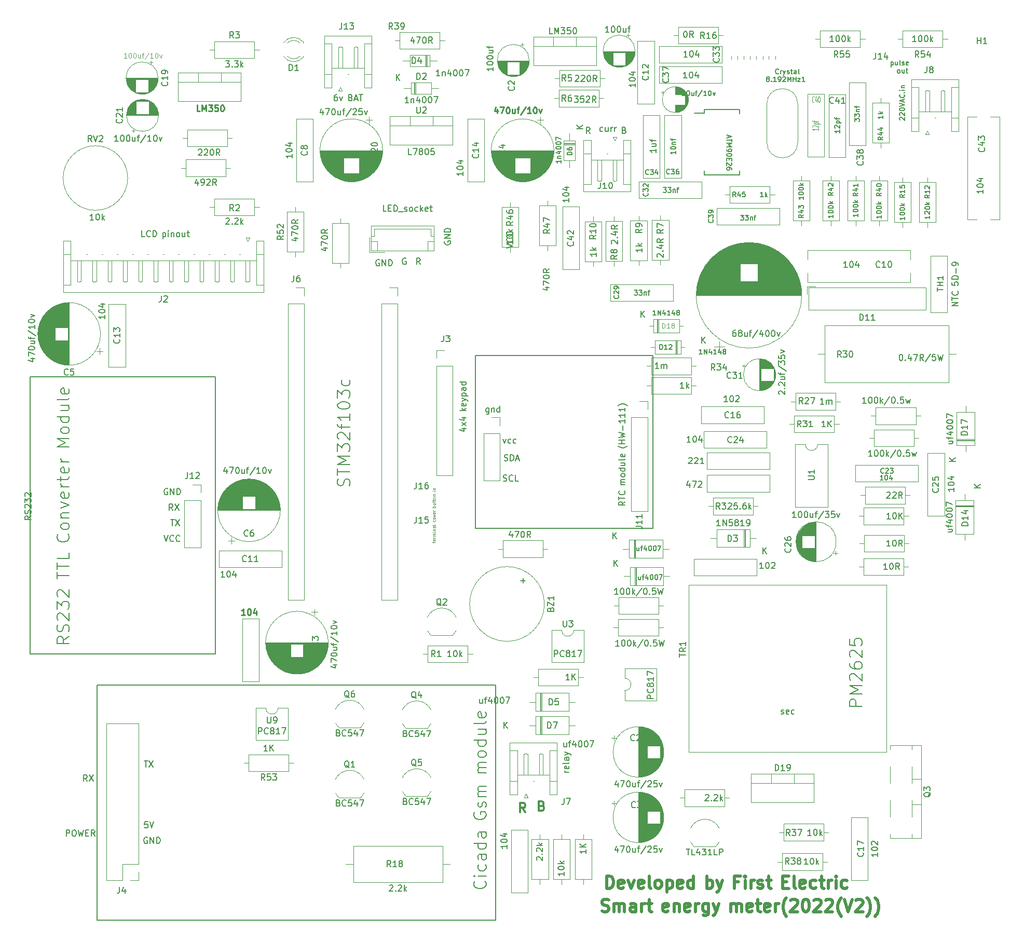
<source format=gbr>
%TF.GenerationSoftware,KiCad,Pcbnew,(6.99.0-1031-g46d719ed42)*%
%TF.CreationDate,2022-09-13T13:50:49+01:00*%
%TF.ProjectId,EnAcess PCB,456e4163-6573-4732-9050-43422e6b6963,rev?*%
%TF.SameCoordinates,Original*%
%TF.FileFunction,Legend,Top*%
%TF.FilePolarity,Positive*%
%FSLAX46Y46*%
G04 Gerber Fmt 4.6, Leading zero omitted, Abs format (unit mm)*
G04 Created by KiCad (PCBNEW (6.99.0-1031-g46d719ed42)) date 2022-09-13 13:50:49*
%MOMM*%
%LPD*%
G01*
G04 APERTURE LIST*
%ADD10C,0.125000*%
%ADD11C,0.300000*%
%ADD12C,0.150000*%
%ADD13C,0.250000*%
%ADD14C,0.500000*%
%ADD15C,0.162560*%
%ADD16C,0.120000*%
G04 APERTURE END LIST*
D10*
X81172857Y-98465712D02*
X81172857Y-98275236D01*
X81006190Y-98394284D02*
X81434761Y-98394284D01*
X81434761Y-98394284D02*
X81482380Y-98370474D01*
X81482380Y-98370474D02*
X81506190Y-98322855D01*
X81506190Y-98322855D02*
X81506190Y-98275236D01*
X81482380Y-97918094D02*
X81506190Y-97965713D01*
X81506190Y-97965713D02*
X81506190Y-98060951D01*
X81506190Y-98060951D02*
X81482380Y-98108570D01*
X81482380Y-98108570D02*
X81434761Y-98132379D01*
X81434761Y-98132379D02*
X81244285Y-98132379D01*
X81244285Y-98132379D02*
X81196666Y-98108570D01*
X81196666Y-98108570D02*
X81172857Y-98060951D01*
X81172857Y-98060951D02*
X81172857Y-97965713D01*
X81172857Y-97965713D02*
X81196666Y-97918094D01*
X81196666Y-97918094D02*
X81244285Y-97894284D01*
X81244285Y-97894284D02*
X81291904Y-97894284D01*
X81291904Y-97894284D02*
X81339523Y-98132379D01*
X81506190Y-97679999D02*
X81172857Y-97679999D01*
X81268095Y-97679999D02*
X81220476Y-97656189D01*
X81220476Y-97656189D02*
X81196666Y-97632380D01*
X81196666Y-97632380D02*
X81172857Y-97584761D01*
X81172857Y-97584761D02*
X81172857Y-97537142D01*
X81506190Y-97370475D02*
X81172857Y-97370475D01*
X81220476Y-97370475D02*
X81196666Y-97346665D01*
X81196666Y-97346665D02*
X81172857Y-97299046D01*
X81172857Y-97299046D02*
X81172857Y-97227618D01*
X81172857Y-97227618D02*
X81196666Y-97179999D01*
X81196666Y-97179999D02*
X81244285Y-97156189D01*
X81244285Y-97156189D02*
X81506190Y-97156189D01*
X81244285Y-97156189D02*
X81196666Y-97132380D01*
X81196666Y-97132380D02*
X81172857Y-97084761D01*
X81172857Y-97084761D02*
X81172857Y-97013332D01*
X81172857Y-97013332D02*
X81196666Y-96965713D01*
X81196666Y-96965713D02*
X81244285Y-96941903D01*
X81244285Y-96941903D02*
X81506190Y-96941903D01*
X81506190Y-96703808D02*
X81172857Y-96703808D01*
X81006190Y-96703808D02*
X81030000Y-96727617D01*
X81030000Y-96727617D02*
X81053809Y-96703808D01*
X81053809Y-96703808D02*
X81030000Y-96679998D01*
X81030000Y-96679998D02*
X81006190Y-96703808D01*
X81006190Y-96703808D02*
X81053809Y-96703808D01*
X81172857Y-96465713D02*
X81506190Y-96465713D01*
X81220476Y-96465713D02*
X81196666Y-96441903D01*
X81196666Y-96441903D02*
X81172857Y-96394284D01*
X81172857Y-96394284D02*
X81172857Y-96322856D01*
X81172857Y-96322856D02*
X81196666Y-96275237D01*
X81196666Y-96275237D02*
X81244285Y-96251427D01*
X81244285Y-96251427D02*
X81506190Y-96251427D01*
X81506190Y-95799046D02*
X81244285Y-95799046D01*
X81244285Y-95799046D02*
X81196666Y-95822856D01*
X81196666Y-95822856D02*
X81172857Y-95870475D01*
X81172857Y-95870475D02*
X81172857Y-95965713D01*
X81172857Y-95965713D02*
X81196666Y-96013332D01*
X81482380Y-95799046D02*
X81506190Y-95846665D01*
X81506190Y-95846665D02*
X81506190Y-95965713D01*
X81506190Y-95965713D02*
X81482380Y-96013332D01*
X81482380Y-96013332D02*
X81434761Y-96037141D01*
X81434761Y-96037141D02*
X81387142Y-96037141D01*
X81387142Y-96037141D02*
X81339523Y-96013332D01*
X81339523Y-96013332D02*
X81315714Y-95965713D01*
X81315714Y-95965713D02*
X81315714Y-95846665D01*
X81315714Y-95846665D02*
X81291904Y-95799046D01*
X81506190Y-95489522D02*
X81482380Y-95537141D01*
X81482380Y-95537141D02*
X81434761Y-95560951D01*
X81434761Y-95560951D02*
X81006190Y-95560951D01*
X81482380Y-94784760D02*
X81506190Y-94832379D01*
X81506190Y-94832379D02*
X81506190Y-94927617D01*
X81506190Y-94927617D02*
X81482380Y-94975236D01*
X81482380Y-94975236D02*
X81458571Y-94999046D01*
X81458571Y-94999046D02*
X81410952Y-95022855D01*
X81410952Y-95022855D02*
X81268095Y-95022855D01*
X81268095Y-95022855D02*
X81220476Y-94999046D01*
X81220476Y-94999046D02*
X81196666Y-94975236D01*
X81196666Y-94975236D02*
X81172857Y-94927617D01*
X81172857Y-94927617D02*
X81172857Y-94832379D01*
X81172857Y-94832379D02*
X81196666Y-94784760D01*
X81506190Y-94499046D02*
X81482380Y-94546665D01*
X81482380Y-94546665D02*
X81458571Y-94570475D01*
X81458571Y-94570475D02*
X81410952Y-94594284D01*
X81410952Y-94594284D02*
X81268095Y-94594284D01*
X81268095Y-94594284D02*
X81220476Y-94570475D01*
X81220476Y-94570475D02*
X81196666Y-94546665D01*
X81196666Y-94546665D02*
X81172857Y-94499046D01*
X81172857Y-94499046D02*
X81172857Y-94427618D01*
X81172857Y-94427618D02*
X81196666Y-94379999D01*
X81196666Y-94379999D02*
X81220476Y-94356189D01*
X81220476Y-94356189D02*
X81268095Y-94332380D01*
X81268095Y-94332380D02*
X81410952Y-94332380D01*
X81410952Y-94332380D02*
X81458571Y-94356189D01*
X81458571Y-94356189D02*
X81482380Y-94379999D01*
X81482380Y-94379999D02*
X81506190Y-94427618D01*
X81506190Y-94427618D02*
X81506190Y-94499046D01*
X81172857Y-94165713D02*
X81506190Y-94046665D01*
X81506190Y-94046665D02*
X81172857Y-93927618D01*
X81482380Y-93546666D02*
X81506190Y-93594285D01*
X81506190Y-93594285D02*
X81506190Y-93689523D01*
X81506190Y-93689523D02*
X81482380Y-93737142D01*
X81482380Y-93737142D02*
X81434761Y-93760951D01*
X81434761Y-93760951D02*
X81244285Y-93760951D01*
X81244285Y-93760951D02*
X81196666Y-93737142D01*
X81196666Y-93737142D02*
X81172857Y-93689523D01*
X81172857Y-93689523D02*
X81172857Y-93594285D01*
X81172857Y-93594285D02*
X81196666Y-93546666D01*
X81196666Y-93546666D02*
X81244285Y-93522856D01*
X81244285Y-93522856D02*
X81291904Y-93522856D01*
X81291904Y-93522856D02*
X81339523Y-93760951D01*
X81506190Y-93308571D02*
X81172857Y-93308571D01*
X81268095Y-93308571D02*
X81220476Y-93284761D01*
X81220476Y-93284761D02*
X81196666Y-93260952D01*
X81196666Y-93260952D02*
X81172857Y-93213333D01*
X81172857Y-93213333D02*
X81172857Y-93165714D01*
X81506190Y-92699047D02*
X81006190Y-92699047D01*
X81196666Y-92699047D02*
X81172857Y-92651428D01*
X81172857Y-92651428D02*
X81172857Y-92556190D01*
X81172857Y-92556190D02*
X81196666Y-92508571D01*
X81196666Y-92508571D02*
X81220476Y-92484761D01*
X81220476Y-92484761D02*
X81268095Y-92460952D01*
X81268095Y-92460952D02*
X81410952Y-92460952D01*
X81410952Y-92460952D02*
X81458571Y-92484761D01*
X81458571Y-92484761D02*
X81482380Y-92508571D01*
X81482380Y-92508571D02*
X81506190Y-92556190D01*
X81506190Y-92556190D02*
X81506190Y-92651428D01*
X81506190Y-92651428D02*
X81482380Y-92699047D01*
X81172857Y-92032380D02*
X81506190Y-92032380D01*
X81172857Y-92246666D02*
X81434761Y-92246666D01*
X81434761Y-92246666D02*
X81482380Y-92222856D01*
X81482380Y-92222856D02*
X81506190Y-92175237D01*
X81506190Y-92175237D02*
X81506190Y-92103809D01*
X81506190Y-92103809D02*
X81482380Y-92056190D01*
X81482380Y-92056190D02*
X81458571Y-92032380D01*
X81172857Y-91865713D02*
X81172857Y-91675237D01*
X81006190Y-91794285D02*
X81434761Y-91794285D01*
X81434761Y-91794285D02*
X81482380Y-91770475D01*
X81482380Y-91770475D02*
X81506190Y-91722856D01*
X81506190Y-91722856D02*
X81506190Y-91675237D01*
X81172857Y-91579999D02*
X81172857Y-91389523D01*
X81006190Y-91508571D02*
X81434761Y-91508571D01*
X81434761Y-91508571D02*
X81482380Y-91484761D01*
X81482380Y-91484761D02*
X81506190Y-91437142D01*
X81506190Y-91437142D02*
X81506190Y-91389523D01*
X81506190Y-91151428D02*
X81482380Y-91199047D01*
X81482380Y-91199047D02*
X81458571Y-91222857D01*
X81458571Y-91222857D02*
X81410952Y-91246666D01*
X81410952Y-91246666D02*
X81268095Y-91246666D01*
X81268095Y-91246666D02*
X81220476Y-91222857D01*
X81220476Y-91222857D02*
X81196666Y-91199047D01*
X81196666Y-91199047D02*
X81172857Y-91151428D01*
X81172857Y-91151428D02*
X81172857Y-91080000D01*
X81172857Y-91080000D02*
X81196666Y-91032381D01*
X81196666Y-91032381D02*
X81220476Y-91008571D01*
X81220476Y-91008571D02*
X81268095Y-90984762D01*
X81268095Y-90984762D02*
X81410952Y-90984762D01*
X81410952Y-90984762D02*
X81458571Y-91008571D01*
X81458571Y-91008571D02*
X81482380Y-91032381D01*
X81482380Y-91032381D02*
X81506190Y-91080000D01*
X81506190Y-91080000D02*
X81506190Y-91151428D01*
X81172857Y-90770476D02*
X81506190Y-90770476D01*
X81220476Y-90770476D02*
X81196666Y-90746666D01*
X81196666Y-90746666D02*
X81172857Y-90699047D01*
X81172857Y-90699047D02*
X81172857Y-90627619D01*
X81172857Y-90627619D02*
X81196666Y-90580000D01*
X81196666Y-90580000D02*
X81244285Y-90556190D01*
X81244285Y-90556190D02*
X81506190Y-90556190D01*
X81506190Y-90018095D02*
X81172857Y-90018095D01*
X81006190Y-90018095D02*
X81030000Y-90041904D01*
X81030000Y-90041904D02*
X81053809Y-90018095D01*
X81053809Y-90018095D02*
X81030000Y-89994285D01*
X81030000Y-89994285D02*
X81006190Y-90018095D01*
X81006190Y-90018095D02*
X81053809Y-90018095D01*
X81172857Y-89780000D02*
X81506190Y-89780000D01*
X81220476Y-89780000D02*
X81196666Y-89756190D01*
X81196666Y-89756190D02*
X81172857Y-89708571D01*
X81172857Y-89708571D02*
X81172857Y-89637143D01*
X81172857Y-89637143D02*
X81196666Y-89589524D01*
X81196666Y-89589524D02*
X81244285Y-89565714D01*
X81244285Y-89565714D02*
X81506190Y-89565714D01*
D11*
X98913142Y-141370857D02*
X99127428Y-141442285D01*
X99127428Y-141442285D02*
X99198857Y-141513714D01*
X99198857Y-141513714D02*
X99270285Y-141656571D01*
X99270285Y-141656571D02*
X99270285Y-141870857D01*
X99270285Y-141870857D02*
X99198857Y-142013714D01*
X99198857Y-142013714D02*
X99127428Y-142085142D01*
X99127428Y-142085142D02*
X98984571Y-142156571D01*
X98984571Y-142156571D02*
X98413142Y-142156571D01*
X98413142Y-142156571D02*
X98413142Y-140656571D01*
X98413142Y-140656571D02*
X98913142Y-140656571D01*
X98913142Y-140656571D02*
X99056000Y-140728000D01*
X99056000Y-140728000D02*
X99127428Y-140799428D01*
X99127428Y-140799428D02*
X99198857Y-140942285D01*
X99198857Y-140942285D02*
X99198857Y-141085142D01*
X99198857Y-141085142D02*
X99127428Y-141228000D01*
X99127428Y-141228000D02*
X99056000Y-141299428D01*
X99056000Y-141299428D02*
X98913142Y-141370857D01*
X98913142Y-141370857D02*
X98413142Y-141370857D01*
X96222285Y-142410571D02*
X95722285Y-141696285D01*
X95365142Y-142410571D02*
X95365142Y-140910571D01*
X95365142Y-140910571D02*
X95936571Y-140910571D01*
X95936571Y-140910571D02*
X96079428Y-140982000D01*
X96079428Y-140982000D02*
X96150857Y-141053428D01*
X96150857Y-141053428D02*
X96222285Y-141196285D01*
X96222285Y-141196285D02*
X96222285Y-141410571D01*
X96222285Y-141410571D02*
X96150857Y-141553428D01*
X96150857Y-141553428D02*
X96079428Y-141624857D01*
X96079428Y-141624857D02*
X95936571Y-141696285D01*
X95936571Y-141696285D02*
X95365142Y-141696285D01*
D12*
X88036400Y-67919600D02*
X116992400Y-67919600D01*
X116992400Y-67919600D02*
X116992400Y-96113600D01*
X116992400Y-96113600D02*
X88036400Y-96113600D01*
X88036400Y-96113600D02*
X88036400Y-67919600D01*
X26314400Y-121666000D02*
X91338400Y-121666000D01*
X91338400Y-121666000D02*
X91338400Y-160020000D01*
X91338400Y-160020000D02*
X26314400Y-160020000D01*
X26314400Y-160020000D02*
X26314400Y-121666000D01*
X15417800Y-116611400D02*
X45643800Y-116611400D01*
X45643800Y-116611400D02*
X45643800Y-71399400D01*
X45643800Y-71399400D02*
X15417800Y-71399400D01*
X15417800Y-71399400D02*
X15417800Y-116611400D01*
X112466380Y-91769238D02*
X111990190Y-92102571D01*
X112466380Y-92340666D02*
X111466380Y-92340666D01*
X111466380Y-92340666D02*
X111466380Y-91959714D01*
X111466380Y-91959714D02*
X111514000Y-91864476D01*
X111514000Y-91864476D02*
X111561619Y-91816857D01*
X111561619Y-91816857D02*
X111656857Y-91769238D01*
X111656857Y-91769238D02*
X111799714Y-91769238D01*
X111799714Y-91769238D02*
X111894952Y-91816857D01*
X111894952Y-91816857D02*
X111942571Y-91864476D01*
X111942571Y-91864476D02*
X111990190Y-91959714D01*
X111990190Y-91959714D02*
X111990190Y-92340666D01*
X111466380Y-91483523D02*
X111466380Y-90912095D01*
X112466380Y-91197809D02*
X111466380Y-91197809D01*
X112371142Y-90007333D02*
X112418761Y-90054952D01*
X112418761Y-90054952D02*
X112466380Y-90197809D01*
X112466380Y-90197809D02*
X112466380Y-90293047D01*
X112466380Y-90293047D02*
X112418761Y-90435904D01*
X112418761Y-90435904D02*
X112323523Y-90531142D01*
X112323523Y-90531142D02*
X112228285Y-90578761D01*
X112228285Y-90578761D02*
X112037809Y-90626380D01*
X112037809Y-90626380D02*
X111894952Y-90626380D01*
X111894952Y-90626380D02*
X111704476Y-90578761D01*
X111704476Y-90578761D02*
X111609238Y-90531142D01*
X111609238Y-90531142D02*
X111514000Y-90435904D01*
X111514000Y-90435904D02*
X111466380Y-90293047D01*
X111466380Y-90293047D02*
X111466380Y-90197809D01*
X111466380Y-90197809D02*
X111514000Y-90054952D01*
X111514000Y-90054952D02*
X111561619Y-90007333D01*
X112466380Y-88978761D02*
X111799714Y-88978761D01*
X111894952Y-88978761D02*
X111847333Y-88931142D01*
X111847333Y-88931142D02*
X111799714Y-88835904D01*
X111799714Y-88835904D02*
X111799714Y-88693047D01*
X111799714Y-88693047D02*
X111847333Y-88597809D01*
X111847333Y-88597809D02*
X111942571Y-88550190D01*
X111942571Y-88550190D02*
X112466380Y-88550190D01*
X111942571Y-88550190D02*
X111847333Y-88502571D01*
X111847333Y-88502571D02*
X111799714Y-88407333D01*
X111799714Y-88407333D02*
X111799714Y-88264476D01*
X111799714Y-88264476D02*
X111847333Y-88169237D01*
X111847333Y-88169237D02*
X111942571Y-88121618D01*
X111942571Y-88121618D02*
X112466380Y-88121618D01*
X112466380Y-87502571D02*
X112418761Y-87597809D01*
X112418761Y-87597809D02*
X112371142Y-87645428D01*
X112371142Y-87645428D02*
X112275904Y-87693047D01*
X112275904Y-87693047D02*
X111990190Y-87693047D01*
X111990190Y-87693047D02*
X111894952Y-87645428D01*
X111894952Y-87645428D02*
X111847333Y-87597809D01*
X111847333Y-87597809D02*
X111799714Y-87502571D01*
X111799714Y-87502571D02*
X111799714Y-87359714D01*
X111799714Y-87359714D02*
X111847333Y-87264476D01*
X111847333Y-87264476D02*
X111894952Y-87216857D01*
X111894952Y-87216857D02*
X111990190Y-87169238D01*
X111990190Y-87169238D02*
X112275904Y-87169238D01*
X112275904Y-87169238D02*
X112371142Y-87216857D01*
X112371142Y-87216857D02*
X112418761Y-87264476D01*
X112418761Y-87264476D02*
X112466380Y-87359714D01*
X112466380Y-87359714D02*
X112466380Y-87502571D01*
X112466380Y-86312095D02*
X111466380Y-86312095D01*
X112418761Y-86312095D02*
X112466380Y-86407333D01*
X112466380Y-86407333D02*
X112466380Y-86597809D01*
X112466380Y-86597809D02*
X112418761Y-86693047D01*
X112418761Y-86693047D02*
X112371142Y-86740666D01*
X112371142Y-86740666D02*
X112275904Y-86788285D01*
X112275904Y-86788285D02*
X111990190Y-86788285D01*
X111990190Y-86788285D02*
X111894952Y-86740666D01*
X111894952Y-86740666D02*
X111847333Y-86693047D01*
X111847333Y-86693047D02*
X111799714Y-86597809D01*
X111799714Y-86597809D02*
X111799714Y-86407333D01*
X111799714Y-86407333D02*
X111847333Y-86312095D01*
X111799714Y-85407333D02*
X112466380Y-85407333D01*
X111799714Y-85835904D02*
X112323523Y-85835904D01*
X112323523Y-85835904D02*
X112418761Y-85788285D01*
X112418761Y-85788285D02*
X112466380Y-85693047D01*
X112466380Y-85693047D02*
X112466380Y-85550190D01*
X112466380Y-85550190D02*
X112418761Y-85454952D01*
X112418761Y-85454952D02*
X112371142Y-85407333D01*
X112466380Y-84788285D02*
X112418761Y-84883523D01*
X112418761Y-84883523D02*
X112323523Y-84931142D01*
X112323523Y-84931142D02*
X111466380Y-84931142D01*
X112418761Y-84026380D02*
X112466380Y-84121618D01*
X112466380Y-84121618D02*
X112466380Y-84312094D01*
X112466380Y-84312094D02*
X112418761Y-84407332D01*
X112418761Y-84407332D02*
X112323523Y-84454951D01*
X112323523Y-84454951D02*
X111942571Y-84454951D01*
X111942571Y-84454951D02*
X111847333Y-84407332D01*
X111847333Y-84407332D02*
X111799714Y-84312094D01*
X111799714Y-84312094D02*
X111799714Y-84121618D01*
X111799714Y-84121618D02*
X111847333Y-84026380D01*
X111847333Y-84026380D02*
X111942571Y-83978761D01*
X111942571Y-83978761D02*
X112037809Y-83978761D01*
X112037809Y-83978761D02*
X112133047Y-84454951D01*
X112847333Y-82664475D02*
X112799714Y-82712094D01*
X112799714Y-82712094D02*
X112656857Y-82807332D01*
X112656857Y-82807332D02*
X112561619Y-82854951D01*
X112561619Y-82854951D02*
X112418761Y-82902570D01*
X112418761Y-82902570D02*
X112180666Y-82950189D01*
X112180666Y-82950189D02*
X111990190Y-82950189D01*
X111990190Y-82950189D02*
X111752095Y-82902570D01*
X111752095Y-82902570D02*
X111609238Y-82854951D01*
X111609238Y-82854951D02*
X111514000Y-82807332D01*
X111514000Y-82807332D02*
X111371142Y-82712094D01*
X111371142Y-82712094D02*
X111323523Y-82664475D01*
X112466380Y-82283522D02*
X111466380Y-82283522D01*
X111942571Y-82283522D02*
X111942571Y-81712094D01*
X112466380Y-81712094D02*
X111466380Y-81712094D01*
X111466380Y-81331141D02*
X112466380Y-81093046D01*
X112466380Y-81093046D02*
X111752095Y-80902570D01*
X111752095Y-80902570D02*
X112466380Y-80712094D01*
X112466380Y-80712094D02*
X111466380Y-80473999D01*
X112085428Y-80093046D02*
X112085428Y-79331142D01*
X112466380Y-78331142D02*
X112466380Y-78902570D01*
X112466380Y-78616856D02*
X111466380Y-78616856D01*
X111466380Y-78616856D02*
X111609238Y-78712094D01*
X111609238Y-78712094D02*
X111704476Y-78807332D01*
X111704476Y-78807332D02*
X111752095Y-78902570D01*
X112466380Y-77378761D02*
X112466380Y-77950189D01*
X112466380Y-77664475D02*
X111466380Y-77664475D01*
X111466380Y-77664475D02*
X111609238Y-77759713D01*
X111609238Y-77759713D02*
X111704476Y-77854951D01*
X111704476Y-77854951D02*
X111752095Y-77950189D01*
X112466380Y-76426380D02*
X112466380Y-76997808D01*
X112466380Y-76712094D02*
X111466380Y-76712094D01*
X111466380Y-76712094D02*
X111609238Y-76807332D01*
X111609238Y-76807332D02*
X111704476Y-76902570D01*
X111704476Y-76902570D02*
X111752095Y-76997808D01*
X112847333Y-76093046D02*
X112799714Y-76045427D01*
X112799714Y-76045427D02*
X112656857Y-75950189D01*
X112656857Y-75950189D02*
X112561619Y-75902570D01*
X112561619Y-75902570D02*
X112418761Y-75854951D01*
X112418761Y-75854951D02*
X112180666Y-75807332D01*
X112180666Y-75807332D02*
X111990190Y-75807332D01*
X111990190Y-75807332D02*
X111752095Y-75854951D01*
X111752095Y-75854951D02*
X111609238Y-75902570D01*
X111609238Y-75902570D02*
X111514000Y-75950189D01*
X111514000Y-75950189D02*
X111371142Y-76045427D01*
X111371142Y-76045427D02*
X111323523Y-76093046D01*
D10*
X31197875Y-19361104D02*
X30740732Y-19361104D01*
X30969304Y-19361104D02*
X30969304Y-18561104D01*
X30969304Y-18561104D02*
X30893113Y-18675390D01*
X30893113Y-18675390D02*
X30816923Y-18751580D01*
X30816923Y-18751580D02*
X30740732Y-18789676D01*
X31693114Y-18561104D02*
X31769304Y-18561104D01*
X31769304Y-18561104D02*
X31845495Y-18599200D01*
X31845495Y-18599200D02*
X31883590Y-18637295D01*
X31883590Y-18637295D02*
X31921685Y-18713485D01*
X31921685Y-18713485D02*
X31959780Y-18865866D01*
X31959780Y-18865866D02*
X31959780Y-19056342D01*
X31959780Y-19056342D02*
X31921685Y-19208723D01*
X31921685Y-19208723D02*
X31883590Y-19284914D01*
X31883590Y-19284914D02*
X31845495Y-19323009D01*
X31845495Y-19323009D02*
X31769304Y-19361104D01*
X31769304Y-19361104D02*
X31693114Y-19361104D01*
X31693114Y-19361104D02*
X31616923Y-19323009D01*
X31616923Y-19323009D02*
X31578828Y-19284914D01*
X31578828Y-19284914D02*
X31540733Y-19208723D01*
X31540733Y-19208723D02*
X31502637Y-19056342D01*
X31502637Y-19056342D02*
X31502637Y-18865866D01*
X31502637Y-18865866D02*
X31540733Y-18713485D01*
X31540733Y-18713485D02*
X31578828Y-18637295D01*
X31578828Y-18637295D02*
X31616923Y-18599200D01*
X31616923Y-18599200D02*
X31693114Y-18561104D01*
X32455019Y-18561104D02*
X32531209Y-18561104D01*
X32531209Y-18561104D02*
X32607400Y-18599200D01*
X32607400Y-18599200D02*
X32645495Y-18637295D01*
X32645495Y-18637295D02*
X32683590Y-18713485D01*
X32683590Y-18713485D02*
X32721685Y-18865866D01*
X32721685Y-18865866D02*
X32721685Y-19056342D01*
X32721685Y-19056342D02*
X32683590Y-19208723D01*
X32683590Y-19208723D02*
X32645495Y-19284914D01*
X32645495Y-19284914D02*
X32607400Y-19323009D01*
X32607400Y-19323009D02*
X32531209Y-19361104D01*
X32531209Y-19361104D02*
X32455019Y-19361104D01*
X32455019Y-19361104D02*
X32378828Y-19323009D01*
X32378828Y-19323009D02*
X32340733Y-19284914D01*
X32340733Y-19284914D02*
X32302638Y-19208723D01*
X32302638Y-19208723D02*
X32264542Y-19056342D01*
X32264542Y-19056342D02*
X32264542Y-18865866D01*
X32264542Y-18865866D02*
X32302638Y-18713485D01*
X32302638Y-18713485D02*
X32340733Y-18637295D01*
X32340733Y-18637295D02*
X32378828Y-18599200D01*
X32378828Y-18599200D02*
X32455019Y-18561104D01*
X33407400Y-18827771D02*
X33407400Y-19361104D01*
X33064543Y-18827771D02*
X33064543Y-19246819D01*
X33064543Y-19246819D02*
X33102638Y-19323009D01*
X33102638Y-19323009D02*
X33178828Y-19361104D01*
X33178828Y-19361104D02*
X33293114Y-19361104D01*
X33293114Y-19361104D02*
X33369305Y-19323009D01*
X33369305Y-19323009D02*
X33407400Y-19284914D01*
X33674067Y-18827771D02*
X33978829Y-18827771D01*
X33788353Y-19361104D02*
X33788353Y-18675390D01*
X33788353Y-18675390D02*
X33826448Y-18599200D01*
X33826448Y-18599200D02*
X33902638Y-18561104D01*
X33902638Y-18561104D02*
X33978829Y-18561104D01*
X34816924Y-18523009D02*
X34131210Y-19551580D01*
X35502638Y-19361104D02*
X35045495Y-19361104D01*
X35274067Y-19361104D02*
X35274067Y-18561104D01*
X35274067Y-18561104D02*
X35197876Y-18675390D01*
X35197876Y-18675390D02*
X35121686Y-18751580D01*
X35121686Y-18751580D02*
X35045495Y-18789676D01*
X35997877Y-18561104D02*
X36074067Y-18561104D01*
X36074067Y-18561104D02*
X36150258Y-18599200D01*
X36150258Y-18599200D02*
X36188353Y-18637295D01*
X36188353Y-18637295D02*
X36226448Y-18713485D01*
X36226448Y-18713485D02*
X36264543Y-18865866D01*
X36264543Y-18865866D02*
X36264543Y-19056342D01*
X36264543Y-19056342D02*
X36226448Y-19208723D01*
X36226448Y-19208723D02*
X36188353Y-19284914D01*
X36188353Y-19284914D02*
X36150258Y-19323009D01*
X36150258Y-19323009D02*
X36074067Y-19361104D01*
X36074067Y-19361104D02*
X35997877Y-19361104D01*
X35997877Y-19361104D02*
X35921686Y-19323009D01*
X35921686Y-19323009D02*
X35883591Y-19284914D01*
X35883591Y-19284914D02*
X35845496Y-19208723D01*
X35845496Y-19208723D02*
X35807400Y-19056342D01*
X35807400Y-19056342D02*
X35807400Y-18865866D01*
X35807400Y-18865866D02*
X35845496Y-18713485D01*
X35845496Y-18713485D02*
X35883591Y-18637295D01*
X35883591Y-18637295D02*
X35921686Y-18599200D01*
X35921686Y-18599200D02*
X35997877Y-18561104D01*
X36531210Y-18827771D02*
X36721686Y-19361104D01*
X36721686Y-19361104D02*
X36912163Y-18827771D01*
D12*
X34607523Y-143978380D02*
X34131333Y-143978380D01*
X34131333Y-143978380D02*
X34083714Y-144454571D01*
X34083714Y-144454571D02*
X34131333Y-144406952D01*
X34131333Y-144406952D02*
X34226571Y-144359333D01*
X34226571Y-144359333D02*
X34464666Y-144359333D01*
X34464666Y-144359333D02*
X34559904Y-144406952D01*
X34559904Y-144406952D02*
X34607523Y-144454571D01*
X34607523Y-144454571D02*
X34655142Y-144549809D01*
X34655142Y-144549809D02*
X34655142Y-144787904D01*
X34655142Y-144787904D02*
X34607523Y-144883142D01*
X34607523Y-144883142D02*
X34559904Y-144930761D01*
X34559904Y-144930761D02*
X34464666Y-144978380D01*
X34464666Y-144978380D02*
X34226571Y-144978380D01*
X34226571Y-144978380D02*
X34131333Y-144930761D01*
X34131333Y-144930761D02*
X34083714Y-144883142D01*
X34940857Y-143978380D02*
X35274190Y-144978380D01*
X35274190Y-144978380D02*
X35607523Y-143978380D01*
X34544095Y-146566000D02*
X34448857Y-146518380D01*
X34448857Y-146518380D02*
X34306000Y-146518380D01*
X34306000Y-146518380D02*
X34163143Y-146566000D01*
X34163143Y-146566000D02*
X34067905Y-146661238D01*
X34067905Y-146661238D02*
X34020286Y-146756476D01*
X34020286Y-146756476D02*
X33972667Y-146946952D01*
X33972667Y-146946952D02*
X33972667Y-147089809D01*
X33972667Y-147089809D02*
X34020286Y-147280285D01*
X34020286Y-147280285D02*
X34067905Y-147375523D01*
X34067905Y-147375523D02*
X34163143Y-147470761D01*
X34163143Y-147470761D02*
X34306000Y-147518380D01*
X34306000Y-147518380D02*
X34401238Y-147518380D01*
X34401238Y-147518380D02*
X34544095Y-147470761D01*
X34544095Y-147470761D02*
X34591714Y-147423142D01*
X34591714Y-147423142D02*
X34591714Y-147089809D01*
X34591714Y-147089809D02*
X34401238Y-147089809D01*
X35020286Y-147518380D02*
X35020286Y-146518380D01*
X35020286Y-146518380D02*
X35591714Y-147518380D01*
X35591714Y-147518380D02*
X35591714Y-146518380D01*
X36067905Y-147518380D02*
X36067905Y-146518380D01*
X36067905Y-146518380D02*
X36306000Y-146518380D01*
X36306000Y-146518380D02*
X36448857Y-146566000D01*
X36448857Y-146566000D02*
X36544095Y-146661238D01*
X36544095Y-146661238D02*
X36591714Y-146756476D01*
X36591714Y-146756476D02*
X36639333Y-146946952D01*
X36639333Y-146946952D02*
X36639333Y-147089809D01*
X36639333Y-147089809D02*
X36591714Y-147280285D01*
X36591714Y-147280285D02*
X36544095Y-147375523D01*
X36544095Y-147375523D02*
X36448857Y-147470761D01*
X36448857Y-147470761D02*
X36306000Y-147518380D01*
X36306000Y-147518380D02*
X36067905Y-147518380D01*
X67489523Y-89205066D02*
X67584761Y-88919352D01*
X67584761Y-88919352D02*
X67584761Y-88443161D01*
X67584761Y-88443161D02*
X67489523Y-88252685D01*
X67489523Y-88252685D02*
X67394285Y-88157447D01*
X67394285Y-88157447D02*
X67203809Y-88062209D01*
X67203809Y-88062209D02*
X67013333Y-88062209D01*
X67013333Y-88062209D02*
X66822857Y-88157447D01*
X66822857Y-88157447D02*
X66727619Y-88252685D01*
X66727619Y-88252685D02*
X66632380Y-88443161D01*
X66632380Y-88443161D02*
X66537142Y-88824114D01*
X66537142Y-88824114D02*
X66441904Y-89014590D01*
X66441904Y-89014590D02*
X66346666Y-89109828D01*
X66346666Y-89109828D02*
X66156190Y-89205066D01*
X66156190Y-89205066D02*
X65965714Y-89205066D01*
X65965714Y-89205066D02*
X65775238Y-89109828D01*
X65775238Y-89109828D02*
X65680000Y-89014590D01*
X65680000Y-89014590D02*
X65584761Y-88824114D01*
X65584761Y-88824114D02*
X65584761Y-88347923D01*
X65584761Y-88347923D02*
X65680000Y-88062209D01*
X65584761Y-87490780D02*
X65584761Y-86347923D01*
X67584761Y-86919352D02*
X65584761Y-86919352D01*
X67584761Y-85681256D02*
X65584761Y-85681256D01*
X65584761Y-85681256D02*
X67013333Y-85014589D01*
X67013333Y-85014589D02*
X65584761Y-84347923D01*
X65584761Y-84347923D02*
X67584761Y-84347923D01*
X65584761Y-83586018D02*
X65584761Y-82347923D01*
X65584761Y-82347923D02*
X66346666Y-83014590D01*
X66346666Y-83014590D02*
X66346666Y-82728875D01*
X66346666Y-82728875D02*
X66441904Y-82538399D01*
X66441904Y-82538399D02*
X66537142Y-82443161D01*
X66537142Y-82443161D02*
X66727619Y-82347923D01*
X66727619Y-82347923D02*
X67203809Y-82347923D01*
X67203809Y-82347923D02*
X67394285Y-82443161D01*
X67394285Y-82443161D02*
X67489523Y-82538399D01*
X67489523Y-82538399D02*
X67584761Y-82728875D01*
X67584761Y-82728875D02*
X67584761Y-83300304D01*
X67584761Y-83300304D02*
X67489523Y-83490780D01*
X67489523Y-83490780D02*
X67394285Y-83586018D01*
X65775238Y-81586018D02*
X65680000Y-81490780D01*
X65680000Y-81490780D02*
X65584761Y-81300304D01*
X65584761Y-81300304D02*
X65584761Y-80824113D01*
X65584761Y-80824113D02*
X65680000Y-80633637D01*
X65680000Y-80633637D02*
X65775238Y-80538399D01*
X65775238Y-80538399D02*
X65965714Y-80443161D01*
X65965714Y-80443161D02*
X66156190Y-80443161D01*
X66156190Y-80443161D02*
X66441904Y-80538399D01*
X66441904Y-80538399D02*
X67584761Y-81681256D01*
X67584761Y-81681256D02*
X67584761Y-80443161D01*
X66251428Y-79871732D02*
X66251428Y-79109828D01*
X67584761Y-79586018D02*
X65870476Y-79586018D01*
X65870476Y-79586018D02*
X65680000Y-79490780D01*
X65680000Y-79490780D02*
X65584761Y-79300304D01*
X65584761Y-79300304D02*
X65584761Y-79109828D01*
X67584761Y-77395542D02*
X67584761Y-78538399D01*
X67584761Y-77966971D02*
X65584761Y-77966971D01*
X65584761Y-77966971D02*
X65870476Y-78157447D01*
X65870476Y-78157447D02*
X66060952Y-78347923D01*
X66060952Y-78347923D02*
X66156190Y-78538399D01*
X65584761Y-76157447D02*
X65584761Y-75966970D01*
X65584761Y-75966970D02*
X65680000Y-75776494D01*
X65680000Y-75776494D02*
X65775238Y-75681256D01*
X65775238Y-75681256D02*
X65965714Y-75586018D01*
X65965714Y-75586018D02*
X66346666Y-75490780D01*
X66346666Y-75490780D02*
X66822857Y-75490780D01*
X66822857Y-75490780D02*
X67203809Y-75586018D01*
X67203809Y-75586018D02*
X67394285Y-75681256D01*
X67394285Y-75681256D02*
X67489523Y-75776494D01*
X67489523Y-75776494D02*
X67584761Y-75966970D01*
X67584761Y-75966970D02*
X67584761Y-76157447D01*
X67584761Y-76157447D02*
X67489523Y-76347923D01*
X67489523Y-76347923D02*
X67394285Y-76443161D01*
X67394285Y-76443161D02*
X67203809Y-76538399D01*
X67203809Y-76538399D02*
X66822857Y-76633637D01*
X66822857Y-76633637D02*
X66346666Y-76633637D01*
X66346666Y-76633637D02*
X65965714Y-76538399D01*
X65965714Y-76538399D02*
X65775238Y-76443161D01*
X65775238Y-76443161D02*
X65680000Y-76347923D01*
X65680000Y-76347923D02*
X65584761Y-76157447D01*
X65584761Y-74824113D02*
X65584761Y-73586018D01*
X65584761Y-73586018D02*
X66346666Y-74252685D01*
X66346666Y-74252685D02*
X66346666Y-73966970D01*
X66346666Y-73966970D02*
X66441904Y-73776494D01*
X66441904Y-73776494D02*
X66537142Y-73681256D01*
X66537142Y-73681256D02*
X66727619Y-73586018D01*
X66727619Y-73586018D02*
X67203809Y-73586018D01*
X67203809Y-73586018D02*
X67394285Y-73681256D01*
X67394285Y-73681256D02*
X67489523Y-73776494D01*
X67489523Y-73776494D02*
X67584761Y-73966970D01*
X67584761Y-73966970D02*
X67584761Y-74538399D01*
X67584761Y-74538399D02*
X67489523Y-74728875D01*
X67489523Y-74728875D02*
X67394285Y-74824113D01*
X67489523Y-71871732D02*
X67584761Y-72062208D01*
X67584761Y-72062208D02*
X67584761Y-72443161D01*
X67584761Y-72443161D02*
X67489523Y-72633637D01*
X67489523Y-72633637D02*
X67394285Y-72728875D01*
X67394285Y-72728875D02*
X67203809Y-72824113D01*
X67203809Y-72824113D02*
X66632380Y-72824113D01*
X66632380Y-72824113D02*
X66441904Y-72728875D01*
X66441904Y-72728875D02*
X66346666Y-72633637D01*
X66346666Y-72633637D02*
X66251428Y-72443161D01*
X66251428Y-72443161D02*
X66251428Y-72062208D01*
X66251428Y-72062208D02*
X66346666Y-71871732D01*
X79049523Y-53030380D02*
X78716190Y-52554190D01*
X78478095Y-53030380D02*
X78478095Y-52030380D01*
X78478095Y-52030380D02*
X78859047Y-52030380D01*
X78859047Y-52030380D02*
X78954285Y-52078000D01*
X78954285Y-52078000D02*
X79001904Y-52125619D01*
X79001904Y-52125619D02*
X79049523Y-52220857D01*
X79049523Y-52220857D02*
X79049523Y-52363714D01*
X79049523Y-52363714D02*
X79001904Y-52458952D01*
X79001904Y-52458952D02*
X78954285Y-52506571D01*
X78954285Y-52506571D02*
X78859047Y-52554190D01*
X78859047Y-52554190D02*
X78478095Y-52554190D01*
D13*
X91638856Y-27725714D02*
X91638856Y-28392380D01*
X91400761Y-27344761D02*
X91162666Y-28059047D01*
X91162666Y-28059047D02*
X91781713Y-28059047D01*
X92067428Y-27392380D02*
X92734094Y-27392380D01*
X92734094Y-27392380D02*
X92305523Y-28392380D01*
X93305523Y-27392380D02*
X93400761Y-27392380D01*
X93400761Y-27392380D02*
X93495999Y-27440000D01*
X93495999Y-27440000D02*
X93543618Y-27487619D01*
X93543618Y-27487619D02*
X93591237Y-27582857D01*
X93591237Y-27582857D02*
X93638856Y-27773333D01*
X93638856Y-27773333D02*
X93638856Y-28011428D01*
X93638856Y-28011428D02*
X93591237Y-28201904D01*
X93591237Y-28201904D02*
X93543618Y-28297142D01*
X93543618Y-28297142D02*
X93495999Y-28344761D01*
X93495999Y-28344761D02*
X93400761Y-28392380D01*
X93400761Y-28392380D02*
X93305523Y-28392380D01*
X93305523Y-28392380D02*
X93210285Y-28344761D01*
X93210285Y-28344761D02*
X93162666Y-28297142D01*
X93162666Y-28297142D02*
X93115047Y-28201904D01*
X93115047Y-28201904D02*
X93067428Y-28011428D01*
X93067428Y-28011428D02*
X93067428Y-27773333D01*
X93067428Y-27773333D02*
X93115047Y-27582857D01*
X93115047Y-27582857D02*
X93162666Y-27487619D01*
X93162666Y-27487619D02*
X93210285Y-27440000D01*
X93210285Y-27440000D02*
X93305523Y-27392380D01*
X94495999Y-27725714D02*
X94495999Y-28392380D01*
X94067428Y-27725714D02*
X94067428Y-28249523D01*
X94067428Y-28249523D02*
X94115047Y-28344761D01*
X94115047Y-28344761D02*
X94210285Y-28392380D01*
X94210285Y-28392380D02*
X94353142Y-28392380D01*
X94353142Y-28392380D02*
X94448380Y-28344761D01*
X94448380Y-28344761D02*
X94495999Y-28297142D01*
X94829333Y-27725714D02*
X95210285Y-27725714D01*
X94972190Y-28392380D02*
X94972190Y-27535238D01*
X94972190Y-27535238D02*
X95019809Y-27440000D01*
X95019809Y-27440000D02*
X95115047Y-27392380D01*
X95115047Y-27392380D02*
X95210285Y-27392380D01*
X96257904Y-27344761D02*
X95400762Y-28630476D01*
X97115047Y-28392380D02*
X96543619Y-28392380D01*
X96829333Y-28392380D02*
X96829333Y-27392380D01*
X96829333Y-27392380D02*
X96734095Y-27535238D01*
X96734095Y-27535238D02*
X96638857Y-27630476D01*
X96638857Y-27630476D02*
X96543619Y-27678095D01*
X97734095Y-27392380D02*
X97829333Y-27392380D01*
X97829333Y-27392380D02*
X97924571Y-27440000D01*
X97924571Y-27440000D02*
X97972190Y-27487619D01*
X97972190Y-27487619D02*
X98019809Y-27582857D01*
X98019809Y-27582857D02*
X98067428Y-27773333D01*
X98067428Y-27773333D02*
X98067428Y-28011428D01*
X98067428Y-28011428D02*
X98019809Y-28201904D01*
X98019809Y-28201904D02*
X97972190Y-28297142D01*
X97972190Y-28297142D02*
X97924571Y-28344761D01*
X97924571Y-28344761D02*
X97829333Y-28392380D01*
X97829333Y-28392380D02*
X97734095Y-28392380D01*
X97734095Y-28392380D02*
X97638857Y-28344761D01*
X97638857Y-28344761D02*
X97591238Y-28297142D01*
X97591238Y-28297142D02*
X97543619Y-28201904D01*
X97543619Y-28201904D02*
X97496000Y-28011428D01*
X97496000Y-28011428D02*
X97496000Y-27773333D01*
X97496000Y-27773333D02*
X97543619Y-27582857D01*
X97543619Y-27582857D02*
X97591238Y-27487619D01*
X97591238Y-27487619D02*
X97638857Y-27440000D01*
X97638857Y-27440000D02*
X97734095Y-27392380D01*
X98400762Y-27725714D02*
X98638857Y-28392380D01*
X98638857Y-28392380D02*
X98876952Y-27725714D01*
D12*
X92765714Y-85037561D02*
X92908571Y-85085180D01*
X92908571Y-85085180D02*
X93146666Y-85085180D01*
X93146666Y-85085180D02*
X93241904Y-85037561D01*
X93241904Y-85037561D02*
X93289523Y-84989942D01*
X93289523Y-84989942D02*
X93337142Y-84894704D01*
X93337142Y-84894704D02*
X93337142Y-84799466D01*
X93337142Y-84799466D02*
X93289523Y-84704228D01*
X93289523Y-84704228D02*
X93241904Y-84656609D01*
X93241904Y-84656609D02*
X93146666Y-84608990D01*
X93146666Y-84608990D02*
X92956190Y-84561371D01*
X92956190Y-84561371D02*
X92860952Y-84513752D01*
X92860952Y-84513752D02*
X92813333Y-84466133D01*
X92813333Y-84466133D02*
X92765714Y-84370895D01*
X92765714Y-84370895D02*
X92765714Y-84275657D01*
X92765714Y-84275657D02*
X92813333Y-84180419D01*
X92813333Y-84180419D02*
X92860952Y-84132800D01*
X92860952Y-84132800D02*
X92956190Y-84085180D01*
X92956190Y-84085180D02*
X93194285Y-84085180D01*
X93194285Y-84085180D02*
X93337142Y-84132800D01*
X93765714Y-85085180D02*
X93765714Y-84085180D01*
X93765714Y-84085180D02*
X94003809Y-84085180D01*
X94003809Y-84085180D02*
X94146666Y-84132800D01*
X94146666Y-84132800D02*
X94241904Y-84228038D01*
X94241904Y-84228038D02*
X94289523Y-84323276D01*
X94289523Y-84323276D02*
X94337142Y-84513752D01*
X94337142Y-84513752D02*
X94337142Y-84656609D01*
X94337142Y-84656609D02*
X94289523Y-84847085D01*
X94289523Y-84847085D02*
X94241904Y-84942323D01*
X94241904Y-84942323D02*
X94146666Y-85037561D01*
X94146666Y-85037561D02*
X94003809Y-85085180D01*
X94003809Y-85085180D02*
X93765714Y-85085180D01*
X94718095Y-84799466D02*
X95194285Y-84799466D01*
X94622857Y-85085180D02*
X94956190Y-84085180D01*
X94956190Y-84085180D02*
X95289523Y-85085180D01*
X92554562Y-81548314D02*
X92792657Y-82214980D01*
X92792657Y-82214980D02*
X93030752Y-81548314D01*
X93840276Y-82167361D02*
X93745038Y-82214980D01*
X93745038Y-82214980D02*
X93554562Y-82214980D01*
X93554562Y-82214980D02*
X93459324Y-82167361D01*
X93459324Y-82167361D02*
X93411705Y-82119742D01*
X93411705Y-82119742D02*
X93364086Y-82024504D01*
X93364086Y-82024504D02*
X93364086Y-81738790D01*
X93364086Y-81738790D02*
X93411705Y-81643552D01*
X93411705Y-81643552D02*
X93459324Y-81595933D01*
X93459324Y-81595933D02*
X93554562Y-81548314D01*
X93554562Y-81548314D02*
X93745038Y-81548314D01*
X93745038Y-81548314D02*
X93840276Y-81595933D01*
X94697419Y-82167361D02*
X94602181Y-82214980D01*
X94602181Y-82214980D02*
X94411705Y-82214980D01*
X94411705Y-82214980D02*
X94316467Y-82167361D01*
X94316467Y-82167361D02*
X94268848Y-82119742D01*
X94268848Y-82119742D02*
X94221229Y-82024504D01*
X94221229Y-82024504D02*
X94221229Y-81738790D01*
X94221229Y-81738790D02*
X94268848Y-81643552D01*
X94268848Y-81643552D02*
X94316467Y-81595933D01*
X94316467Y-81595933D02*
X94411705Y-81548314D01*
X94411705Y-81548314D02*
X94602181Y-81548314D01*
X94602181Y-81548314D02*
X94697419Y-81595933D01*
X21783561Y-113753344D02*
X20831180Y-114420011D01*
X21783561Y-114896201D02*
X19783561Y-114896201D01*
X19783561Y-114896201D02*
X19783561Y-114134296D01*
X19783561Y-114134296D02*
X19878800Y-113943820D01*
X19878800Y-113943820D02*
X19974038Y-113848582D01*
X19974038Y-113848582D02*
X20164514Y-113753344D01*
X20164514Y-113753344D02*
X20450228Y-113753344D01*
X20450228Y-113753344D02*
X20640704Y-113848582D01*
X20640704Y-113848582D02*
X20735942Y-113943820D01*
X20735942Y-113943820D02*
X20831180Y-114134296D01*
X20831180Y-114134296D02*
X20831180Y-114896201D01*
X21688323Y-112991439D02*
X21783561Y-112705725D01*
X21783561Y-112705725D02*
X21783561Y-112229534D01*
X21783561Y-112229534D02*
X21688323Y-112039058D01*
X21688323Y-112039058D02*
X21593085Y-111943820D01*
X21593085Y-111943820D02*
X21402609Y-111848582D01*
X21402609Y-111848582D02*
X21212133Y-111848582D01*
X21212133Y-111848582D02*
X21021657Y-111943820D01*
X21021657Y-111943820D02*
X20926419Y-112039058D01*
X20926419Y-112039058D02*
X20831180Y-112229534D01*
X20831180Y-112229534D02*
X20735942Y-112610487D01*
X20735942Y-112610487D02*
X20640704Y-112800963D01*
X20640704Y-112800963D02*
X20545466Y-112896201D01*
X20545466Y-112896201D02*
X20354990Y-112991439D01*
X20354990Y-112991439D02*
X20164514Y-112991439D01*
X20164514Y-112991439D02*
X19974038Y-112896201D01*
X19974038Y-112896201D02*
X19878800Y-112800963D01*
X19878800Y-112800963D02*
X19783561Y-112610487D01*
X19783561Y-112610487D02*
X19783561Y-112134296D01*
X19783561Y-112134296D02*
X19878800Y-111848582D01*
X19974038Y-111086677D02*
X19878800Y-110991439D01*
X19878800Y-110991439D02*
X19783561Y-110800963D01*
X19783561Y-110800963D02*
X19783561Y-110324772D01*
X19783561Y-110324772D02*
X19878800Y-110134296D01*
X19878800Y-110134296D02*
X19974038Y-110039058D01*
X19974038Y-110039058D02*
X20164514Y-109943820D01*
X20164514Y-109943820D02*
X20354990Y-109943820D01*
X20354990Y-109943820D02*
X20640704Y-110039058D01*
X20640704Y-110039058D02*
X21783561Y-111181915D01*
X21783561Y-111181915D02*
X21783561Y-109943820D01*
X19783561Y-109277153D02*
X19783561Y-108039058D01*
X19783561Y-108039058D02*
X20545466Y-108705725D01*
X20545466Y-108705725D02*
X20545466Y-108420010D01*
X20545466Y-108420010D02*
X20640704Y-108229534D01*
X20640704Y-108229534D02*
X20735942Y-108134296D01*
X20735942Y-108134296D02*
X20926419Y-108039058D01*
X20926419Y-108039058D02*
X21402609Y-108039058D01*
X21402609Y-108039058D02*
X21593085Y-108134296D01*
X21593085Y-108134296D02*
X21688323Y-108229534D01*
X21688323Y-108229534D02*
X21783561Y-108420010D01*
X21783561Y-108420010D02*
X21783561Y-108991439D01*
X21783561Y-108991439D02*
X21688323Y-109181915D01*
X21688323Y-109181915D02*
X21593085Y-109277153D01*
X19974038Y-107277153D02*
X19878800Y-107181915D01*
X19878800Y-107181915D02*
X19783561Y-106991439D01*
X19783561Y-106991439D02*
X19783561Y-106515248D01*
X19783561Y-106515248D02*
X19878800Y-106324772D01*
X19878800Y-106324772D02*
X19974038Y-106229534D01*
X19974038Y-106229534D02*
X20164514Y-106134296D01*
X20164514Y-106134296D02*
X20354990Y-106134296D01*
X20354990Y-106134296D02*
X20640704Y-106229534D01*
X20640704Y-106229534D02*
X21783561Y-107372391D01*
X21783561Y-107372391D02*
X21783561Y-106134296D01*
X19783561Y-104362867D02*
X19783561Y-103220010D01*
X21783561Y-103791439D02*
X19783561Y-103791439D01*
X19783561Y-102839057D02*
X19783561Y-101696200D01*
X21783561Y-102267629D02*
X19783561Y-102267629D01*
X21783561Y-100077152D02*
X21783561Y-101029533D01*
X21783561Y-101029533D02*
X19783561Y-101029533D01*
X21593085Y-97067628D02*
X21688323Y-97162866D01*
X21688323Y-97162866D02*
X21783561Y-97448580D01*
X21783561Y-97448580D02*
X21783561Y-97639056D01*
X21783561Y-97639056D02*
X21688323Y-97924771D01*
X21688323Y-97924771D02*
X21497847Y-98115247D01*
X21497847Y-98115247D02*
X21307371Y-98210485D01*
X21307371Y-98210485D02*
X20926419Y-98305723D01*
X20926419Y-98305723D02*
X20640704Y-98305723D01*
X20640704Y-98305723D02*
X20259752Y-98210485D01*
X20259752Y-98210485D02*
X20069276Y-98115247D01*
X20069276Y-98115247D02*
X19878800Y-97924771D01*
X19878800Y-97924771D02*
X19783561Y-97639056D01*
X19783561Y-97639056D02*
X19783561Y-97448580D01*
X19783561Y-97448580D02*
X19878800Y-97162866D01*
X19878800Y-97162866D02*
X19974038Y-97067628D01*
X21783561Y-95924771D02*
X21688323Y-96115247D01*
X21688323Y-96115247D02*
X21593085Y-96210485D01*
X21593085Y-96210485D02*
X21402609Y-96305723D01*
X21402609Y-96305723D02*
X20831180Y-96305723D01*
X20831180Y-96305723D02*
X20640704Y-96210485D01*
X20640704Y-96210485D02*
X20545466Y-96115247D01*
X20545466Y-96115247D02*
X20450228Y-95924771D01*
X20450228Y-95924771D02*
X20450228Y-95639056D01*
X20450228Y-95639056D02*
X20545466Y-95448580D01*
X20545466Y-95448580D02*
X20640704Y-95353342D01*
X20640704Y-95353342D02*
X20831180Y-95258104D01*
X20831180Y-95258104D02*
X21402609Y-95258104D01*
X21402609Y-95258104D02*
X21593085Y-95353342D01*
X21593085Y-95353342D02*
X21688323Y-95448580D01*
X21688323Y-95448580D02*
X21783561Y-95639056D01*
X21783561Y-95639056D02*
X21783561Y-95924771D01*
X20450228Y-94400961D02*
X21783561Y-94400961D01*
X20640704Y-94400961D02*
X20545466Y-94305723D01*
X20545466Y-94305723D02*
X20450228Y-94115247D01*
X20450228Y-94115247D02*
X20450228Y-93829532D01*
X20450228Y-93829532D02*
X20545466Y-93639056D01*
X20545466Y-93639056D02*
X20735942Y-93543818D01*
X20735942Y-93543818D02*
X21783561Y-93543818D01*
X20450228Y-92781913D02*
X21783561Y-92305723D01*
X21783561Y-92305723D02*
X20450228Y-91829532D01*
X21688323Y-90305722D02*
X21783561Y-90496198D01*
X21783561Y-90496198D02*
X21783561Y-90877151D01*
X21783561Y-90877151D02*
X21688323Y-91067627D01*
X21688323Y-91067627D02*
X21497847Y-91162865D01*
X21497847Y-91162865D02*
X20735942Y-91162865D01*
X20735942Y-91162865D02*
X20545466Y-91067627D01*
X20545466Y-91067627D02*
X20450228Y-90877151D01*
X20450228Y-90877151D02*
X20450228Y-90496198D01*
X20450228Y-90496198D02*
X20545466Y-90305722D01*
X20545466Y-90305722D02*
X20735942Y-90210484D01*
X20735942Y-90210484D02*
X20926419Y-90210484D01*
X20926419Y-90210484D02*
X21116895Y-91162865D01*
X21783561Y-89353341D02*
X20450228Y-89353341D01*
X20831180Y-89353341D02*
X20640704Y-89258103D01*
X20640704Y-89258103D02*
X20545466Y-89162865D01*
X20545466Y-89162865D02*
X20450228Y-88972389D01*
X20450228Y-88972389D02*
X20450228Y-88781912D01*
X20450228Y-88400960D02*
X20450228Y-87639056D01*
X19783561Y-88115246D02*
X21497847Y-88115246D01*
X21497847Y-88115246D02*
X21688323Y-88020008D01*
X21688323Y-88020008D02*
X21783561Y-87829532D01*
X21783561Y-87829532D02*
X21783561Y-87639056D01*
X21688323Y-86210484D02*
X21783561Y-86400960D01*
X21783561Y-86400960D02*
X21783561Y-86781913D01*
X21783561Y-86781913D02*
X21688323Y-86972389D01*
X21688323Y-86972389D02*
X21497847Y-87067627D01*
X21497847Y-87067627D02*
X20735942Y-87067627D01*
X20735942Y-87067627D02*
X20545466Y-86972389D01*
X20545466Y-86972389D02*
X20450228Y-86781913D01*
X20450228Y-86781913D02*
X20450228Y-86400960D01*
X20450228Y-86400960D02*
X20545466Y-86210484D01*
X20545466Y-86210484D02*
X20735942Y-86115246D01*
X20735942Y-86115246D02*
X20926419Y-86115246D01*
X20926419Y-86115246D02*
X21116895Y-87067627D01*
X21783561Y-85258103D02*
X20450228Y-85258103D01*
X20831180Y-85258103D02*
X20640704Y-85162865D01*
X20640704Y-85162865D02*
X20545466Y-85067627D01*
X20545466Y-85067627D02*
X20450228Y-84877151D01*
X20450228Y-84877151D02*
X20450228Y-84686674D01*
X21783561Y-82820008D02*
X19783561Y-82820008D01*
X19783561Y-82820008D02*
X21212133Y-82153341D01*
X21212133Y-82153341D02*
X19783561Y-81486675D01*
X19783561Y-81486675D02*
X21783561Y-81486675D01*
X21783561Y-80248580D02*
X21688323Y-80439056D01*
X21688323Y-80439056D02*
X21593085Y-80534294D01*
X21593085Y-80534294D02*
X21402609Y-80629532D01*
X21402609Y-80629532D02*
X20831180Y-80629532D01*
X20831180Y-80629532D02*
X20640704Y-80534294D01*
X20640704Y-80534294D02*
X20545466Y-80439056D01*
X20545466Y-80439056D02*
X20450228Y-80248580D01*
X20450228Y-80248580D02*
X20450228Y-79962865D01*
X20450228Y-79962865D02*
X20545466Y-79772389D01*
X20545466Y-79772389D02*
X20640704Y-79677151D01*
X20640704Y-79677151D02*
X20831180Y-79581913D01*
X20831180Y-79581913D02*
X21402609Y-79581913D01*
X21402609Y-79581913D02*
X21593085Y-79677151D01*
X21593085Y-79677151D02*
X21688323Y-79772389D01*
X21688323Y-79772389D02*
X21783561Y-79962865D01*
X21783561Y-79962865D02*
X21783561Y-80248580D01*
X21783561Y-77867627D02*
X19783561Y-77867627D01*
X21688323Y-77867627D02*
X21783561Y-78058103D01*
X21783561Y-78058103D02*
X21783561Y-78439056D01*
X21783561Y-78439056D02*
X21688323Y-78629532D01*
X21688323Y-78629532D02*
X21593085Y-78724770D01*
X21593085Y-78724770D02*
X21402609Y-78820008D01*
X21402609Y-78820008D02*
X20831180Y-78820008D01*
X20831180Y-78820008D02*
X20640704Y-78724770D01*
X20640704Y-78724770D02*
X20545466Y-78629532D01*
X20545466Y-78629532D02*
X20450228Y-78439056D01*
X20450228Y-78439056D02*
X20450228Y-78058103D01*
X20450228Y-78058103D02*
X20545466Y-77867627D01*
X20450228Y-76058103D02*
X21783561Y-76058103D01*
X20450228Y-76915246D02*
X21497847Y-76915246D01*
X21497847Y-76915246D02*
X21688323Y-76820008D01*
X21688323Y-76820008D02*
X21783561Y-76629532D01*
X21783561Y-76629532D02*
X21783561Y-76343817D01*
X21783561Y-76343817D02*
X21688323Y-76153341D01*
X21688323Y-76153341D02*
X21593085Y-76058103D01*
X21783561Y-74820008D02*
X21688323Y-75010484D01*
X21688323Y-75010484D02*
X21497847Y-75105722D01*
X21497847Y-75105722D02*
X19783561Y-75105722D01*
X21688323Y-73296198D02*
X21783561Y-73486674D01*
X21783561Y-73486674D02*
X21783561Y-73867627D01*
X21783561Y-73867627D02*
X21688323Y-74058103D01*
X21688323Y-74058103D02*
X21497847Y-74153341D01*
X21497847Y-74153341D02*
X20735942Y-74153341D01*
X20735942Y-74153341D02*
X20545466Y-74058103D01*
X20545466Y-74058103D02*
X20450228Y-73867627D01*
X20450228Y-73867627D02*
X20450228Y-73486674D01*
X20450228Y-73486674D02*
X20545466Y-73296198D01*
X20545466Y-73296198D02*
X20735942Y-73200960D01*
X20735942Y-73200960D02*
X20926419Y-73200960D01*
X20926419Y-73200960D02*
X21116895Y-74153341D01*
D13*
X43140523Y-28062180D02*
X42664333Y-28062180D01*
X42664333Y-28062180D02*
X42664333Y-27062180D01*
X43473857Y-28062180D02*
X43473857Y-27062180D01*
X43473857Y-27062180D02*
X43807190Y-27776466D01*
X43807190Y-27776466D02*
X44140523Y-27062180D01*
X44140523Y-27062180D02*
X44140523Y-28062180D01*
X44521476Y-27062180D02*
X45140523Y-27062180D01*
X45140523Y-27062180D02*
X44807190Y-27443133D01*
X44807190Y-27443133D02*
X44950047Y-27443133D01*
X44950047Y-27443133D02*
X45045285Y-27490752D01*
X45045285Y-27490752D02*
X45092904Y-27538371D01*
X45092904Y-27538371D02*
X45140523Y-27633609D01*
X45140523Y-27633609D02*
X45140523Y-27871704D01*
X45140523Y-27871704D02*
X45092904Y-27966942D01*
X45092904Y-27966942D02*
X45045285Y-28014561D01*
X45045285Y-28014561D02*
X44950047Y-28062180D01*
X44950047Y-28062180D02*
X44664333Y-28062180D01*
X44664333Y-28062180D02*
X44569095Y-28014561D01*
X44569095Y-28014561D02*
X44521476Y-27966942D01*
X46045285Y-27062180D02*
X45569095Y-27062180D01*
X45569095Y-27062180D02*
X45521476Y-27538371D01*
X45521476Y-27538371D02*
X45569095Y-27490752D01*
X45569095Y-27490752D02*
X45664333Y-27443133D01*
X45664333Y-27443133D02*
X45902428Y-27443133D01*
X45902428Y-27443133D02*
X45997666Y-27490752D01*
X45997666Y-27490752D02*
X46045285Y-27538371D01*
X46045285Y-27538371D02*
X46092904Y-27633609D01*
X46092904Y-27633609D02*
X46092904Y-27871704D01*
X46092904Y-27871704D02*
X46045285Y-27966942D01*
X46045285Y-27966942D02*
X45997666Y-28014561D01*
X45997666Y-28014561D02*
X45902428Y-28062180D01*
X45902428Y-28062180D02*
X45664333Y-28062180D01*
X45664333Y-28062180D02*
X45569095Y-28014561D01*
X45569095Y-28014561D02*
X45521476Y-27966942D01*
X46711952Y-27062180D02*
X46807190Y-27062180D01*
X46807190Y-27062180D02*
X46902428Y-27109800D01*
X46902428Y-27109800D02*
X46950047Y-27157419D01*
X46950047Y-27157419D02*
X46997666Y-27252657D01*
X46997666Y-27252657D02*
X47045285Y-27443133D01*
X47045285Y-27443133D02*
X47045285Y-27681228D01*
X47045285Y-27681228D02*
X46997666Y-27871704D01*
X46997666Y-27871704D02*
X46950047Y-27966942D01*
X46950047Y-27966942D02*
X46902428Y-28014561D01*
X46902428Y-28014561D02*
X46807190Y-28062180D01*
X46807190Y-28062180D02*
X46711952Y-28062180D01*
X46711952Y-28062180D02*
X46616714Y-28014561D01*
X46616714Y-28014561D02*
X46569095Y-27966942D01*
X46569095Y-27966942D02*
X46521476Y-27871704D01*
X46521476Y-27871704D02*
X46473857Y-27681228D01*
X46473857Y-27681228D02*
X46473857Y-27443133D01*
X46473857Y-27443133D02*
X46521476Y-27252657D01*
X46521476Y-27252657D02*
X46569095Y-27157419D01*
X46569095Y-27157419D02*
X46616714Y-27109800D01*
X46616714Y-27109800D02*
X46711952Y-27062180D01*
D12*
X92611724Y-88364961D02*
X92754581Y-88412580D01*
X92754581Y-88412580D02*
X92992676Y-88412580D01*
X92992676Y-88412580D02*
X93087914Y-88364961D01*
X93087914Y-88364961D02*
X93135533Y-88317342D01*
X93135533Y-88317342D02*
X93183152Y-88222104D01*
X93183152Y-88222104D02*
X93183152Y-88126866D01*
X93183152Y-88126866D02*
X93135533Y-88031628D01*
X93135533Y-88031628D02*
X93087914Y-87984009D01*
X93087914Y-87984009D02*
X92992676Y-87936390D01*
X92992676Y-87936390D02*
X92802200Y-87888771D01*
X92802200Y-87888771D02*
X92706962Y-87841152D01*
X92706962Y-87841152D02*
X92659343Y-87793533D01*
X92659343Y-87793533D02*
X92611724Y-87698295D01*
X92611724Y-87698295D02*
X92611724Y-87603057D01*
X92611724Y-87603057D02*
X92659343Y-87507819D01*
X92659343Y-87507819D02*
X92706962Y-87460200D01*
X92706962Y-87460200D02*
X92802200Y-87412580D01*
X92802200Y-87412580D02*
X93040295Y-87412580D01*
X93040295Y-87412580D02*
X93183152Y-87460200D01*
X94183152Y-88317342D02*
X94135533Y-88364961D01*
X94135533Y-88364961D02*
X93992676Y-88412580D01*
X93992676Y-88412580D02*
X93897438Y-88412580D01*
X93897438Y-88412580D02*
X93754581Y-88364961D01*
X93754581Y-88364961D02*
X93659343Y-88269723D01*
X93659343Y-88269723D02*
X93611724Y-88174485D01*
X93611724Y-88174485D02*
X93564105Y-87984009D01*
X93564105Y-87984009D02*
X93564105Y-87841152D01*
X93564105Y-87841152D02*
X93611724Y-87650676D01*
X93611724Y-87650676D02*
X93659343Y-87555438D01*
X93659343Y-87555438D02*
X93754581Y-87460200D01*
X93754581Y-87460200D02*
X93897438Y-87412580D01*
X93897438Y-87412580D02*
X93992676Y-87412580D01*
X93992676Y-87412580D02*
X94135533Y-87460200D01*
X94135533Y-87460200D02*
X94183152Y-87507819D01*
X95087914Y-88412580D02*
X94611724Y-88412580D01*
X94611724Y-88412580D02*
X94611724Y-87412580D01*
X38354095Y-94702380D02*
X38925523Y-94702380D01*
X38639809Y-95702380D02*
X38639809Y-94702380D01*
X39163619Y-94702380D02*
X39830285Y-95702380D01*
X39830285Y-94702380D02*
X39163619Y-95702380D01*
D13*
X50488933Y-110231180D02*
X49917505Y-110231180D01*
X50203219Y-110231180D02*
X50203219Y-109231180D01*
X50203219Y-109231180D02*
X50107981Y-109374038D01*
X50107981Y-109374038D02*
X50012743Y-109469276D01*
X50012743Y-109469276D02*
X49917505Y-109516895D01*
X51107981Y-109231180D02*
X51203219Y-109231180D01*
X51203219Y-109231180D02*
X51298457Y-109278800D01*
X51298457Y-109278800D02*
X51346076Y-109326419D01*
X51346076Y-109326419D02*
X51393695Y-109421657D01*
X51393695Y-109421657D02*
X51441314Y-109612133D01*
X51441314Y-109612133D02*
X51441314Y-109850228D01*
X51441314Y-109850228D02*
X51393695Y-110040704D01*
X51393695Y-110040704D02*
X51346076Y-110135942D01*
X51346076Y-110135942D02*
X51298457Y-110183561D01*
X51298457Y-110183561D02*
X51203219Y-110231180D01*
X51203219Y-110231180D02*
X51107981Y-110231180D01*
X51107981Y-110231180D02*
X51012743Y-110183561D01*
X51012743Y-110183561D02*
X50965124Y-110135942D01*
X50965124Y-110135942D02*
X50917505Y-110040704D01*
X50917505Y-110040704D02*
X50869886Y-109850228D01*
X50869886Y-109850228D02*
X50869886Y-109612133D01*
X50869886Y-109612133D02*
X50917505Y-109421657D01*
X50917505Y-109421657D02*
X50965124Y-109326419D01*
X50965124Y-109326419D02*
X51012743Y-109278800D01*
X51012743Y-109278800D02*
X51107981Y-109231180D01*
X52298457Y-109564514D02*
X52298457Y-110231180D01*
X52060362Y-109183561D02*
X51822267Y-109897847D01*
X51822267Y-109897847D02*
X52441314Y-109897847D01*
D12*
X93178380Y-50355332D02*
X94178380Y-50021999D01*
X94178380Y-50021999D02*
X93178380Y-49688666D01*
X94083142Y-48783904D02*
X94130761Y-48831523D01*
X94130761Y-48831523D02*
X94178380Y-48974380D01*
X94178380Y-48974380D02*
X94178380Y-49069618D01*
X94178380Y-49069618D02*
X94130761Y-49212475D01*
X94130761Y-49212475D02*
X94035523Y-49307713D01*
X94035523Y-49307713D02*
X93940285Y-49355332D01*
X93940285Y-49355332D02*
X93749809Y-49402951D01*
X93749809Y-49402951D02*
X93606952Y-49402951D01*
X93606952Y-49402951D02*
X93416476Y-49355332D01*
X93416476Y-49355332D02*
X93321238Y-49307713D01*
X93321238Y-49307713D02*
X93226000Y-49212475D01*
X93226000Y-49212475D02*
X93178380Y-49069618D01*
X93178380Y-49069618D02*
X93178380Y-48974380D01*
X93178380Y-48974380D02*
X93226000Y-48831523D01*
X93226000Y-48831523D02*
X93273619Y-48783904D01*
X94083142Y-47783904D02*
X94130761Y-47831523D01*
X94130761Y-47831523D02*
X94178380Y-47974380D01*
X94178380Y-47974380D02*
X94178380Y-48069618D01*
X94178380Y-48069618D02*
X94130761Y-48212475D01*
X94130761Y-48212475D02*
X94035523Y-48307713D01*
X94035523Y-48307713D02*
X93940285Y-48355332D01*
X93940285Y-48355332D02*
X93749809Y-48402951D01*
X93749809Y-48402951D02*
X93606952Y-48402951D01*
X93606952Y-48402951D02*
X93416476Y-48355332D01*
X93416476Y-48355332D02*
X93321238Y-48307713D01*
X93321238Y-48307713D02*
X93226000Y-48212475D01*
X93226000Y-48212475D02*
X93178380Y-48069618D01*
X93178380Y-48069618D02*
X93178380Y-47974380D01*
X93178380Y-47974380D02*
X93226000Y-47831523D01*
X93226000Y-47831523D02*
X93273619Y-47783904D01*
X34036095Y-134072380D02*
X34607523Y-134072380D01*
X34321809Y-135072380D02*
X34321809Y-134072380D01*
X34845619Y-134072380D02*
X35512285Y-135072380D01*
X35512285Y-134072380D02*
X34845619Y-135072380D01*
X89614285Y-153662001D02*
X89709523Y-153757239D01*
X89709523Y-153757239D02*
X89804761Y-154042953D01*
X89804761Y-154042953D02*
X89804761Y-154233429D01*
X89804761Y-154233429D02*
X89709523Y-154519144D01*
X89709523Y-154519144D02*
X89519047Y-154709620D01*
X89519047Y-154709620D02*
X89328571Y-154804858D01*
X89328571Y-154804858D02*
X88947619Y-154900096D01*
X88947619Y-154900096D02*
X88661904Y-154900096D01*
X88661904Y-154900096D02*
X88280952Y-154804858D01*
X88280952Y-154804858D02*
X88090476Y-154709620D01*
X88090476Y-154709620D02*
X87900000Y-154519144D01*
X87900000Y-154519144D02*
X87804761Y-154233429D01*
X87804761Y-154233429D02*
X87804761Y-154042953D01*
X87804761Y-154042953D02*
X87900000Y-153757239D01*
X87900000Y-153757239D02*
X87995238Y-153662001D01*
X89804761Y-152804858D02*
X88471428Y-152804858D01*
X87804761Y-152804858D02*
X87900000Y-152900096D01*
X87900000Y-152900096D02*
X87995238Y-152804858D01*
X87995238Y-152804858D02*
X87900000Y-152709620D01*
X87900000Y-152709620D02*
X87804761Y-152804858D01*
X87804761Y-152804858D02*
X87995238Y-152804858D01*
X89709523Y-150995334D02*
X89804761Y-151185810D01*
X89804761Y-151185810D02*
X89804761Y-151566763D01*
X89804761Y-151566763D02*
X89709523Y-151757239D01*
X89709523Y-151757239D02*
X89614285Y-151852477D01*
X89614285Y-151852477D02*
X89423809Y-151947715D01*
X89423809Y-151947715D02*
X88852380Y-151947715D01*
X88852380Y-151947715D02*
X88661904Y-151852477D01*
X88661904Y-151852477D02*
X88566666Y-151757239D01*
X88566666Y-151757239D02*
X88471428Y-151566763D01*
X88471428Y-151566763D02*
X88471428Y-151185810D01*
X88471428Y-151185810D02*
X88566666Y-150995334D01*
X89804761Y-149281048D02*
X88757142Y-149281048D01*
X88757142Y-149281048D02*
X88566666Y-149376286D01*
X88566666Y-149376286D02*
X88471428Y-149566762D01*
X88471428Y-149566762D02*
X88471428Y-149947715D01*
X88471428Y-149947715D02*
X88566666Y-150138191D01*
X89709523Y-149281048D02*
X89804761Y-149471524D01*
X89804761Y-149471524D02*
X89804761Y-149947715D01*
X89804761Y-149947715D02*
X89709523Y-150138191D01*
X89709523Y-150138191D02*
X89519047Y-150233429D01*
X89519047Y-150233429D02*
X89328571Y-150233429D01*
X89328571Y-150233429D02*
X89138095Y-150138191D01*
X89138095Y-150138191D02*
X89042857Y-149947715D01*
X89042857Y-149947715D02*
X89042857Y-149471524D01*
X89042857Y-149471524D02*
X88947619Y-149281048D01*
X89804761Y-147471524D02*
X87804761Y-147471524D01*
X89709523Y-147471524D02*
X89804761Y-147662000D01*
X89804761Y-147662000D02*
X89804761Y-148042953D01*
X89804761Y-148042953D02*
X89709523Y-148233429D01*
X89709523Y-148233429D02*
X89614285Y-148328667D01*
X89614285Y-148328667D02*
X89423809Y-148423905D01*
X89423809Y-148423905D02*
X88852380Y-148423905D01*
X88852380Y-148423905D02*
X88661904Y-148328667D01*
X88661904Y-148328667D02*
X88566666Y-148233429D01*
X88566666Y-148233429D02*
X88471428Y-148042953D01*
X88471428Y-148042953D02*
X88471428Y-147662000D01*
X88471428Y-147662000D02*
X88566666Y-147471524D01*
X89804761Y-145662000D02*
X88757142Y-145662000D01*
X88757142Y-145662000D02*
X88566666Y-145757238D01*
X88566666Y-145757238D02*
X88471428Y-145947714D01*
X88471428Y-145947714D02*
X88471428Y-146328667D01*
X88471428Y-146328667D02*
X88566666Y-146519143D01*
X89709523Y-145662000D02*
X89804761Y-145852476D01*
X89804761Y-145852476D02*
X89804761Y-146328667D01*
X89804761Y-146328667D02*
X89709523Y-146519143D01*
X89709523Y-146519143D02*
X89519047Y-146614381D01*
X89519047Y-146614381D02*
X89328571Y-146614381D01*
X89328571Y-146614381D02*
X89138095Y-146519143D01*
X89138095Y-146519143D02*
X89042857Y-146328667D01*
X89042857Y-146328667D02*
X89042857Y-145852476D01*
X89042857Y-145852476D02*
X88947619Y-145662000D01*
X87900000Y-142462000D02*
X87804761Y-142652476D01*
X87804761Y-142652476D02*
X87804761Y-142938190D01*
X87804761Y-142938190D02*
X87900000Y-143223905D01*
X87900000Y-143223905D02*
X88090476Y-143414381D01*
X88090476Y-143414381D02*
X88280952Y-143509619D01*
X88280952Y-143509619D02*
X88661904Y-143604857D01*
X88661904Y-143604857D02*
X88947619Y-143604857D01*
X88947619Y-143604857D02*
X89328571Y-143509619D01*
X89328571Y-143509619D02*
X89519047Y-143414381D01*
X89519047Y-143414381D02*
X89709523Y-143223905D01*
X89709523Y-143223905D02*
X89804761Y-142938190D01*
X89804761Y-142938190D02*
X89804761Y-142747714D01*
X89804761Y-142747714D02*
X89709523Y-142462000D01*
X89709523Y-142462000D02*
X89614285Y-142366762D01*
X89614285Y-142366762D02*
X88947619Y-142366762D01*
X88947619Y-142366762D02*
X88947619Y-142747714D01*
X89709523Y-141604857D02*
X89804761Y-141414381D01*
X89804761Y-141414381D02*
X89804761Y-141033429D01*
X89804761Y-141033429D02*
X89709523Y-140842952D01*
X89709523Y-140842952D02*
X89519047Y-140747714D01*
X89519047Y-140747714D02*
X89423809Y-140747714D01*
X89423809Y-140747714D02*
X89233333Y-140842952D01*
X89233333Y-140842952D02*
X89138095Y-141033429D01*
X89138095Y-141033429D02*
X89138095Y-141319143D01*
X89138095Y-141319143D02*
X89042857Y-141509619D01*
X89042857Y-141509619D02*
X88852380Y-141604857D01*
X88852380Y-141604857D02*
X88757142Y-141604857D01*
X88757142Y-141604857D02*
X88566666Y-141509619D01*
X88566666Y-141509619D02*
X88471428Y-141319143D01*
X88471428Y-141319143D02*
X88471428Y-141033429D01*
X88471428Y-141033429D02*
X88566666Y-140842952D01*
X89804761Y-139890571D02*
X88471428Y-139890571D01*
X88661904Y-139890571D02*
X88566666Y-139795333D01*
X88566666Y-139795333D02*
X88471428Y-139604857D01*
X88471428Y-139604857D02*
X88471428Y-139319142D01*
X88471428Y-139319142D02*
X88566666Y-139128666D01*
X88566666Y-139128666D02*
X88757142Y-139033428D01*
X88757142Y-139033428D02*
X89804761Y-139033428D01*
X88757142Y-139033428D02*
X88566666Y-138938190D01*
X88566666Y-138938190D02*
X88471428Y-138747714D01*
X88471428Y-138747714D02*
X88471428Y-138462000D01*
X88471428Y-138462000D02*
X88566666Y-138271523D01*
X88566666Y-138271523D02*
X88757142Y-138176285D01*
X88757142Y-138176285D02*
X89804761Y-138176285D01*
X89804761Y-136023904D02*
X88471428Y-136023904D01*
X88661904Y-136023904D02*
X88566666Y-135928666D01*
X88566666Y-135928666D02*
X88471428Y-135738190D01*
X88471428Y-135738190D02*
X88471428Y-135452475D01*
X88471428Y-135452475D02*
X88566666Y-135261999D01*
X88566666Y-135261999D02*
X88757142Y-135166761D01*
X88757142Y-135166761D02*
X89804761Y-135166761D01*
X88757142Y-135166761D02*
X88566666Y-135071523D01*
X88566666Y-135071523D02*
X88471428Y-134881047D01*
X88471428Y-134881047D02*
X88471428Y-134595333D01*
X88471428Y-134595333D02*
X88566666Y-134404856D01*
X88566666Y-134404856D02*
X88757142Y-134309618D01*
X88757142Y-134309618D02*
X89804761Y-134309618D01*
X89804761Y-133071523D02*
X89709523Y-133261999D01*
X89709523Y-133261999D02*
X89614285Y-133357237D01*
X89614285Y-133357237D02*
X89423809Y-133452475D01*
X89423809Y-133452475D02*
X88852380Y-133452475D01*
X88852380Y-133452475D02*
X88661904Y-133357237D01*
X88661904Y-133357237D02*
X88566666Y-133261999D01*
X88566666Y-133261999D02*
X88471428Y-133071523D01*
X88471428Y-133071523D02*
X88471428Y-132785808D01*
X88471428Y-132785808D02*
X88566666Y-132595332D01*
X88566666Y-132595332D02*
X88661904Y-132500094D01*
X88661904Y-132500094D02*
X88852380Y-132404856D01*
X88852380Y-132404856D02*
X89423809Y-132404856D01*
X89423809Y-132404856D02*
X89614285Y-132500094D01*
X89614285Y-132500094D02*
X89709523Y-132595332D01*
X89709523Y-132595332D02*
X89804761Y-132785808D01*
X89804761Y-132785808D02*
X89804761Y-133071523D01*
X89804761Y-130690570D02*
X87804761Y-130690570D01*
X89709523Y-130690570D02*
X89804761Y-130881046D01*
X89804761Y-130881046D02*
X89804761Y-131261999D01*
X89804761Y-131261999D02*
X89709523Y-131452475D01*
X89709523Y-131452475D02*
X89614285Y-131547713D01*
X89614285Y-131547713D02*
X89423809Y-131642951D01*
X89423809Y-131642951D02*
X88852380Y-131642951D01*
X88852380Y-131642951D02*
X88661904Y-131547713D01*
X88661904Y-131547713D02*
X88566666Y-131452475D01*
X88566666Y-131452475D02*
X88471428Y-131261999D01*
X88471428Y-131261999D02*
X88471428Y-130881046D01*
X88471428Y-130881046D02*
X88566666Y-130690570D01*
X88471428Y-128881046D02*
X89804761Y-128881046D01*
X88471428Y-129738189D02*
X89519047Y-129738189D01*
X89519047Y-129738189D02*
X89709523Y-129642951D01*
X89709523Y-129642951D02*
X89804761Y-129452475D01*
X89804761Y-129452475D02*
X89804761Y-129166760D01*
X89804761Y-129166760D02*
X89709523Y-128976284D01*
X89709523Y-128976284D02*
X89614285Y-128881046D01*
X89804761Y-127642951D02*
X89709523Y-127833427D01*
X89709523Y-127833427D02*
X89519047Y-127928665D01*
X89519047Y-127928665D02*
X87804761Y-127928665D01*
X89709523Y-126119141D02*
X89804761Y-126309617D01*
X89804761Y-126309617D02*
X89804761Y-126690570D01*
X89804761Y-126690570D02*
X89709523Y-126881046D01*
X89709523Y-126881046D02*
X89519047Y-126976284D01*
X89519047Y-126976284D02*
X88757142Y-126976284D01*
X88757142Y-126976284D02*
X88566666Y-126881046D01*
X88566666Y-126881046D02*
X88471428Y-126690570D01*
X88471428Y-126690570D02*
X88471428Y-126309617D01*
X88471428Y-126309617D02*
X88566666Y-126119141D01*
X88566666Y-126119141D02*
X88757142Y-126023903D01*
X88757142Y-126023903D02*
X88947619Y-126023903D01*
X88947619Y-126023903D02*
X89138095Y-126976284D01*
D14*
X109470093Y-154828761D02*
X109470093Y-152828761D01*
X109470093Y-152828761D02*
X109946283Y-152828761D01*
X109946283Y-152828761D02*
X110231998Y-152924000D01*
X110231998Y-152924000D02*
X110422474Y-153114476D01*
X110422474Y-153114476D02*
X110517712Y-153304952D01*
X110517712Y-153304952D02*
X110612950Y-153685904D01*
X110612950Y-153685904D02*
X110612950Y-153971619D01*
X110612950Y-153971619D02*
X110517712Y-154352571D01*
X110517712Y-154352571D02*
X110422474Y-154543047D01*
X110422474Y-154543047D02*
X110231998Y-154733523D01*
X110231998Y-154733523D02*
X109946283Y-154828761D01*
X109946283Y-154828761D02*
X109470093Y-154828761D01*
X112231998Y-154733523D02*
X112041522Y-154828761D01*
X112041522Y-154828761D02*
X111660569Y-154828761D01*
X111660569Y-154828761D02*
X111470093Y-154733523D01*
X111470093Y-154733523D02*
X111374855Y-154543047D01*
X111374855Y-154543047D02*
X111374855Y-153781142D01*
X111374855Y-153781142D02*
X111470093Y-153590666D01*
X111470093Y-153590666D02*
X111660569Y-153495428D01*
X111660569Y-153495428D02*
X112041522Y-153495428D01*
X112041522Y-153495428D02*
X112231998Y-153590666D01*
X112231998Y-153590666D02*
X112327236Y-153781142D01*
X112327236Y-153781142D02*
X112327236Y-153971619D01*
X112327236Y-153971619D02*
X111374855Y-154162095D01*
X112993903Y-153495428D02*
X113470093Y-154828761D01*
X113470093Y-154828761D02*
X113946284Y-153495428D01*
X115470094Y-154733523D02*
X115279618Y-154828761D01*
X115279618Y-154828761D02*
X114898665Y-154828761D01*
X114898665Y-154828761D02*
X114708189Y-154733523D01*
X114708189Y-154733523D02*
X114612951Y-154543047D01*
X114612951Y-154543047D02*
X114612951Y-153781142D01*
X114612951Y-153781142D02*
X114708189Y-153590666D01*
X114708189Y-153590666D02*
X114898665Y-153495428D01*
X114898665Y-153495428D02*
X115279618Y-153495428D01*
X115279618Y-153495428D02*
X115470094Y-153590666D01*
X115470094Y-153590666D02*
X115565332Y-153781142D01*
X115565332Y-153781142D02*
X115565332Y-153971619D01*
X115565332Y-153971619D02*
X114612951Y-154162095D01*
X116708189Y-154828761D02*
X116517713Y-154733523D01*
X116517713Y-154733523D02*
X116422475Y-154543047D01*
X116422475Y-154543047D02*
X116422475Y-152828761D01*
X117755808Y-154828761D02*
X117565332Y-154733523D01*
X117565332Y-154733523D02*
X117470094Y-154638285D01*
X117470094Y-154638285D02*
X117374856Y-154447809D01*
X117374856Y-154447809D02*
X117374856Y-153876380D01*
X117374856Y-153876380D02*
X117470094Y-153685904D01*
X117470094Y-153685904D02*
X117565332Y-153590666D01*
X117565332Y-153590666D02*
X117755808Y-153495428D01*
X117755808Y-153495428D02*
X118041523Y-153495428D01*
X118041523Y-153495428D02*
X118231999Y-153590666D01*
X118231999Y-153590666D02*
X118327237Y-153685904D01*
X118327237Y-153685904D02*
X118422475Y-153876380D01*
X118422475Y-153876380D02*
X118422475Y-154447809D01*
X118422475Y-154447809D02*
X118327237Y-154638285D01*
X118327237Y-154638285D02*
X118231999Y-154733523D01*
X118231999Y-154733523D02*
X118041523Y-154828761D01*
X118041523Y-154828761D02*
X117755808Y-154828761D01*
X119279618Y-153495428D02*
X119279618Y-155495428D01*
X119279618Y-153590666D02*
X119470094Y-153495428D01*
X119470094Y-153495428D02*
X119851047Y-153495428D01*
X119851047Y-153495428D02*
X120041523Y-153590666D01*
X120041523Y-153590666D02*
X120136761Y-153685904D01*
X120136761Y-153685904D02*
X120231999Y-153876380D01*
X120231999Y-153876380D02*
X120231999Y-154447809D01*
X120231999Y-154447809D02*
X120136761Y-154638285D01*
X120136761Y-154638285D02*
X120041523Y-154733523D01*
X120041523Y-154733523D02*
X119851047Y-154828761D01*
X119851047Y-154828761D02*
X119470094Y-154828761D01*
X119470094Y-154828761D02*
X119279618Y-154733523D01*
X121851047Y-154733523D02*
X121660571Y-154828761D01*
X121660571Y-154828761D02*
X121279618Y-154828761D01*
X121279618Y-154828761D02*
X121089142Y-154733523D01*
X121089142Y-154733523D02*
X120993904Y-154543047D01*
X120993904Y-154543047D02*
X120993904Y-153781142D01*
X120993904Y-153781142D02*
X121089142Y-153590666D01*
X121089142Y-153590666D02*
X121279618Y-153495428D01*
X121279618Y-153495428D02*
X121660571Y-153495428D01*
X121660571Y-153495428D02*
X121851047Y-153590666D01*
X121851047Y-153590666D02*
X121946285Y-153781142D01*
X121946285Y-153781142D02*
X121946285Y-153971619D01*
X121946285Y-153971619D02*
X120993904Y-154162095D01*
X123660571Y-154828761D02*
X123660571Y-152828761D01*
X123660571Y-154733523D02*
X123470095Y-154828761D01*
X123470095Y-154828761D02*
X123089142Y-154828761D01*
X123089142Y-154828761D02*
X122898666Y-154733523D01*
X122898666Y-154733523D02*
X122803428Y-154638285D01*
X122803428Y-154638285D02*
X122708190Y-154447809D01*
X122708190Y-154447809D02*
X122708190Y-153876380D01*
X122708190Y-153876380D02*
X122803428Y-153685904D01*
X122803428Y-153685904D02*
X122898666Y-153590666D01*
X122898666Y-153590666D02*
X123089142Y-153495428D01*
X123089142Y-153495428D02*
X123470095Y-153495428D01*
X123470095Y-153495428D02*
X123660571Y-153590666D01*
X125812952Y-154828761D02*
X125812952Y-152828761D01*
X125812952Y-153590666D02*
X126003428Y-153495428D01*
X126003428Y-153495428D02*
X126384381Y-153495428D01*
X126384381Y-153495428D02*
X126574857Y-153590666D01*
X126574857Y-153590666D02*
X126670095Y-153685904D01*
X126670095Y-153685904D02*
X126765333Y-153876380D01*
X126765333Y-153876380D02*
X126765333Y-154447809D01*
X126765333Y-154447809D02*
X126670095Y-154638285D01*
X126670095Y-154638285D02*
X126574857Y-154733523D01*
X126574857Y-154733523D02*
X126384381Y-154828761D01*
X126384381Y-154828761D02*
X126003428Y-154828761D01*
X126003428Y-154828761D02*
X125812952Y-154733523D01*
X127432000Y-153495428D02*
X127908190Y-154828761D01*
X128384381Y-153495428D02*
X127908190Y-154828761D01*
X127908190Y-154828761D02*
X127717714Y-155304952D01*
X127717714Y-155304952D02*
X127622476Y-155400190D01*
X127622476Y-155400190D02*
X127432000Y-155495428D01*
X131012953Y-153781142D02*
X130346286Y-153781142D01*
X130346286Y-154828761D02*
X130346286Y-152828761D01*
X130346286Y-152828761D02*
X131298667Y-152828761D01*
X132060572Y-154828761D02*
X132060572Y-153495428D01*
X132060572Y-152828761D02*
X131965334Y-152924000D01*
X131965334Y-152924000D02*
X132060572Y-153019238D01*
X132060572Y-153019238D02*
X132155810Y-152924000D01*
X132155810Y-152924000D02*
X132060572Y-152828761D01*
X132060572Y-152828761D02*
X132060572Y-153019238D01*
X133012953Y-154828761D02*
X133012953Y-153495428D01*
X133012953Y-153876380D02*
X133108191Y-153685904D01*
X133108191Y-153685904D02*
X133203429Y-153590666D01*
X133203429Y-153590666D02*
X133393905Y-153495428D01*
X133393905Y-153495428D02*
X133584382Y-153495428D01*
X134155810Y-154733523D02*
X134346286Y-154828761D01*
X134346286Y-154828761D02*
X134727238Y-154828761D01*
X134727238Y-154828761D02*
X134917715Y-154733523D01*
X134917715Y-154733523D02*
X135012953Y-154543047D01*
X135012953Y-154543047D02*
X135012953Y-154447809D01*
X135012953Y-154447809D02*
X134917715Y-154257333D01*
X134917715Y-154257333D02*
X134727238Y-154162095D01*
X134727238Y-154162095D02*
X134441524Y-154162095D01*
X134441524Y-154162095D02*
X134251048Y-154066857D01*
X134251048Y-154066857D02*
X134155810Y-153876380D01*
X134155810Y-153876380D02*
X134155810Y-153781142D01*
X134155810Y-153781142D02*
X134251048Y-153590666D01*
X134251048Y-153590666D02*
X134441524Y-153495428D01*
X134441524Y-153495428D02*
X134727238Y-153495428D01*
X134727238Y-153495428D02*
X134917715Y-153590666D01*
X135584382Y-153495428D02*
X136346286Y-153495428D01*
X135870096Y-152828761D02*
X135870096Y-154543047D01*
X135870096Y-154543047D02*
X135965334Y-154733523D01*
X135965334Y-154733523D02*
X136155810Y-154828761D01*
X136155810Y-154828761D02*
X136346286Y-154828761D01*
X138212953Y-153781142D02*
X138879620Y-153781142D01*
X139165334Y-154828761D02*
X138212953Y-154828761D01*
X138212953Y-154828761D02*
X138212953Y-152828761D01*
X138212953Y-152828761D02*
X139165334Y-152828761D01*
X140308191Y-154828761D02*
X140117715Y-154733523D01*
X140117715Y-154733523D02*
X140022477Y-154543047D01*
X140022477Y-154543047D02*
X140022477Y-152828761D01*
X141832001Y-154733523D02*
X141641525Y-154828761D01*
X141641525Y-154828761D02*
X141260572Y-154828761D01*
X141260572Y-154828761D02*
X141070096Y-154733523D01*
X141070096Y-154733523D02*
X140974858Y-154543047D01*
X140974858Y-154543047D02*
X140974858Y-153781142D01*
X140974858Y-153781142D02*
X141070096Y-153590666D01*
X141070096Y-153590666D02*
X141260572Y-153495428D01*
X141260572Y-153495428D02*
X141641525Y-153495428D01*
X141641525Y-153495428D02*
X141832001Y-153590666D01*
X141832001Y-153590666D02*
X141927239Y-153781142D01*
X141927239Y-153781142D02*
X141927239Y-153971619D01*
X141927239Y-153971619D02*
X140974858Y-154162095D01*
X143641525Y-154733523D02*
X143451049Y-154828761D01*
X143451049Y-154828761D02*
X143070096Y-154828761D01*
X143070096Y-154828761D02*
X142879620Y-154733523D01*
X142879620Y-154733523D02*
X142784382Y-154638285D01*
X142784382Y-154638285D02*
X142689144Y-154447809D01*
X142689144Y-154447809D02*
X142689144Y-153876380D01*
X142689144Y-153876380D02*
X142784382Y-153685904D01*
X142784382Y-153685904D02*
X142879620Y-153590666D01*
X142879620Y-153590666D02*
X143070096Y-153495428D01*
X143070096Y-153495428D02*
X143451049Y-153495428D01*
X143451049Y-153495428D02*
X143641525Y-153590666D01*
X144212954Y-153495428D02*
X144974858Y-153495428D01*
X144498668Y-152828761D02*
X144498668Y-154543047D01*
X144498668Y-154543047D02*
X144593906Y-154733523D01*
X144593906Y-154733523D02*
X144784382Y-154828761D01*
X144784382Y-154828761D02*
X144974858Y-154828761D01*
X145641525Y-154828761D02*
X145641525Y-153495428D01*
X145641525Y-153876380D02*
X145736763Y-153685904D01*
X145736763Y-153685904D02*
X145832001Y-153590666D01*
X145832001Y-153590666D02*
X146022477Y-153495428D01*
X146022477Y-153495428D02*
X146212954Y-153495428D01*
X146879620Y-154828761D02*
X146879620Y-153495428D01*
X146879620Y-152828761D02*
X146784382Y-152924000D01*
X146784382Y-152924000D02*
X146879620Y-153019238D01*
X146879620Y-153019238D02*
X146974858Y-152924000D01*
X146974858Y-152924000D02*
X146879620Y-152828761D01*
X146879620Y-152828761D02*
X146879620Y-153019238D01*
X148689144Y-154733523D02*
X148498668Y-154828761D01*
X148498668Y-154828761D02*
X148117715Y-154828761D01*
X148117715Y-154828761D02*
X147927239Y-154733523D01*
X147927239Y-154733523D02*
X147832001Y-154638285D01*
X147832001Y-154638285D02*
X147736763Y-154447809D01*
X147736763Y-154447809D02*
X147736763Y-153876380D01*
X147736763Y-153876380D02*
X147832001Y-153685904D01*
X147832001Y-153685904D02*
X147927239Y-153590666D01*
X147927239Y-153590666D02*
X148117715Y-153495428D01*
X148117715Y-153495428D02*
X148498668Y-153495428D01*
X148498668Y-153495428D02*
X148689144Y-153590666D01*
D12*
X151120361Y-125135590D02*
X149120361Y-125135590D01*
X149120361Y-125135590D02*
X149120361Y-124373685D01*
X149120361Y-124373685D02*
X149215600Y-124183209D01*
X149215600Y-124183209D02*
X149310838Y-124087971D01*
X149310838Y-124087971D02*
X149501314Y-123992733D01*
X149501314Y-123992733D02*
X149787028Y-123992733D01*
X149787028Y-123992733D02*
X149977504Y-124087971D01*
X149977504Y-124087971D02*
X150072742Y-124183209D01*
X150072742Y-124183209D02*
X150167980Y-124373685D01*
X150167980Y-124373685D02*
X150167980Y-125135590D01*
X151120361Y-123135590D02*
X149120361Y-123135590D01*
X149120361Y-123135590D02*
X150548933Y-122468923D01*
X150548933Y-122468923D02*
X149120361Y-121802257D01*
X149120361Y-121802257D02*
X151120361Y-121802257D01*
X149310838Y-120945114D02*
X149215600Y-120849876D01*
X149215600Y-120849876D02*
X149120361Y-120659400D01*
X149120361Y-120659400D02*
X149120361Y-120183209D01*
X149120361Y-120183209D02*
X149215600Y-119992733D01*
X149215600Y-119992733D02*
X149310838Y-119897495D01*
X149310838Y-119897495D02*
X149501314Y-119802257D01*
X149501314Y-119802257D02*
X149691790Y-119802257D01*
X149691790Y-119802257D02*
X149977504Y-119897495D01*
X149977504Y-119897495D02*
X151120361Y-121040352D01*
X151120361Y-121040352D02*
X151120361Y-119802257D01*
X149120361Y-118087971D02*
X149120361Y-118468924D01*
X149120361Y-118468924D02*
X149215600Y-118659400D01*
X149215600Y-118659400D02*
X149310838Y-118754638D01*
X149310838Y-118754638D02*
X149596552Y-118945114D01*
X149596552Y-118945114D02*
X149977504Y-119040352D01*
X149977504Y-119040352D02*
X150739409Y-119040352D01*
X150739409Y-119040352D02*
X150929885Y-118945114D01*
X150929885Y-118945114D02*
X151025123Y-118849876D01*
X151025123Y-118849876D02*
X151120361Y-118659400D01*
X151120361Y-118659400D02*
X151120361Y-118278447D01*
X151120361Y-118278447D02*
X151025123Y-118087971D01*
X151025123Y-118087971D02*
X150929885Y-117992733D01*
X150929885Y-117992733D02*
X150739409Y-117897495D01*
X150739409Y-117897495D02*
X150263219Y-117897495D01*
X150263219Y-117897495D02*
X150072742Y-117992733D01*
X150072742Y-117992733D02*
X149977504Y-118087971D01*
X149977504Y-118087971D02*
X149882266Y-118278447D01*
X149882266Y-118278447D02*
X149882266Y-118659400D01*
X149882266Y-118659400D02*
X149977504Y-118849876D01*
X149977504Y-118849876D02*
X150072742Y-118945114D01*
X150072742Y-118945114D02*
X150263219Y-119040352D01*
X149310838Y-117135590D02*
X149215600Y-117040352D01*
X149215600Y-117040352D02*
X149120361Y-116849876D01*
X149120361Y-116849876D02*
X149120361Y-116373685D01*
X149120361Y-116373685D02*
X149215600Y-116183209D01*
X149215600Y-116183209D02*
X149310838Y-116087971D01*
X149310838Y-116087971D02*
X149501314Y-115992733D01*
X149501314Y-115992733D02*
X149691790Y-115992733D01*
X149691790Y-115992733D02*
X149977504Y-116087971D01*
X149977504Y-116087971D02*
X151120361Y-117230828D01*
X151120361Y-117230828D02*
X151120361Y-115992733D01*
X149120361Y-114183209D02*
X149120361Y-115135590D01*
X149120361Y-115135590D02*
X150072742Y-115230828D01*
X150072742Y-115230828D02*
X149977504Y-115135590D01*
X149977504Y-115135590D02*
X149882266Y-114945114D01*
X149882266Y-114945114D02*
X149882266Y-114468923D01*
X149882266Y-114468923D02*
X149977504Y-114278447D01*
X149977504Y-114278447D02*
X150072742Y-114183209D01*
X150072742Y-114183209D02*
X150263219Y-114087971D01*
X150263219Y-114087971D02*
X150739409Y-114087971D01*
X150739409Y-114087971D02*
X150929885Y-114183209D01*
X150929885Y-114183209D02*
X151025123Y-114278447D01*
X151025123Y-114278447D02*
X151120361Y-114468923D01*
X151120361Y-114468923D02*
X151120361Y-114945114D01*
X151120361Y-114945114D02*
X151025123Y-115135590D01*
X151025123Y-115135590D02*
X150929885Y-115230828D01*
X83066000Y-49275904D02*
X83018380Y-49371142D01*
X83018380Y-49371142D02*
X83018380Y-49513999D01*
X83018380Y-49513999D02*
X83066000Y-49656856D01*
X83066000Y-49656856D02*
X83161238Y-49752094D01*
X83161238Y-49752094D02*
X83256476Y-49799713D01*
X83256476Y-49799713D02*
X83446952Y-49847332D01*
X83446952Y-49847332D02*
X83589809Y-49847332D01*
X83589809Y-49847332D02*
X83780285Y-49799713D01*
X83780285Y-49799713D02*
X83875523Y-49752094D01*
X83875523Y-49752094D02*
X83970761Y-49656856D01*
X83970761Y-49656856D02*
X84018380Y-49513999D01*
X84018380Y-49513999D02*
X84018380Y-49418761D01*
X84018380Y-49418761D02*
X83970761Y-49275904D01*
X83970761Y-49275904D02*
X83923142Y-49228285D01*
X83923142Y-49228285D02*
X83589809Y-49228285D01*
X83589809Y-49228285D02*
X83589809Y-49418761D01*
X84018380Y-48799713D02*
X83018380Y-48799713D01*
X83018380Y-48799713D02*
X84018380Y-48228285D01*
X84018380Y-48228285D02*
X83018380Y-48228285D01*
X84018380Y-47752094D02*
X83018380Y-47752094D01*
X83018380Y-47752094D02*
X83018380Y-47513999D01*
X83018380Y-47513999D02*
X83066000Y-47371142D01*
X83066000Y-47371142D02*
X83161238Y-47275904D01*
X83161238Y-47275904D02*
X83256476Y-47228285D01*
X83256476Y-47228285D02*
X83446952Y-47180666D01*
X83446952Y-47180666D02*
X83589809Y-47180666D01*
X83589809Y-47180666D02*
X83780285Y-47228285D01*
X83780285Y-47228285D02*
X83875523Y-47275904D01*
X83875523Y-47275904D02*
X83970761Y-47371142D01*
X83970761Y-47371142D02*
X84018380Y-47513999D01*
X84018380Y-47513999D02*
X84018380Y-47752094D01*
X112339428Y-31170571D02*
X112482285Y-31218190D01*
X112482285Y-31218190D02*
X112529904Y-31265809D01*
X112529904Y-31265809D02*
X112577523Y-31361047D01*
X112577523Y-31361047D02*
X112577523Y-31503904D01*
X112577523Y-31503904D02*
X112529904Y-31599142D01*
X112529904Y-31599142D02*
X112482285Y-31646761D01*
X112482285Y-31646761D02*
X112387047Y-31694380D01*
X112387047Y-31694380D02*
X112006095Y-31694380D01*
X112006095Y-31694380D02*
X112006095Y-30694380D01*
X112006095Y-30694380D02*
X112339428Y-30694380D01*
X112339428Y-30694380D02*
X112434666Y-30742000D01*
X112434666Y-30742000D02*
X112482285Y-30789619D01*
X112482285Y-30789619D02*
X112529904Y-30884857D01*
X112529904Y-30884857D02*
X112529904Y-30980095D01*
X112529904Y-30980095D02*
X112482285Y-31075333D01*
X112482285Y-31075333D02*
X112434666Y-31122952D01*
X112434666Y-31122952D02*
X112339428Y-31170571D01*
X112339428Y-31170571D02*
X112006095Y-31170571D01*
X21312476Y-146324580D02*
X21312476Y-145324580D01*
X21312476Y-145324580D02*
X21693428Y-145324580D01*
X21693428Y-145324580D02*
X21788666Y-145372200D01*
X21788666Y-145372200D02*
X21836285Y-145419819D01*
X21836285Y-145419819D02*
X21883904Y-145515057D01*
X21883904Y-145515057D02*
X21883904Y-145657914D01*
X21883904Y-145657914D02*
X21836285Y-145753152D01*
X21836285Y-145753152D02*
X21788666Y-145800771D01*
X21788666Y-145800771D02*
X21693428Y-145848390D01*
X21693428Y-145848390D02*
X21312476Y-145848390D01*
X22502952Y-145324580D02*
X22693428Y-145324580D01*
X22693428Y-145324580D02*
X22788666Y-145372200D01*
X22788666Y-145372200D02*
X22883904Y-145467438D01*
X22883904Y-145467438D02*
X22931523Y-145657914D01*
X22931523Y-145657914D02*
X22931523Y-145991247D01*
X22931523Y-145991247D02*
X22883904Y-146181723D01*
X22883904Y-146181723D02*
X22788666Y-146276961D01*
X22788666Y-146276961D02*
X22693428Y-146324580D01*
X22693428Y-146324580D02*
X22502952Y-146324580D01*
X22502952Y-146324580D02*
X22407714Y-146276961D01*
X22407714Y-146276961D02*
X22312476Y-146181723D01*
X22312476Y-146181723D02*
X22264857Y-145991247D01*
X22264857Y-145991247D02*
X22264857Y-145657914D01*
X22264857Y-145657914D02*
X22312476Y-145467438D01*
X22312476Y-145467438D02*
X22407714Y-145372200D01*
X22407714Y-145372200D02*
X22502952Y-145324580D01*
X23264857Y-145324580D02*
X23502952Y-146324580D01*
X23502952Y-146324580D02*
X23693428Y-145610295D01*
X23693428Y-145610295D02*
X23883904Y-146324580D01*
X23883904Y-146324580D02*
X24122000Y-145324580D01*
X24502952Y-145800771D02*
X24836285Y-145800771D01*
X24979142Y-146324580D02*
X24502952Y-146324580D01*
X24502952Y-146324580D02*
X24502952Y-145324580D01*
X24502952Y-145324580D02*
X24979142Y-145324580D01*
X25979142Y-146324580D02*
X25645809Y-145848390D01*
X25407714Y-146324580D02*
X25407714Y-145324580D01*
X25407714Y-145324580D02*
X25788666Y-145324580D01*
X25788666Y-145324580D02*
X25883904Y-145372200D01*
X25883904Y-145372200D02*
X25931523Y-145419819D01*
X25931523Y-145419819D02*
X25979142Y-145515057D01*
X25979142Y-145515057D02*
X25979142Y-145657914D01*
X25979142Y-145657914D02*
X25931523Y-145753152D01*
X25931523Y-145753152D02*
X25883904Y-145800771D01*
X25883904Y-145800771D02*
X25788666Y-145848390D01*
X25788666Y-145848390D02*
X25407714Y-145848390D01*
X37274667Y-97242380D02*
X37608000Y-98242380D01*
X37608000Y-98242380D02*
X37941333Y-97242380D01*
X38846095Y-98147142D02*
X38798476Y-98194761D01*
X38798476Y-98194761D02*
X38655619Y-98242380D01*
X38655619Y-98242380D02*
X38560381Y-98242380D01*
X38560381Y-98242380D02*
X38417524Y-98194761D01*
X38417524Y-98194761D02*
X38322286Y-98099523D01*
X38322286Y-98099523D02*
X38274667Y-98004285D01*
X38274667Y-98004285D02*
X38227048Y-97813809D01*
X38227048Y-97813809D02*
X38227048Y-97670952D01*
X38227048Y-97670952D02*
X38274667Y-97480476D01*
X38274667Y-97480476D02*
X38322286Y-97385238D01*
X38322286Y-97385238D02*
X38417524Y-97290000D01*
X38417524Y-97290000D02*
X38560381Y-97242380D01*
X38560381Y-97242380D02*
X38655619Y-97242380D01*
X38655619Y-97242380D02*
X38798476Y-97290000D01*
X38798476Y-97290000D02*
X38846095Y-97337619D01*
X39846095Y-98147142D02*
X39798476Y-98194761D01*
X39798476Y-98194761D02*
X39655619Y-98242380D01*
X39655619Y-98242380D02*
X39560381Y-98242380D01*
X39560381Y-98242380D02*
X39417524Y-98194761D01*
X39417524Y-98194761D02*
X39322286Y-98099523D01*
X39322286Y-98099523D02*
X39274667Y-98004285D01*
X39274667Y-98004285D02*
X39227048Y-97813809D01*
X39227048Y-97813809D02*
X39227048Y-97670952D01*
X39227048Y-97670952D02*
X39274667Y-97480476D01*
X39274667Y-97480476D02*
X39322286Y-97385238D01*
X39322286Y-97385238D02*
X39417524Y-97290000D01*
X39417524Y-97290000D02*
X39560381Y-97242380D01*
X39560381Y-97242380D02*
X39655619Y-97242380D01*
X39655619Y-97242380D02*
X39798476Y-97290000D01*
X39798476Y-97290000D02*
X39846095Y-97337619D01*
X102012704Y-36048743D02*
X102012704Y-36505886D01*
X102012704Y-36277314D02*
X101212704Y-36277314D01*
X101212704Y-36277314D02*
X101326990Y-36353505D01*
X101326990Y-36353505D02*
X101403180Y-36429695D01*
X101403180Y-36429695D02*
X101441276Y-36505886D01*
X101479371Y-35705885D02*
X102012704Y-35705885D01*
X101555561Y-35705885D02*
X101517466Y-35667790D01*
X101517466Y-35667790D02*
X101479371Y-35591600D01*
X101479371Y-35591600D02*
X101479371Y-35477314D01*
X101479371Y-35477314D02*
X101517466Y-35401123D01*
X101517466Y-35401123D02*
X101593657Y-35363028D01*
X101593657Y-35363028D02*
X102012704Y-35363028D01*
X101479371Y-34639218D02*
X102012704Y-34639218D01*
X101174609Y-34829694D02*
X101746038Y-35020171D01*
X101746038Y-35020171D02*
X101746038Y-34524932D01*
X101212704Y-34067789D02*
X101212704Y-33991599D01*
X101212704Y-33991599D02*
X101250800Y-33915408D01*
X101250800Y-33915408D02*
X101288895Y-33877313D01*
X101288895Y-33877313D02*
X101365085Y-33839218D01*
X101365085Y-33839218D02*
X101517466Y-33801123D01*
X101517466Y-33801123D02*
X101707942Y-33801123D01*
X101707942Y-33801123D02*
X101860323Y-33839218D01*
X101860323Y-33839218D02*
X101936514Y-33877313D01*
X101936514Y-33877313D02*
X101974609Y-33915408D01*
X101974609Y-33915408D02*
X102012704Y-33991599D01*
X102012704Y-33991599D02*
X102012704Y-34067789D01*
X102012704Y-34067789D02*
X101974609Y-34143980D01*
X101974609Y-34143980D02*
X101936514Y-34182075D01*
X101936514Y-34182075D02*
X101860323Y-34220170D01*
X101860323Y-34220170D02*
X101707942Y-34258266D01*
X101707942Y-34258266D02*
X101517466Y-34258266D01*
X101517466Y-34258266D02*
X101365085Y-34220170D01*
X101365085Y-34220170D02*
X101288895Y-34182075D01*
X101288895Y-34182075D02*
X101250800Y-34143980D01*
X101250800Y-34143980D02*
X101212704Y-34067789D01*
X101212704Y-33305884D02*
X101212704Y-33229694D01*
X101212704Y-33229694D02*
X101250800Y-33153503D01*
X101250800Y-33153503D02*
X101288895Y-33115408D01*
X101288895Y-33115408D02*
X101365085Y-33077313D01*
X101365085Y-33077313D02*
X101517466Y-33039218D01*
X101517466Y-33039218D02*
X101707942Y-33039218D01*
X101707942Y-33039218D02*
X101860323Y-33077313D01*
X101860323Y-33077313D02*
X101936514Y-33115408D01*
X101936514Y-33115408D02*
X101974609Y-33153503D01*
X101974609Y-33153503D02*
X102012704Y-33229694D01*
X102012704Y-33229694D02*
X102012704Y-33305884D01*
X102012704Y-33305884D02*
X101974609Y-33382075D01*
X101974609Y-33382075D02*
X101936514Y-33420170D01*
X101936514Y-33420170D02*
X101860323Y-33458265D01*
X101860323Y-33458265D02*
X101707942Y-33496361D01*
X101707942Y-33496361D02*
X101517466Y-33496361D01*
X101517466Y-33496361D02*
X101365085Y-33458265D01*
X101365085Y-33458265D02*
X101288895Y-33420170D01*
X101288895Y-33420170D02*
X101250800Y-33382075D01*
X101250800Y-33382075D02*
X101212704Y-33305884D01*
X101212704Y-32772551D02*
X101212704Y-32239217D01*
X101212704Y-32239217D02*
X102012704Y-32582075D01*
X155844476Y-20008571D02*
X155844476Y-20808571D01*
X155844476Y-20046666D02*
X155920666Y-20008571D01*
X155920666Y-20008571D02*
X156073047Y-20008571D01*
X156073047Y-20008571D02*
X156149238Y-20046666D01*
X156149238Y-20046666D02*
X156187333Y-20084761D01*
X156187333Y-20084761D02*
X156225428Y-20160952D01*
X156225428Y-20160952D02*
X156225428Y-20389523D01*
X156225428Y-20389523D02*
X156187333Y-20465714D01*
X156187333Y-20465714D02*
X156149238Y-20503809D01*
X156149238Y-20503809D02*
X156073047Y-20541904D01*
X156073047Y-20541904D02*
X155920666Y-20541904D01*
X155920666Y-20541904D02*
X155844476Y-20503809D01*
X156911143Y-20008571D02*
X156911143Y-20541904D01*
X156568286Y-20008571D02*
X156568286Y-20427619D01*
X156568286Y-20427619D02*
X156606381Y-20503809D01*
X156606381Y-20503809D02*
X156682571Y-20541904D01*
X156682571Y-20541904D02*
X156796857Y-20541904D01*
X156796857Y-20541904D02*
X156873048Y-20503809D01*
X156873048Y-20503809D02*
X156911143Y-20465714D01*
X157406381Y-20541904D02*
X157330191Y-20503809D01*
X157330191Y-20503809D02*
X157292096Y-20427619D01*
X157292096Y-20427619D02*
X157292096Y-19741904D01*
X157673048Y-20503809D02*
X157749239Y-20541904D01*
X157749239Y-20541904D02*
X157901620Y-20541904D01*
X157901620Y-20541904D02*
X157977810Y-20503809D01*
X157977810Y-20503809D02*
X158015906Y-20427619D01*
X158015906Y-20427619D02*
X158015906Y-20389523D01*
X158015906Y-20389523D02*
X157977810Y-20313333D01*
X157977810Y-20313333D02*
X157901620Y-20275238D01*
X157901620Y-20275238D02*
X157787334Y-20275238D01*
X157787334Y-20275238D02*
X157711144Y-20237142D01*
X157711144Y-20237142D02*
X157673048Y-20160952D01*
X157673048Y-20160952D02*
X157673048Y-20122857D01*
X157673048Y-20122857D02*
X157711144Y-20046666D01*
X157711144Y-20046666D02*
X157787334Y-20008571D01*
X157787334Y-20008571D02*
X157901620Y-20008571D01*
X157901620Y-20008571D02*
X157977810Y-20046666D01*
X158663525Y-20503809D02*
X158587334Y-20541904D01*
X158587334Y-20541904D02*
X158434953Y-20541904D01*
X158434953Y-20541904D02*
X158358763Y-20503809D01*
X158358763Y-20503809D02*
X158320667Y-20427619D01*
X158320667Y-20427619D02*
X158320667Y-20122857D01*
X158320667Y-20122857D02*
X158358763Y-20046666D01*
X158358763Y-20046666D02*
X158434953Y-20008571D01*
X158434953Y-20008571D02*
X158587334Y-20008571D01*
X158587334Y-20008571D02*
X158663525Y-20046666D01*
X158663525Y-20046666D02*
X158701620Y-20122857D01*
X158701620Y-20122857D02*
X158701620Y-20199047D01*
X158701620Y-20199047D02*
X158320667Y-20275238D01*
X157086380Y-21837904D02*
X157010190Y-21799809D01*
X157010190Y-21799809D02*
X156972095Y-21761714D01*
X156972095Y-21761714D02*
X156933999Y-21685523D01*
X156933999Y-21685523D02*
X156933999Y-21456952D01*
X156933999Y-21456952D02*
X156972095Y-21380761D01*
X156972095Y-21380761D02*
X157010190Y-21342666D01*
X157010190Y-21342666D02*
X157086380Y-21304571D01*
X157086380Y-21304571D02*
X157200666Y-21304571D01*
X157200666Y-21304571D02*
X157276857Y-21342666D01*
X157276857Y-21342666D02*
X157314952Y-21380761D01*
X157314952Y-21380761D02*
X157353047Y-21456952D01*
X157353047Y-21456952D02*
X157353047Y-21685523D01*
X157353047Y-21685523D02*
X157314952Y-21761714D01*
X157314952Y-21761714D02*
X157276857Y-21799809D01*
X157276857Y-21799809D02*
X157200666Y-21837904D01*
X157200666Y-21837904D02*
X157086380Y-21837904D01*
X158038762Y-21304571D02*
X158038762Y-21837904D01*
X157695905Y-21304571D02*
X157695905Y-21723619D01*
X157695905Y-21723619D02*
X157734000Y-21799809D01*
X157734000Y-21799809D02*
X157810190Y-21837904D01*
X157810190Y-21837904D02*
X157924476Y-21837904D01*
X157924476Y-21837904D02*
X158000667Y-21799809D01*
X158000667Y-21799809D02*
X158038762Y-21761714D01*
X158305429Y-21304571D02*
X158610191Y-21304571D01*
X158419715Y-21037904D02*
X158419715Y-21723619D01*
X158419715Y-21723619D02*
X158457810Y-21799809D01*
X158457810Y-21799809D02*
X158534000Y-21837904D01*
X158534000Y-21837904D02*
X158610191Y-21837904D01*
D15*
X129298666Y-31978580D02*
X129298666Y-32359533D01*
X129070095Y-31902390D02*
X129870095Y-32169057D01*
X129870095Y-32169057D02*
X129070095Y-32435723D01*
X129870095Y-32588104D02*
X129870095Y-33045247D01*
X129070095Y-32816675D02*
X129870095Y-32816675D01*
X129070095Y-33311914D02*
X129870095Y-33311914D01*
X129870095Y-33311914D02*
X129298666Y-33578580D01*
X129298666Y-33578580D02*
X129870095Y-33845247D01*
X129870095Y-33845247D02*
X129070095Y-33845247D01*
X129070095Y-34264295D02*
X129070095Y-34416676D01*
X129070095Y-34416676D02*
X129108190Y-34492866D01*
X129108190Y-34492866D02*
X129146285Y-34530962D01*
X129146285Y-34530962D02*
X129260571Y-34607152D01*
X129260571Y-34607152D02*
X129412952Y-34645247D01*
X129412952Y-34645247D02*
X129717714Y-34645247D01*
X129717714Y-34645247D02*
X129793904Y-34607152D01*
X129793904Y-34607152D02*
X129832000Y-34569057D01*
X129832000Y-34569057D02*
X129870095Y-34492866D01*
X129870095Y-34492866D02*
X129870095Y-34340485D01*
X129870095Y-34340485D02*
X129832000Y-34264295D01*
X129832000Y-34264295D02*
X129793904Y-34226200D01*
X129793904Y-34226200D02*
X129717714Y-34188104D01*
X129717714Y-34188104D02*
X129527238Y-34188104D01*
X129527238Y-34188104D02*
X129451047Y-34226200D01*
X129451047Y-34226200D02*
X129412952Y-34264295D01*
X129412952Y-34264295D02*
X129374857Y-34340485D01*
X129374857Y-34340485D02*
X129374857Y-34492866D01*
X129374857Y-34492866D02*
X129412952Y-34569057D01*
X129412952Y-34569057D02*
X129451047Y-34607152D01*
X129451047Y-34607152D02*
X129527238Y-34645247D01*
X129870095Y-35140486D02*
X129870095Y-35216676D01*
X129870095Y-35216676D02*
X129832000Y-35292867D01*
X129832000Y-35292867D02*
X129793904Y-35330962D01*
X129793904Y-35330962D02*
X129717714Y-35369057D01*
X129717714Y-35369057D02*
X129565333Y-35407152D01*
X129565333Y-35407152D02*
X129374857Y-35407152D01*
X129374857Y-35407152D02*
X129222476Y-35369057D01*
X129222476Y-35369057D02*
X129146285Y-35330962D01*
X129146285Y-35330962D02*
X129108190Y-35292867D01*
X129108190Y-35292867D02*
X129070095Y-35216676D01*
X129070095Y-35216676D02*
X129070095Y-35140486D01*
X129070095Y-35140486D02*
X129108190Y-35064295D01*
X129108190Y-35064295D02*
X129146285Y-35026200D01*
X129146285Y-35026200D02*
X129222476Y-34988105D01*
X129222476Y-34988105D02*
X129374857Y-34950009D01*
X129374857Y-34950009D02*
X129565333Y-34950009D01*
X129565333Y-34950009D02*
X129717714Y-34988105D01*
X129717714Y-34988105D02*
X129793904Y-35026200D01*
X129793904Y-35026200D02*
X129832000Y-35064295D01*
X129832000Y-35064295D02*
X129870095Y-35140486D01*
X129489142Y-35750010D02*
X129489142Y-36016676D01*
X129070095Y-36130962D02*
X129070095Y-35750010D01*
X129070095Y-35750010D02*
X129870095Y-35750010D01*
X129870095Y-35750010D02*
X129870095Y-36130962D01*
X129793904Y-36435724D02*
X129832000Y-36473820D01*
X129832000Y-36473820D02*
X129870095Y-36550010D01*
X129870095Y-36550010D02*
X129870095Y-36740486D01*
X129870095Y-36740486D02*
X129832000Y-36816677D01*
X129832000Y-36816677D02*
X129793904Y-36854772D01*
X129793904Y-36854772D02*
X129717714Y-36892867D01*
X129717714Y-36892867D02*
X129641523Y-36892867D01*
X129641523Y-36892867D02*
X129527238Y-36854772D01*
X129527238Y-36854772D02*
X129070095Y-36397629D01*
X129070095Y-36397629D02*
X129070095Y-36892867D01*
X129870095Y-37578582D02*
X129870095Y-37426201D01*
X129870095Y-37426201D02*
X129832000Y-37350010D01*
X129832000Y-37350010D02*
X129793904Y-37311915D01*
X129793904Y-37311915D02*
X129679619Y-37235725D01*
X129679619Y-37235725D02*
X129527238Y-37197629D01*
X129527238Y-37197629D02*
X129222476Y-37197629D01*
X129222476Y-37197629D02*
X129146285Y-37235725D01*
X129146285Y-37235725D02*
X129108190Y-37273820D01*
X129108190Y-37273820D02*
X129070095Y-37350010D01*
X129070095Y-37350010D02*
X129070095Y-37502391D01*
X129070095Y-37502391D02*
X129108190Y-37578582D01*
X129108190Y-37578582D02*
X129146285Y-37616677D01*
X129146285Y-37616677D02*
X129222476Y-37654772D01*
X129222476Y-37654772D02*
X129412952Y-37654772D01*
X129412952Y-37654772D02*
X129489142Y-37616677D01*
X129489142Y-37616677D02*
X129527238Y-37578582D01*
X129527238Y-37578582D02*
X129565333Y-37502391D01*
X129565333Y-37502391D02*
X129565333Y-37350010D01*
X129565333Y-37350010D02*
X129527238Y-37273820D01*
X129527238Y-37273820D02*
X129489142Y-37235725D01*
X129489142Y-37235725D02*
X129412952Y-37197629D01*
D12*
X24725333Y-137358380D02*
X24392000Y-136882190D01*
X24153905Y-137358380D02*
X24153905Y-136358380D01*
X24153905Y-136358380D02*
X24534857Y-136358380D01*
X24534857Y-136358380D02*
X24630095Y-136406000D01*
X24630095Y-136406000D02*
X24677714Y-136453619D01*
X24677714Y-136453619D02*
X24725333Y-136548857D01*
X24725333Y-136548857D02*
X24725333Y-136691714D01*
X24725333Y-136691714D02*
X24677714Y-136786952D01*
X24677714Y-136786952D02*
X24630095Y-136834571D01*
X24630095Y-136834571D02*
X24534857Y-136882190D01*
X24534857Y-136882190D02*
X24153905Y-136882190D01*
X25058667Y-136358380D02*
X25725333Y-137358380D01*
X25725333Y-136358380D02*
X25058667Y-137358380D01*
X37846095Y-89670000D02*
X37750857Y-89622380D01*
X37750857Y-89622380D02*
X37608000Y-89622380D01*
X37608000Y-89622380D02*
X37465143Y-89670000D01*
X37465143Y-89670000D02*
X37369905Y-89765238D01*
X37369905Y-89765238D02*
X37322286Y-89860476D01*
X37322286Y-89860476D02*
X37274667Y-90050952D01*
X37274667Y-90050952D02*
X37274667Y-90193809D01*
X37274667Y-90193809D02*
X37322286Y-90384285D01*
X37322286Y-90384285D02*
X37369905Y-90479523D01*
X37369905Y-90479523D02*
X37465143Y-90574761D01*
X37465143Y-90574761D02*
X37608000Y-90622380D01*
X37608000Y-90622380D02*
X37703238Y-90622380D01*
X37703238Y-90622380D02*
X37846095Y-90574761D01*
X37846095Y-90574761D02*
X37893714Y-90527142D01*
X37893714Y-90527142D02*
X37893714Y-90193809D01*
X37893714Y-90193809D02*
X37703238Y-90193809D01*
X38322286Y-90622380D02*
X38322286Y-89622380D01*
X38322286Y-89622380D02*
X38893714Y-90622380D01*
X38893714Y-90622380D02*
X38893714Y-89622380D01*
X39369905Y-90622380D02*
X39369905Y-89622380D01*
X39369905Y-89622380D02*
X39608000Y-89622380D01*
X39608000Y-89622380D02*
X39750857Y-89670000D01*
X39750857Y-89670000D02*
X39846095Y-89765238D01*
X39846095Y-89765238D02*
X39893714Y-89860476D01*
X39893714Y-89860476D02*
X39941333Y-90050952D01*
X39941333Y-90050952D02*
X39941333Y-90193809D01*
X39941333Y-90193809D02*
X39893714Y-90384285D01*
X39893714Y-90384285D02*
X39846095Y-90479523D01*
X39846095Y-90479523D02*
X39750857Y-90574761D01*
X39750857Y-90574761D02*
X39608000Y-90622380D01*
X39608000Y-90622380D02*
X39369905Y-90622380D01*
X90241523Y-76493714D02*
X90241523Y-77303238D01*
X90241523Y-77303238D02*
X90193904Y-77398476D01*
X90193904Y-77398476D02*
X90146285Y-77446095D01*
X90146285Y-77446095D02*
X90051047Y-77493714D01*
X90051047Y-77493714D02*
X89908190Y-77493714D01*
X89908190Y-77493714D02*
X89812952Y-77446095D01*
X90241523Y-77112761D02*
X90146285Y-77160380D01*
X90146285Y-77160380D02*
X89955809Y-77160380D01*
X89955809Y-77160380D02*
X89860571Y-77112761D01*
X89860571Y-77112761D02*
X89812952Y-77065142D01*
X89812952Y-77065142D02*
X89765333Y-76969904D01*
X89765333Y-76969904D02*
X89765333Y-76684190D01*
X89765333Y-76684190D02*
X89812952Y-76588952D01*
X89812952Y-76588952D02*
X89860571Y-76541333D01*
X89860571Y-76541333D02*
X89955809Y-76493714D01*
X89955809Y-76493714D02*
X90146285Y-76493714D01*
X90146285Y-76493714D02*
X90241523Y-76541333D01*
X90717714Y-76493714D02*
X90717714Y-77160380D01*
X90717714Y-76588952D02*
X90765333Y-76541333D01*
X90765333Y-76541333D02*
X90860571Y-76493714D01*
X90860571Y-76493714D02*
X91003428Y-76493714D01*
X91003428Y-76493714D02*
X91098666Y-76541333D01*
X91098666Y-76541333D02*
X91146285Y-76636571D01*
X91146285Y-76636571D02*
X91146285Y-77160380D01*
X92051047Y-77160380D02*
X92051047Y-76160380D01*
X92051047Y-77112761D02*
X91955809Y-77160380D01*
X91955809Y-77160380D02*
X91765333Y-77160380D01*
X91765333Y-77160380D02*
X91670095Y-77112761D01*
X91670095Y-77112761D02*
X91622476Y-77065142D01*
X91622476Y-77065142D02*
X91574857Y-76969904D01*
X91574857Y-76969904D02*
X91574857Y-76684190D01*
X91574857Y-76684190D02*
X91622476Y-76588952D01*
X91622476Y-76588952D02*
X91670095Y-76541333D01*
X91670095Y-76541333D02*
X91765333Y-76493714D01*
X91765333Y-76493714D02*
X91955809Y-76493714D01*
X91955809Y-76493714D02*
X92051047Y-76541333D01*
D14*
X108689428Y-158543523D02*
X108975142Y-158638761D01*
X108975142Y-158638761D02*
X109451333Y-158638761D01*
X109451333Y-158638761D02*
X109641809Y-158543523D01*
X109641809Y-158543523D02*
X109737047Y-158448285D01*
X109737047Y-158448285D02*
X109832285Y-158257809D01*
X109832285Y-158257809D02*
X109832285Y-158067333D01*
X109832285Y-158067333D02*
X109737047Y-157876857D01*
X109737047Y-157876857D02*
X109641809Y-157781619D01*
X109641809Y-157781619D02*
X109451333Y-157686380D01*
X109451333Y-157686380D02*
X109070380Y-157591142D01*
X109070380Y-157591142D02*
X108879904Y-157495904D01*
X108879904Y-157495904D02*
X108784666Y-157400666D01*
X108784666Y-157400666D02*
X108689428Y-157210190D01*
X108689428Y-157210190D02*
X108689428Y-157019714D01*
X108689428Y-157019714D02*
X108784666Y-156829238D01*
X108784666Y-156829238D02*
X108879904Y-156734000D01*
X108879904Y-156734000D02*
X109070380Y-156638761D01*
X109070380Y-156638761D02*
X109546571Y-156638761D01*
X109546571Y-156638761D02*
X109832285Y-156734000D01*
X110689428Y-158638761D02*
X110689428Y-157305428D01*
X110689428Y-157495904D02*
X110784666Y-157400666D01*
X110784666Y-157400666D02*
X110975142Y-157305428D01*
X110975142Y-157305428D02*
X111260857Y-157305428D01*
X111260857Y-157305428D02*
X111451333Y-157400666D01*
X111451333Y-157400666D02*
X111546571Y-157591142D01*
X111546571Y-157591142D02*
X111546571Y-158638761D01*
X111546571Y-157591142D02*
X111641809Y-157400666D01*
X111641809Y-157400666D02*
X111832285Y-157305428D01*
X111832285Y-157305428D02*
X112117999Y-157305428D01*
X112117999Y-157305428D02*
X112308476Y-157400666D01*
X112308476Y-157400666D02*
X112403714Y-157591142D01*
X112403714Y-157591142D02*
X112403714Y-158638761D01*
X114213238Y-158638761D02*
X114213238Y-157591142D01*
X114213238Y-157591142D02*
X114118000Y-157400666D01*
X114118000Y-157400666D02*
X113927524Y-157305428D01*
X113927524Y-157305428D02*
X113546571Y-157305428D01*
X113546571Y-157305428D02*
X113356095Y-157400666D01*
X114213238Y-158543523D02*
X114022762Y-158638761D01*
X114022762Y-158638761D02*
X113546571Y-158638761D01*
X113546571Y-158638761D02*
X113356095Y-158543523D01*
X113356095Y-158543523D02*
X113260857Y-158353047D01*
X113260857Y-158353047D02*
X113260857Y-158162571D01*
X113260857Y-158162571D02*
X113356095Y-157972095D01*
X113356095Y-157972095D02*
X113546571Y-157876857D01*
X113546571Y-157876857D02*
X114022762Y-157876857D01*
X114022762Y-157876857D02*
X114213238Y-157781619D01*
X115165619Y-158638761D02*
X115165619Y-157305428D01*
X115165619Y-157686380D02*
X115260857Y-157495904D01*
X115260857Y-157495904D02*
X115356095Y-157400666D01*
X115356095Y-157400666D02*
X115546571Y-157305428D01*
X115546571Y-157305428D02*
X115737048Y-157305428D01*
X116118000Y-157305428D02*
X116879904Y-157305428D01*
X116403714Y-156638761D02*
X116403714Y-158353047D01*
X116403714Y-158353047D02*
X116498952Y-158543523D01*
X116498952Y-158543523D02*
X116689428Y-158638761D01*
X116689428Y-158638761D02*
X116879904Y-158638761D01*
X119508476Y-158543523D02*
X119318000Y-158638761D01*
X119318000Y-158638761D02*
X118937047Y-158638761D01*
X118937047Y-158638761D02*
X118746571Y-158543523D01*
X118746571Y-158543523D02*
X118651333Y-158353047D01*
X118651333Y-158353047D02*
X118651333Y-157591142D01*
X118651333Y-157591142D02*
X118746571Y-157400666D01*
X118746571Y-157400666D02*
X118937047Y-157305428D01*
X118937047Y-157305428D02*
X119318000Y-157305428D01*
X119318000Y-157305428D02*
X119508476Y-157400666D01*
X119508476Y-157400666D02*
X119603714Y-157591142D01*
X119603714Y-157591142D02*
X119603714Y-157781619D01*
X119603714Y-157781619D02*
X118651333Y-157972095D01*
X120460857Y-157305428D02*
X120460857Y-158638761D01*
X120460857Y-157495904D02*
X120556095Y-157400666D01*
X120556095Y-157400666D02*
X120746571Y-157305428D01*
X120746571Y-157305428D02*
X121032286Y-157305428D01*
X121032286Y-157305428D02*
X121222762Y-157400666D01*
X121222762Y-157400666D02*
X121318000Y-157591142D01*
X121318000Y-157591142D02*
X121318000Y-158638761D01*
X123032286Y-158543523D02*
X122841810Y-158638761D01*
X122841810Y-158638761D02*
X122460857Y-158638761D01*
X122460857Y-158638761D02*
X122270381Y-158543523D01*
X122270381Y-158543523D02*
X122175143Y-158353047D01*
X122175143Y-158353047D02*
X122175143Y-157591142D01*
X122175143Y-157591142D02*
X122270381Y-157400666D01*
X122270381Y-157400666D02*
X122460857Y-157305428D01*
X122460857Y-157305428D02*
X122841810Y-157305428D01*
X122841810Y-157305428D02*
X123032286Y-157400666D01*
X123032286Y-157400666D02*
X123127524Y-157591142D01*
X123127524Y-157591142D02*
X123127524Y-157781619D01*
X123127524Y-157781619D02*
X122175143Y-157972095D01*
X123984667Y-158638761D02*
X123984667Y-157305428D01*
X123984667Y-157686380D02*
X124079905Y-157495904D01*
X124079905Y-157495904D02*
X124175143Y-157400666D01*
X124175143Y-157400666D02*
X124365619Y-157305428D01*
X124365619Y-157305428D02*
X124556096Y-157305428D01*
X126079905Y-157305428D02*
X126079905Y-158924476D01*
X126079905Y-158924476D02*
X125984667Y-159114952D01*
X125984667Y-159114952D02*
X125889429Y-159210190D01*
X125889429Y-159210190D02*
X125698952Y-159305428D01*
X125698952Y-159305428D02*
X125413238Y-159305428D01*
X125413238Y-159305428D02*
X125222762Y-159210190D01*
X126079905Y-158543523D02*
X125889429Y-158638761D01*
X125889429Y-158638761D02*
X125508476Y-158638761D01*
X125508476Y-158638761D02*
X125318000Y-158543523D01*
X125318000Y-158543523D02*
X125222762Y-158448285D01*
X125222762Y-158448285D02*
X125127524Y-158257809D01*
X125127524Y-158257809D02*
X125127524Y-157686380D01*
X125127524Y-157686380D02*
X125222762Y-157495904D01*
X125222762Y-157495904D02*
X125318000Y-157400666D01*
X125318000Y-157400666D02*
X125508476Y-157305428D01*
X125508476Y-157305428D02*
X125889429Y-157305428D01*
X125889429Y-157305428D02*
X126079905Y-157400666D01*
X126841810Y-157305428D02*
X127318000Y-158638761D01*
X127794191Y-157305428D02*
X127318000Y-158638761D01*
X127318000Y-158638761D02*
X127127524Y-159114952D01*
X127127524Y-159114952D02*
X127032286Y-159210190D01*
X127032286Y-159210190D02*
X126841810Y-159305428D01*
X129756096Y-158638761D02*
X129756096Y-157305428D01*
X129756096Y-157495904D02*
X129851334Y-157400666D01*
X129851334Y-157400666D02*
X130041810Y-157305428D01*
X130041810Y-157305428D02*
X130327525Y-157305428D01*
X130327525Y-157305428D02*
X130518001Y-157400666D01*
X130518001Y-157400666D02*
X130613239Y-157591142D01*
X130613239Y-157591142D02*
X130613239Y-158638761D01*
X130613239Y-157591142D02*
X130708477Y-157400666D01*
X130708477Y-157400666D02*
X130898953Y-157305428D01*
X130898953Y-157305428D02*
X131184667Y-157305428D01*
X131184667Y-157305428D02*
X131375144Y-157400666D01*
X131375144Y-157400666D02*
X131470382Y-157591142D01*
X131470382Y-157591142D02*
X131470382Y-158638761D01*
X133184668Y-158543523D02*
X132994192Y-158638761D01*
X132994192Y-158638761D02*
X132613239Y-158638761D01*
X132613239Y-158638761D02*
X132422763Y-158543523D01*
X132422763Y-158543523D02*
X132327525Y-158353047D01*
X132327525Y-158353047D02*
X132327525Y-157591142D01*
X132327525Y-157591142D02*
X132422763Y-157400666D01*
X132422763Y-157400666D02*
X132613239Y-157305428D01*
X132613239Y-157305428D02*
X132994192Y-157305428D01*
X132994192Y-157305428D02*
X133184668Y-157400666D01*
X133184668Y-157400666D02*
X133279906Y-157591142D01*
X133279906Y-157591142D02*
X133279906Y-157781619D01*
X133279906Y-157781619D02*
X132327525Y-157972095D01*
X133851335Y-157305428D02*
X134613239Y-157305428D01*
X134137049Y-156638761D02*
X134137049Y-158353047D01*
X134137049Y-158353047D02*
X134232287Y-158543523D01*
X134232287Y-158543523D02*
X134422763Y-158638761D01*
X134422763Y-158638761D02*
X134613239Y-158638761D01*
X136041811Y-158543523D02*
X135851335Y-158638761D01*
X135851335Y-158638761D02*
X135470382Y-158638761D01*
X135470382Y-158638761D02*
X135279906Y-158543523D01*
X135279906Y-158543523D02*
X135184668Y-158353047D01*
X135184668Y-158353047D02*
X135184668Y-157591142D01*
X135184668Y-157591142D02*
X135279906Y-157400666D01*
X135279906Y-157400666D02*
X135470382Y-157305428D01*
X135470382Y-157305428D02*
X135851335Y-157305428D01*
X135851335Y-157305428D02*
X136041811Y-157400666D01*
X136041811Y-157400666D02*
X136137049Y-157591142D01*
X136137049Y-157591142D02*
X136137049Y-157781619D01*
X136137049Y-157781619D02*
X135184668Y-157972095D01*
X136994192Y-158638761D02*
X136994192Y-157305428D01*
X136994192Y-157686380D02*
X137089430Y-157495904D01*
X137089430Y-157495904D02*
X137184668Y-157400666D01*
X137184668Y-157400666D02*
X137375144Y-157305428D01*
X137375144Y-157305428D02*
X137565621Y-157305428D01*
X138803716Y-159400666D02*
X138708477Y-159305428D01*
X138708477Y-159305428D02*
X138518001Y-159019714D01*
X138518001Y-159019714D02*
X138422763Y-158829238D01*
X138422763Y-158829238D02*
X138327525Y-158543523D01*
X138327525Y-158543523D02*
X138232287Y-158067333D01*
X138232287Y-158067333D02*
X138232287Y-157686380D01*
X138232287Y-157686380D02*
X138327525Y-157210190D01*
X138327525Y-157210190D02*
X138422763Y-156924476D01*
X138422763Y-156924476D02*
X138518001Y-156734000D01*
X138518001Y-156734000D02*
X138708477Y-156448285D01*
X138708477Y-156448285D02*
X138803716Y-156353047D01*
X139470382Y-156829238D02*
X139565620Y-156734000D01*
X139565620Y-156734000D02*
X139756096Y-156638761D01*
X139756096Y-156638761D02*
X140232287Y-156638761D01*
X140232287Y-156638761D02*
X140422763Y-156734000D01*
X140422763Y-156734000D02*
X140518001Y-156829238D01*
X140518001Y-156829238D02*
X140613239Y-157019714D01*
X140613239Y-157019714D02*
X140613239Y-157210190D01*
X140613239Y-157210190D02*
X140518001Y-157495904D01*
X140518001Y-157495904D02*
X139375144Y-158638761D01*
X139375144Y-158638761D02*
X140613239Y-158638761D01*
X141851334Y-156638761D02*
X142041811Y-156638761D01*
X142041811Y-156638761D02*
X142232287Y-156734000D01*
X142232287Y-156734000D02*
X142327525Y-156829238D01*
X142327525Y-156829238D02*
X142422763Y-157019714D01*
X142422763Y-157019714D02*
X142518001Y-157400666D01*
X142518001Y-157400666D02*
X142518001Y-157876857D01*
X142518001Y-157876857D02*
X142422763Y-158257809D01*
X142422763Y-158257809D02*
X142327525Y-158448285D01*
X142327525Y-158448285D02*
X142232287Y-158543523D01*
X142232287Y-158543523D02*
X142041811Y-158638761D01*
X142041811Y-158638761D02*
X141851334Y-158638761D01*
X141851334Y-158638761D02*
X141660858Y-158543523D01*
X141660858Y-158543523D02*
X141565620Y-158448285D01*
X141565620Y-158448285D02*
X141470382Y-158257809D01*
X141470382Y-158257809D02*
X141375144Y-157876857D01*
X141375144Y-157876857D02*
X141375144Y-157400666D01*
X141375144Y-157400666D02*
X141470382Y-157019714D01*
X141470382Y-157019714D02*
X141565620Y-156829238D01*
X141565620Y-156829238D02*
X141660858Y-156734000D01*
X141660858Y-156734000D02*
X141851334Y-156638761D01*
X143279906Y-156829238D02*
X143375144Y-156734000D01*
X143375144Y-156734000D02*
X143565620Y-156638761D01*
X143565620Y-156638761D02*
X144041811Y-156638761D01*
X144041811Y-156638761D02*
X144232287Y-156734000D01*
X144232287Y-156734000D02*
X144327525Y-156829238D01*
X144327525Y-156829238D02*
X144422763Y-157019714D01*
X144422763Y-157019714D02*
X144422763Y-157210190D01*
X144422763Y-157210190D02*
X144327525Y-157495904D01*
X144327525Y-157495904D02*
X143184668Y-158638761D01*
X143184668Y-158638761D02*
X144422763Y-158638761D01*
X145184668Y-156829238D02*
X145279906Y-156734000D01*
X145279906Y-156734000D02*
X145470382Y-156638761D01*
X145470382Y-156638761D02*
X145946573Y-156638761D01*
X145946573Y-156638761D02*
X146137049Y-156734000D01*
X146137049Y-156734000D02*
X146232287Y-156829238D01*
X146232287Y-156829238D02*
X146327525Y-157019714D01*
X146327525Y-157019714D02*
X146327525Y-157210190D01*
X146327525Y-157210190D02*
X146232287Y-157495904D01*
X146232287Y-157495904D02*
X145089430Y-158638761D01*
X145089430Y-158638761D02*
X146327525Y-158638761D01*
X147756097Y-159400666D02*
X147660858Y-159305428D01*
X147660858Y-159305428D02*
X147470382Y-159019714D01*
X147470382Y-159019714D02*
X147375144Y-158829238D01*
X147375144Y-158829238D02*
X147279906Y-158543523D01*
X147279906Y-158543523D02*
X147184668Y-158067333D01*
X147184668Y-158067333D02*
X147184668Y-157686380D01*
X147184668Y-157686380D02*
X147279906Y-157210190D01*
X147279906Y-157210190D02*
X147375144Y-156924476D01*
X147375144Y-156924476D02*
X147470382Y-156734000D01*
X147470382Y-156734000D02*
X147660858Y-156448285D01*
X147660858Y-156448285D02*
X147756097Y-156353047D01*
X148232287Y-156638761D02*
X148898953Y-158638761D01*
X148898953Y-158638761D02*
X149565620Y-156638761D01*
X150137049Y-156829238D02*
X150232287Y-156734000D01*
X150232287Y-156734000D02*
X150422763Y-156638761D01*
X150422763Y-156638761D02*
X150898954Y-156638761D01*
X150898954Y-156638761D02*
X151089430Y-156734000D01*
X151089430Y-156734000D02*
X151184668Y-156829238D01*
X151184668Y-156829238D02*
X151279906Y-157019714D01*
X151279906Y-157019714D02*
X151279906Y-157210190D01*
X151279906Y-157210190D02*
X151184668Y-157495904D01*
X151184668Y-157495904D02*
X150041811Y-158638761D01*
X150041811Y-158638761D02*
X151279906Y-158638761D01*
X151946573Y-159400666D02*
X152041811Y-159305428D01*
X152041811Y-159305428D02*
X152232287Y-159019714D01*
X152232287Y-159019714D02*
X152327525Y-158829238D01*
X152327525Y-158829238D02*
X152422763Y-158543523D01*
X152422763Y-158543523D02*
X152518001Y-158067333D01*
X152518001Y-158067333D02*
X152518001Y-157686380D01*
X152518001Y-157686380D02*
X152422763Y-157210190D01*
X152422763Y-157210190D02*
X152327525Y-156924476D01*
X152327525Y-156924476D02*
X152232287Y-156734000D01*
X152232287Y-156734000D02*
X152041811Y-156448285D01*
X152041811Y-156448285D02*
X151946573Y-156353047D01*
X153279906Y-159400666D02*
X153375144Y-159305428D01*
X153375144Y-159305428D02*
X153565620Y-159019714D01*
X153565620Y-159019714D02*
X153660858Y-158829238D01*
X153660858Y-158829238D02*
X153756096Y-158543523D01*
X153756096Y-158543523D02*
X153851334Y-158067333D01*
X153851334Y-158067333D02*
X153851334Y-157686380D01*
X153851334Y-157686380D02*
X153756096Y-157210190D01*
X153756096Y-157210190D02*
X153660858Y-156924476D01*
X153660858Y-156924476D02*
X153565620Y-156734000D01*
X153565620Y-156734000D02*
X153375144Y-156448285D01*
X153375144Y-156448285D02*
X153279906Y-156353047D01*
D12*
X76715904Y-52078000D02*
X76620666Y-52030380D01*
X76620666Y-52030380D02*
X76477809Y-52030380D01*
X76477809Y-52030380D02*
X76334952Y-52078000D01*
X76334952Y-52078000D02*
X76239714Y-52173238D01*
X76239714Y-52173238D02*
X76192095Y-52268476D01*
X76192095Y-52268476D02*
X76144476Y-52458952D01*
X76144476Y-52458952D02*
X76144476Y-52601809D01*
X76144476Y-52601809D02*
X76192095Y-52792285D01*
X76192095Y-52792285D02*
X76239714Y-52887523D01*
X76239714Y-52887523D02*
X76334952Y-52982761D01*
X76334952Y-52982761D02*
X76477809Y-53030380D01*
X76477809Y-53030380D02*
X76573047Y-53030380D01*
X76573047Y-53030380D02*
X76715904Y-52982761D01*
X76715904Y-52982761D02*
X76763523Y-52935142D01*
X76763523Y-52935142D02*
X76763523Y-52601809D01*
X76763523Y-52601809D02*
X76573047Y-52601809D01*
X38695333Y-93162380D02*
X38362000Y-92686190D01*
X38123905Y-93162380D02*
X38123905Y-92162380D01*
X38123905Y-92162380D02*
X38504857Y-92162380D01*
X38504857Y-92162380D02*
X38600095Y-92210000D01*
X38600095Y-92210000D02*
X38647714Y-92257619D01*
X38647714Y-92257619D02*
X38695333Y-92352857D01*
X38695333Y-92352857D02*
X38695333Y-92495714D01*
X38695333Y-92495714D02*
X38647714Y-92590952D01*
X38647714Y-92590952D02*
X38600095Y-92638571D01*
X38600095Y-92638571D02*
X38504857Y-92686190D01*
X38504857Y-92686190D02*
X38123905Y-92686190D01*
X39028667Y-92162380D02*
X39695333Y-93162380D01*
X39695333Y-92162380D02*
X39028667Y-93162380D01*
X106735523Y-31694380D02*
X106402190Y-31218190D01*
X106164095Y-31694380D02*
X106164095Y-30694380D01*
X106164095Y-30694380D02*
X106545047Y-30694380D01*
X106545047Y-30694380D02*
X106640285Y-30742000D01*
X106640285Y-30742000D02*
X106687904Y-30789619D01*
X106687904Y-30789619D02*
X106735523Y-30884857D01*
X106735523Y-30884857D02*
X106735523Y-31027714D01*
X106735523Y-31027714D02*
X106687904Y-31122952D01*
X106687904Y-31122952D02*
X106640285Y-31170571D01*
X106640285Y-31170571D02*
X106545047Y-31218190D01*
X106545047Y-31218190D02*
X106164095Y-31218190D01*
X72390095Y-52332000D02*
X72294857Y-52284380D01*
X72294857Y-52284380D02*
X72152000Y-52284380D01*
X72152000Y-52284380D02*
X72009143Y-52332000D01*
X72009143Y-52332000D02*
X71913905Y-52427238D01*
X71913905Y-52427238D02*
X71866286Y-52522476D01*
X71866286Y-52522476D02*
X71818667Y-52712952D01*
X71818667Y-52712952D02*
X71818667Y-52855809D01*
X71818667Y-52855809D02*
X71866286Y-53046285D01*
X71866286Y-53046285D02*
X71913905Y-53141523D01*
X71913905Y-53141523D02*
X72009143Y-53236761D01*
X72009143Y-53236761D02*
X72152000Y-53284380D01*
X72152000Y-53284380D02*
X72247238Y-53284380D01*
X72247238Y-53284380D02*
X72390095Y-53236761D01*
X72390095Y-53236761D02*
X72437714Y-53189142D01*
X72437714Y-53189142D02*
X72437714Y-52855809D01*
X72437714Y-52855809D02*
X72247238Y-52855809D01*
X72866286Y-53284380D02*
X72866286Y-52284380D01*
X72866286Y-52284380D02*
X73437714Y-53284380D01*
X73437714Y-53284380D02*
X73437714Y-52284380D01*
X73913905Y-53284380D02*
X73913905Y-52284380D01*
X73913905Y-52284380D02*
X74152000Y-52284380D01*
X74152000Y-52284380D02*
X74294857Y-52332000D01*
X74294857Y-52332000D02*
X74390095Y-52427238D01*
X74390095Y-52427238D02*
X74437714Y-52522476D01*
X74437714Y-52522476D02*
X74485333Y-52712952D01*
X74485333Y-52712952D02*
X74485333Y-52855809D01*
X74485333Y-52855809D02*
X74437714Y-53046285D01*
X74437714Y-53046285D02*
X74390095Y-53141523D01*
X74390095Y-53141523D02*
X74294857Y-53236761D01*
X74294857Y-53236761D02*
X74152000Y-53284380D01*
X74152000Y-53284380D02*
X73913905Y-53284380D01*
%TO.C,J16*%
X78438476Y-88638380D02*
X78438476Y-89352666D01*
X78438476Y-89352666D02*
X78390857Y-89495523D01*
X78390857Y-89495523D02*
X78295619Y-89590761D01*
X78295619Y-89590761D02*
X78152762Y-89638380D01*
X78152762Y-89638380D02*
X78057524Y-89638380D01*
X79438476Y-89638380D02*
X78867048Y-89638380D01*
X79152762Y-89638380D02*
X79152762Y-88638380D01*
X79152762Y-88638380D02*
X79057524Y-88781238D01*
X79057524Y-88781238D02*
X78962286Y-88876476D01*
X78962286Y-88876476D02*
X78867048Y-88924095D01*
X80295619Y-88638380D02*
X80105143Y-88638380D01*
X80105143Y-88638380D02*
X80009905Y-88686000D01*
X80009905Y-88686000D02*
X79962286Y-88733619D01*
X79962286Y-88733619D02*
X79867048Y-88876476D01*
X79867048Y-88876476D02*
X79819429Y-89066952D01*
X79819429Y-89066952D02*
X79819429Y-89447904D01*
X79819429Y-89447904D02*
X79867048Y-89543142D01*
X79867048Y-89543142D02*
X79914667Y-89590761D01*
X79914667Y-89590761D02*
X80009905Y-89638380D01*
X80009905Y-89638380D02*
X80200381Y-89638380D01*
X80200381Y-89638380D02*
X80295619Y-89590761D01*
X80295619Y-89590761D02*
X80343238Y-89543142D01*
X80343238Y-89543142D02*
X80390857Y-89447904D01*
X80390857Y-89447904D02*
X80390857Y-89209809D01*
X80390857Y-89209809D02*
X80343238Y-89114571D01*
X80343238Y-89114571D02*
X80295619Y-89066952D01*
X80295619Y-89066952D02*
X80200381Y-89019333D01*
X80200381Y-89019333D02*
X80009905Y-89019333D01*
X80009905Y-89019333D02*
X79914667Y-89066952D01*
X79914667Y-89066952D02*
X79867048Y-89114571D01*
X79867048Y-89114571D02*
X79819429Y-89209809D01*
%TO.C,J15*%
X78438476Y-94226380D02*
X78438476Y-94940666D01*
X78438476Y-94940666D02*
X78390857Y-95083523D01*
X78390857Y-95083523D02*
X78295619Y-95178761D01*
X78295619Y-95178761D02*
X78152762Y-95226380D01*
X78152762Y-95226380D02*
X78057524Y-95226380D01*
X79438476Y-95226380D02*
X78867048Y-95226380D01*
X79152762Y-95226380D02*
X79152762Y-94226380D01*
X79152762Y-94226380D02*
X79057524Y-94369238D01*
X79057524Y-94369238D02*
X78962286Y-94464476D01*
X78962286Y-94464476D02*
X78867048Y-94512095D01*
X80343238Y-94226380D02*
X79867048Y-94226380D01*
X79867048Y-94226380D02*
X79819429Y-94702571D01*
X79819429Y-94702571D02*
X79867048Y-94654952D01*
X79867048Y-94654952D02*
X79962286Y-94607333D01*
X79962286Y-94607333D02*
X80200381Y-94607333D01*
X80200381Y-94607333D02*
X80295619Y-94654952D01*
X80295619Y-94654952D02*
X80343238Y-94702571D01*
X80343238Y-94702571D02*
X80390857Y-94797809D01*
X80390857Y-94797809D02*
X80390857Y-95035904D01*
X80390857Y-95035904D02*
X80343238Y-95131142D01*
X80343238Y-95131142D02*
X80295619Y-95178761D01*
X80295619Y-95178761D02*
X80200381Y-95226380D01*
X80200381Y-95226380D02*
X79962286Y-95226380D01*
X79962286Y-95226380D02*
X79867048Y-95178761D01*
X79867048Y-95178761D02*
X79819429Y-95131142D01*
%TO.C,C43*%
X171045142Y-34036857D02*
X171092761Y-34084476D01*
X171092761Y-34084476D02*
X171140380Y-34227333D01*
X171140380Y-34227333D02*
X171140380Y-34322571D01*
X171140380Y-34322571D02*
X171092761Y-34465428D01*
X171092761Y-34465428D02*
X170997523Y-34560666D01*
X170997523Y-34560666D02*
X170902285Y-34608285D01*
X170902285Y-34608285D02*
X170711809Y-34655904D01*
X170711809Y-34655904D02*
X170568952Y-34655904D01*
X170568952Y-34655904D02*
X170378476Y-34608285D01*
X170378476Y-34608285D02*
X170283238Y-34560666D01*
X170283238Y-34560666D02*
X170188000Y-34465428D01*
X170188000Y-34465428D02*
X170140380Y-34322571D01*
X170140380Y-34322571D02*
X170140380Y-34227333D01*
X170140380Y-34227333D02*
X170188000Y-34084476D01*
X170188000Y-34084476D02*
X170235619Y-34036857D01*
X170473714Y-33179714D02*
X171140380Y-33179714D01*
X170092761Y-33417809D02*
X170807047Y-33655904D01*
X170807047Y-33655904D02*
X170807047Y-33036857D01*
X170140380Y-32751142D02*
X170140380Y-32132095D01*
X170140380Y-32132095D02*
X170521333Y-32465428D01*
X170521333Y-32465428D02*
X170521333Y-32322571D01*
X170521333Y-32322571D02*
X170568952Y-32227333D01*
X170568952Y-32227333D02*
X170616571Y-32179714D01*
X170616571Y-32179714D02*
X170711809Y-32132095D01*
X170711809Y-32132095D02*
X170949904Y-32132095D01*
X170949904Y-32132095D02*
X171045142Y-32179714D01*
X171045142Y-32179714D02*
X171092761Y-32227333D01*
X171092761Y-32227333D02*
X171140380Y-32322571D01*
X171140380Y-32322571D02*
X171140380Y-32608285D01*
X171140380Y-32608285D02*
X171092761Y-32703523D01*
X171092761Y-32703523D02*
X171045142Y-32751142D01*
X170886380Y-40872666D02*
X170886380Y-41444094D01*
X170886380Y-41158380D02*
X169886380Y-41158380D01*
X169886380Y-41158380D02*
X170029238Y-41253618D01*
X170029238Y-41253618D02*
X170124476Y-41348856D01*
X170124476Y-41348856D02*
X170172095Y-41444094D01*
X169886380Y-40253618D02*
X169886380Y-40158380D01*
X169886380Y-40158380D02*
X169934000Y-40063142D01*
X169934000Y-40063142D02*
X169981619Y-40015523D01*
X169981619Y-40015523D02*
X170076857Y-39967904D01*
X170076857Y-39967904D02*
X170267333Y-39920285D01*
X170267333Y-39920285D02*
X170505428Y-39920285D01*
X170505428Y-39920285D02*
X170695904Y-39967904D01*
X170695904Y-39967904D02*
X170791142Y-40015523D01*
X170791142Y-40015523D02*
X170838761Y-40063142D01*
X170838761Y-40063142D02*
X170886380Y-40158380D01*
X170886380Y-40158380D02*
X170886380Y-40253618D01*
X170886380Y-40253618D02*
X170838761Y-40348856D01*
X170838761Y-40348856D02*
X170791142Y-40396475D01*
X170791142Y-40396475D02*
X170695904Y-40444094D01*
X170695904Y-40444094D02*
X170505428Y-40491713D01*
X170505428Y-40491713D02*
X170267333Y-40491713D01*
X170267333Y-40491713D02*
X170076857Y-40444094D01*
X170076857Y-40444094D02*
X169981619Y-40396475D01*
X169981619Y-40396475D02*
X169934000Y-40348856D01*
X169934000Y-40348856D02*
X169886380Y-40253618D01*
X170219714Y-39063142D02*
X170886380Y-39063142D01*
X169838761Y-39301237D02*
X170553047Y-39539332D01*
X170553047Y-39539332D02*
X170553047Y-38920285D01*
%TO.C,C42*%
X103989142Y-49410857D02*
X104036761Y-49458476D01*
X104036761Y-49458476D02*
X104084380Y-49601333D01*
X104084380Y-49601333D02*
X104084380Y-49696571D01*
X104084380Y-49696571D02*
X104036761Y-49839428D01*
X104036761Y-49839428D02*
X103941523Y-49934666D01*
X103941523Y-49934666D02*
X103846285Y-49982285D01*
X103846285Y-49982285D02*
X103655809Y-50029904D01*
X103655809Y-50029904D02*
X103512952Y-50029904D01*
X103512952Y-50029904D02*
X103322476Y-49982285D01*
X103322476Y-49982285D02*
X103227238Y-49934666D01*
X103227238Y-49934666D02*
X103132000Y-49839428D01*
X103132000Y-49839428D02*
X103084380Y-49696571D01*
X103084380Y-49696571D02*
X103084380Y-49601333D01*
X103084380Y-49601333D02*
X103132000Y-49458476D01*
X103132000Y-49458476D02*
X103179619Y-49410857D01*
X103417714Y-48553714D02*
X104084380Y-48553714D01*
X103036761Y-48791809D02*
X103751047Y-49029904D01*
X103751047Y-49029904D02*
X103751047Y-48410857D01*
X103179619Y-48077523D02*
X103132000Y-48029904D01*
X103132000Y-48029904D02*
X103084380Y-47934666D01*
X103084380Y-47934666D02*
X103084380Y-47696571D01*
X103084380Y-47696571D02*
X103132000Y-47601333D01*
X103132000Y-47601333D02*
X103179619Y-47553714D01*
X103179619Y-47553714D02*
X103274857Y-47506095D01*
X103274857Y-47506095D02*
X103370095Y-47506095D01*
X103370095Y-47506095D02*
X103512952Y-47553714D01*
X103512952Y-47553714D02*
X104084380Y-48125142D01*
X104084380Y-48125142D02*
X104084380Y-47506095D01*
X103322380Y-42282666D02*
X103322380Y-42854094D01*
X103322380Y-42568380D02*
X102322380Y-42568380D01*
X102322380Y-42568380D02*
X102465238Y-42663618D01*
X102465238Y-42663618D02*
X102560476Y-42758856D01*
X102560476Y-42758856D02*
X102608095Y-42854094D01*
X102322380Y-41663618D02*
X102322380Y-41568380D01*
X102322380Y-41568380D02*
X102370000Y-41473142D01*
X102370000Y-41473142D02*
X102417619Y-41425523D01*
X102417619Y-41425523D02*
X102512857Y-41377904D01*
X102512857Y-41377904D02*
X102703333Y-41330285D01*
X102703333Y-41330285D02*
X102941428Y-41330285D01*
X102941428Y-41330285D02*
X103131904Y-41377904D01*
X103131904Y-41377904D02*
X103227142Y-41425523D01*
X103227142Y-41425523D02*
X103274761Y-41473142D01*
X103274761Y-41473142D02*
X103322380Y-41568380D01*
X103322380Y-41568380D02*
X103322380Y-41663618D01*
X103322380Y-41663618D02*
X103274761Y-41758856D01*
X103274761Y-41758856D02*
X103227142Y-41806475D01*
X103227142Y-41806475D02*
X103131904Y-41854094D01*
X103131904Y-41854094D02*
X102941428Y-41901713D01*
X102941428Y-41901713D02*
X102703333Y-41901713D01*
X102703333Y-41901713D02*
X102512857Y-41854094D01*
X102512857Y-41854094D02*
X102417619Y-41806475D01*
X102417619Y-41806475D02*
X102370000Y-41758856D01*
X102370000Y-41758856D02*
X102322380Y-41663618D01*
X102655714Y-40473142D02*
X103322380Y-40473142D01*
X102274761Y-40711237D02*
X102989047Y-40949332D01*
X102989047Y-40949332D02*
X102989047Y-40330285D01*
%TO.C,J13*%
X66246476Y-13676380D02*
X66246476Y-14390666D01*
X66246476Y-14390666D02*
X66198857Y-14533523D01*
X66198857Y-14533523D02*
X66103619Y-14628761D01*
X66103619Y-14628761D02*
X65960762Y-14676380D01*
X65960762Y-14676380D02*
X65865524Y-14676380D01*
X67246476Y-14676380D02*
X66675048Y-14676380D01*
X66960762Y-14676380D02*
X66960762Y-13676380D01*
X66960762Y-13676380D02*
X66865524Y-13819238D01*
X66865524Y-13819238D02*
X66770286Y-13914476D01*
X66770286Y-13914476D02*
X66675048Y-13962095D01*
X67579810Y-13676380D02*
X68198857Y-13676380D01*
X68198857Y-13676380D02*
X67865524Y-14057333D01*
X67865524Y-14057333D02*
X68008381Y-14057333D01*
X68008381Y-14057333D02*
X68103619Y-14104952D01*
X68103619Y-14104952D02*
X68151238Y-14152571D01*
X68151238Y-14152571D02*
X68198857Y-14247809D01*
X68198857Y-14247809D02*
X68198857Y-14485904D01*
X68198857Y-14485904D02*
X68151238Y-14581142D01*
X68151238Y-14581142D02*
X68103619Y-14628761D01*
X68103619Y-14628761D02*
X68008381Y-14676380D01*
X68008381Y-14676380D02*
X67722667Y-14676380D01*
X67722667Y-14676380D02*
X67627429Y-14628761D01*
X67627429Y-14628761D02*
X67579810Y-14581142D01*
X65489999Y-25360380D02*
X65299523Y-25360380D01*
X65299523Y-25360380D02*
X65204285Y-25408000D01*
X65204285Y-25408000D02*
X65156666Y-25455619D01*
X65156666Y-25455619D02*
X65061428Y-25598476D01*
X65061428Y-25598476D02*
X65013809Y-25788952D01*
X65013809Y-25788952D02*
X65013809Y-26169904D01*
X65013809Y-26169904D02*
X65061428Y-26265142D01*
X65061428Y-26265142D02*
X65109047Y-26312761D01*
X65109047Y-26312761D02*
X65204285Y-26360380D01*
X65204285Y-26360380D02*
X65394761Y-26360380D01*
X65394761Y-26360380D02*
X65489999Y-26312761D01*
X65489999Y-26312761D02*
X65537618Y-26265142D01*
X65537618Y-26265142D02*
X65585237Y-26169904D01*
X65585237Y-26169904D02*
X65585237Y-25931809D01*
X65585237Y-25931809D02*
X65537618Y-25836571D01*
X65537618Y-25836571D02*
X65489999Y-25788952D01*
X65489999Y-25788952D02*
X65394761Y-25741333D01*
X65394761Y-25741333D02*
X65204285Y-25741333D01*
X65204285Y-25741333D02*
X65109047Y-25788952D01*
X65109047Y-25788952D02*
X65061428Y-25836571D01*
X65061428Y-25836571D02*
X65013809Y-25931809D01*
X65918571Y-25693714D02*
X66156666Y-26360380D01*
X66156666Y-26360380D02*
X66394761Y-25693714D01*
X67709047Y-25836571D02*
X67851904Y-25884190D01*
X67851904Y-25884190D02*
X67899523Y-25931809D01*
X67899523Y-25931809D02*
X67947142Y-26027047D01*
X67947142Y-26027047D02*
X67947142Y-26169904D01*
X67947142Y-26169904D02*
X67899523Y-26265142D01*
X67899523Y-26265142D02*
X67851904Y-26312761D01*
X67851904Y-26312761D02*
X67756666Y-26360380D01*
X67756666Y-26360380D02*
X67375714Y-26360380D01*
X67375714Y-26360380D02*
X67375714Y-25360380D01*
X67375714Y-25360380D02*
X67709047Y-25360380D01*
X67709047Y-25360380D02*
X67804285Y-25408000D01*
X67804285Y-25408000D02*
X67851904Y-25455619D01*
X67851904Y-25455619D02*
X67899523Y-25550857D01*
X67899523Y-25550857D02*
X67899523Y-25646095D01*
X67899523Y-25646095D02*
X67851904Y-25741333D01*
X67851904Y-25741333D02*
X67804285Y-25788952D01*
X67804285Y-25788952D02*
X67709047Y-25836571D01*
X67709047Y-25836571D02*
X67375714Y-25836571D01*
X68328095Y-26074666D02*
X68804285Y-26074666D01*
X68232857Y-26360380D02*
X68566190Y-25360380D01*
X68566190Y-25360380D02*
X68899523Y-26360380D01*
X69090000Y-25360380D02*
X69661428Y-25360380D01*
X69375714Y-26360380D02*
X69375714Y-25360380D01*
%TO.C,D7*%
X99845905Y-128722380D02*
X99845905Y-127722380D01*
X99845905Y-127722380D02*
X100084000Y-127722380D01*
X100084000Y-127722380D02*
X100226857Y-127770000D01*
X100226857Y-127770000D02*
X100322095Y-127865238D01*
X100322095Y-127865238D02*
X100369714Y-127960476D01*
X100369714Y-127960476D02*
X100417333Y-128150952D01*
X100417333Y-128150952D02*
X100417333Y-128293809D01*
X100417333Y-128293809D02*
X100369714Y-128484285D01*
X100369714Y-128484285D02*
X100322095Y-128579523D01*
X100322095Y-128579523D02*
X100226857Y-128674761D01*
X100226857Y-128674761D02*
X100084000Y-128722380D01*
X100084000Y-128722380D02*
X99845905Y-128722380D01*
X100750667Y-127722380D02*
X101417333Y-127722380D01*
X101417333Y-127722380D02*
X100988762Y-128722380D01*
X102925809Y-131103714D02*
X102925809Y-131770380D01*
X102497238Y-131103714D02*
X102497238Y-131627523D01*
X102497238Y-131627523D02*
X102544857Y-131722761D01*
X102544857Y-131722761D02*
X102640095Y-131770380D01*
X102640095Y-131770380D02*
X102782952Y-131770380D01*
X102782952Y-131770380D02*
X102878190Y-131722761D01*
X102878190Y-131722761D02*
X102925809Y-131675142D01*
X103259143Y-131103714D02*
X103640095Y-131103714D01*
X103402000Y-131770380D02*
X103402000Y-130913238D01*
X103402000Y-130913238D02*
X103449619Y-130818000D01*
X103449619Y-130818000D02*
X103544857Y-130770380D01*
X103544857Y-130770380D02*
X103640095Y-130770380D01*
X104402000Y-131103714D02*
X104402000Y-131770380D01*
X104163905Y-130722761D02*
X103925810Y-131437047D01*
X103925810Y-131437047D02*
X104544857Y-131437047D01*
X105116286Y-130770380D02*
X105211524Y-130770380D01*
X105211524Y-130770380D02*
X105306762Y-130818000D01*
X105306762Y-130818000D02*
X105354381Y-130865619D01*
X105354381Y-130865619D02*
X105402000Y-130960857D01*
X105402000Y-130960857D02*
X105449619Y-131151333D01*
X105449619Y-131151333D02*
X105449619Y-131389428D01*
X105449619Y-131389428D02*
X105402000Y-131579904D01*
X105402000Y-131579904D02*
X105354381Y-131675142D01*
X105354381Y-131675142D02*
X105306762Y-131722761D01*
X105306762Y-131722761D02*
X105211524Y-131770380D01*
X105211524Y-131770380D02*
X105116286Y-131770380D01*
X105116286Y-131770380D02*
X105021048Y-131722761D01*
X105021048Y-131722761D02*
X104973429Y-131675142D01*
X104973429Y-131675142D02*
X104925810Y-131579904D01*
X104925810Y-131579904D02*
X104878191Y-131389428D01*
X104878191Y-131389428D02*
X104878191Y-131151333D01*
X104878191Y-131151333D02*
X104925810Y-130960857D01*
X104925810Y-130960857D02*
X104973429Y-130865619D01*
X104973429Y-130865619D02*
X105021048Y-130818000D01*
X105021048Y-130818000D02*
X105116286Y-130770380D01*
X106068667Y-130770380D02*
X106163905Y-130770380D01*
X106163905Y-130770380D02*
X106259143Y-130818000D01*
X106259143Y-130818000D02*
X106306762Y-130865619D01*
X106306762Y-130865619D02*
X106354381Y-130960857D01*
X106354381Y-130960857D02*
X106402000Y-131151333D01*
X106402000Y-131151333D02*
X106402000Y-131389428D01*
X106402000Y-131389428D02*
X106354381Y-131579904D01*
X106354381Y-131579904D02*
X106306762Y-131675142D01*
X106306762Y-131675142D02*
X106259143Y-131722761D01*
X106259143Y-131722761D02*
X106163905Y-131770380D01*
X106163905Y-131770380D02*
X106068667Y-131770380D01*
X106068667Y-131770380D02*
X105973429Y-131722761D01*
X105973429Y-131722761D02*
X105925810Y-131675142D01*
X105925810Y-131675142D02*
X105878191Y-131579904D01*
X105878191Y-131579904D02*
X105830572Y-131389428D01*
X105830572Y-131389428D02*
X105830572Y-131151333D01*
X105830572Y-131151333D02*
X105878191Y-130960857D01*
X105878191Y-130960857D02*
X105925810Y-130865619D01*
X105925810Y-130865619D02*
X105973429Y-130818000D01*
X105973429Y-130818000D02*
X106068667Y-130770380D01*
X106735334Y-130770380D02*
X107402000Y-130770380D01*
X107402000Y-130770380D02*
X106973429Y-131770380D01*
X92702095Y-128722380D02*
X92702095Y-127722380D01*
X93273523Y-128722380D02*
X92844952Y-128150952D01*
X93273523Y-127722380D02*
X92702095Y-128293809D01*
%TO.C,Q4*%
X78390761Y-123839619D02*
X78295523Y-123792000D01*
X78295523Y-123792000D02*
X78200285Y-123696761D01*
X78200285Y-123696761D02*
X78057428Y-123553904D01*
X78057428Y-123553904D02*
X77962190Y-123506285D01*
X77962190Y-123506285D02*
X77866952Y-123506285D01*
X77914571Y-123744380D02*
X77819333Y-123696761D01*
X77819333Y-123696761D02*
X77724095Y-123601523D01*
X77724095Y-123601523D02*
X77676476Y-123411047D01*
X77676476Y-123411047D02*
X77676476Y-123077714D01*
X77676476Y-123077714D02*
X77724095Y-122887238D01*
X77724095Y-122887238D02*
X77819333Y-122792000D01*
X77819333Y-122792000D02*
X77914571Y-122744380D01*
X77914571Y-122744380D02*
X78105047Y-122744380D01*
X78105047Y-122744380D02*
X78200285Y-122792000D01*
X78200285Y-122792000D02*
X78295523Y-122887238D01*
X78295523Y-122887238D02*
X78343142Y-123077714D01*
X78343142Y-123077714D02*
X78343142Y-123411047D01*
X78343142Y-123411047D02*
X78295523Y-123601523D01*
X78295523Y-123601523D02*
X78200285Y-123696761D01*
X78200285Y-123696761D02*
X78105047Y-123744380D01*
X78105047Y-123744380D02*
X77914571Y-123744380D01*
X79200285Y-123077714D02*
X79200285Y-123744380D01*
X78962190Y-122696761D02*
X78724095Y-123411047D01*
X78724095Y-123411047D02*
X79343142Y-123411047D01*
X76628857Y-129570571D02*
X76771714Y-129618190D01*
X76771714Y-129618190D02*
X76819333Y-129665809D01*
X76819333Y-129665809D02*
X76866952Y-129761047D01*
X76866952Y-129761047D02*
X76866952Y-129903904D01*
X76866952Y-129903904D02*
X76819333Y-129999142D01*
X76819333Y-129999142D02*
X76771714Y-130046761D01*
X76771714Y-130046761D02*
X76676476Y-130094380D01*
X76676476Y-130094380D02*
X76295524Y-130094380D01*
X76295524Y-130094380D02*
X76295524Y-129094380D01*
X76295524Y-129094380D02*
X76628857Y-129094380D01*
X76628857Y-129094380D02*
X76724095Y-129142000D01*
X76724095Y-129142000D02*
X76771714Y-129189619D01*
X76771714Y-129189619D02*
X76819333Y-129284857D01*
X76819333Y-129284857D02*
X76819333Y-129380095D01*
X76819333Y-129380095D02*
X76771714Y-129475333D01*
X76771714Y-129475333D02*
X76724095Y-129522952D01*
X76724095Y-129522952D02*
X76628857Y-129570571D01*
X76628857Y-129570571D02*
X76295524Y-129570571D01*
X77866952Y-129999142D02*
X77819333Y-130046761D01*
X77819333Y-130046761D02*
X77676476Y-130094380D01*
X77676476Y-130094380D02*
X77581238Y-130094380D01*
X77581238Y-130094380D02*
X77438381Y-130046761D01*
X77438381Y-130046761D02*
X77343143Y-129951523D01*
X77343143Y-129951523D02*
X77295524Y-129856285D01*
X77295524Y-129856285D02*
X77247905Y-129665809D01*
X77247905Y-129665809D02*
X77247905Y-129522952D01*
X77247905Y-129522952D02*
X77295524Y-129332476D01*
X77295524Y-129332476D02*
X77343143Y-129237238D01*
X77343143Y-129237238D02*
X77438381Y-129142000D01*
X77438381Y-129142000D02*
X77581238Y-129094380D01*
X77581238Y-129094380D02*
X77676476Y-129094380D01*
X77676476Y-129094380D02*
X77819333Y-129142000D01*
X77819333Y-129142000D02*
X77866952Y-129189619D01*
X78771714Y-129094380D02*
X78295524Y-129094380D01*
X78295524Y-129094380D02*
X78247905Y-129570571D01*
X78247905Y-129570571D02*
X78295524Y-129522952D01*
X78295524Y-129522952D02*
X78390762Y-129475333D01*
X78390762Y-129475333D02*
X78628857Y-129475333D01*
X78628857Y-129475333D02*
X78724095Y-129522952D01*
X78724095Y-129522952D02*
X78771714Y-129570571D01*
X78771714Y-129570571D02*
X78819333Y-129665809D01*
X78819333Y-129665809D02*
X78819333Y-129903904D01*
X78819333Y-129903904D02*
X78771714Y-129999142D01*
X78771714Y-129999142D02*
X78724095Y-130046761D01*
X78724095Y-130046761D02*
X78628857Y-130094380D01*
X78628857Y-130094380D02*
X78390762Y-130094380D01*
X78390762Y-130094380D02*
X78295524Y-130046761D01*
X78295524Y-130046761D02*
X78247905Y-129999142D01*
X79676476Y-129427714D02*
X79676476Y-130094380D01*
X79438381Y-129046761D02*
X79200286Y-129761047D01*
X79200286Y-129761047D02*
X79819333Y-129761047D01*
X80105048Y-129094380D02*
X80771714Y-129094380D01*
X80771714Y-129094380D02*
X80343143Y-130094380D01*
%TO.C,Q1*%
X67468761Y-135163619D02*
X67373523Y-135116000D01*
X67373523Y-135116000D02*
X67278285Y-135020761D01*
X67278285Y-135020761D02*
X67135428Y-134877904D01*
X67135428Y-134877904D02*
X67040190Y-134830285D01*
X67040190Y-134830285D02*
X66944952Y-134830285D01*
X66992571Y-135068380D02*
X66897333Y-135020761D01*
X66897333Y-135020761D02*
X66802095Y-134925523D01*
X66802095Y-134925523D02*
X66754476Y-134735047D01*
X66754476Y-134735047D02*
X66754476Y-134401714D01*
X66754476Y-134401714D02*
X66802095Y-134211238D01*
X66802095Y-134211238D02*
X66897333Y-134116000D01*
X66897333Y-134116000D02*
X66992571Y-134068380D01*
X66992571Y-134068380D02*
X67183047Y-134068380D01*
X67183047Y-134068380D02*
X67278285Y-134116000D01*
X67278285Y-134116000D02*
X67373523Y-134211238D01*
X67373523Y-134211238D02*
X67421142Y-134401714D01*
X67421142Y-134401714D02*
X67421142Y-134735047D01*
X67421142Y-134735047D02*
X67373523Y-134925523D01*
X67373523Y-134925523D02*
X67278285Y-135020761D01*
X67278285Y-135020761D02*
X67183047Y-135068380D01*
X67183047Y-135068380D02*
X66992571Y-135068380D01*
X68373523Y-135068380D02*
X67802095Y-135068380D01*
X68087809Y-135068380D02*
X68087809Y-134068380D01*
X68087809Y-134068380D02*
X67992571Y-134211238D01*
X67992571Y-134211238D02*
X67897333Y-134306476D01*
X67897333Y-134306476D02*
X67802095Y-134354095D01*
X65706857Y-140894571D02*
X65849714Y-140942190D01*
X65849714Y-140942190D02*
X65897333Y-140989809D01*
X65897333Y-140989809D02*
X65944952Y-141085047D01*
X65944952Y-141085047D02*
X65944952Y-141227904D01*
X65944952Y-141227904D02*
X65897333Y-141323142D01*
X65897333Y-141323142D02*
X65849714Y-141370761D01*
X65849714Y-141370761D02*
X65754476Y-141418380D01*
X65754476Y-141418380D02*
X65373524Y-141418380D01*
X65373524Y-141418380D02*
X65373524Y-140418380D01*
X65373524Y-140418380D02*
X65706857Y-140418380D01*
X65706857Y-140418380D02*
X65802095Y-140466000D01*
X65802095Y-140466000D02*
X65849714Y-140513619D01*
X65849714Y-140513619D02*
X65897333Y-140608857D01*
X65897333Y-140608857D02*
X65897333Y-140704095D01*
X65897333Y-140704095D02*
X65849714Y-140799333D01*
X65849714Y-140799333D02*
X65802095Y-140846952D01*
X65802095Y-140846952D02*
X65706857Y-140894571D01*
X65706857Y-140894571D02*
X65373524Y-140894571D01*
X66944952Y-141323142D02*
X66897333Y-141370761D01*
X66897333Y-141370761D02*
X66754476Y-141418380D01*
X66754476Y-141418380D02*
X66659238Y-141418380D01*
X66659238Y-141418380D02*
X66516381Y-141370761D01*
X66516381Y-141370761D02*
X66421143Y-141275523D01*
X66421143Y-141275523D02*
X66373524Y-141180285D01*
X66373524Y-141180285D02*
X66325905Y-140989809D01*
X66325905Y-140989809D02*
X66325905Y-140846952D01*
X66325905Y-140846952D02*
X66373524Y-140656476D01*
X66373524Y-140656476D02*
X66421143Y-140561238D01*
X66421143Y-140561238D02*
X66516381Y-140466000D01*
X66516381Y-140466000D02*
X66659238Y-140418380D01*
X66659238Y-140418380D02*
X66754476Y-140418380D01*
X66754476Y-140418380D02*
X66897333Y-140466000D01*
X66897333Y-140466000D02*
X66944952Y-140513619D01*
X67849714Y-140418380D02*
X67373524Y-140418380D01*
X67373524Y-140418380D02*
X67325905Y-140894571D01*
X67325905Y-140894571D02*
X67373524Y-140846952D01*
X67373524Y-140846952D02*
X67468762Y-140799333D01*
X67468762Y-140799333D02*
X67706857Y-140799333D01*
X67706857Y-140799333D02*
X67802095Y-140846952D01*
X67802095Y-140846952D02*
X67849714Y-140894571D01*
X67849714Y-140894571D02*
X67897333Y-140989809D01*
X67897333Y-140989809D02*
X67897333Y-141227904D01*
X67897333Y-141227904D02*
X67849714Y-141323142D01*
X67849714Y-141323142D02*
X67802095Y-141370761D01*
X67802095Y-141370761D02*
X67706857Y-141418380D01*
X67706857Y-141418380D02*
X67468762Y-141418380D01*
X67468762Y-141418380D02*
X67373524Y-141370761D01*
X67373524Y-141370761D02*
X67325905Y-141323142D01*
X68754476Y-140751714D02*
X68754476Y-141418380D01*
X68516381Y-140370761D02*
X68278286Y-141085047D01*
X68278286Y-141085047D02*
X68897333Y-141085047D01*
X69183048Y-140418380D02*
X69849714Y-140418380D01*
X69849714Y-140418380D02*
X69421143Y-141418380D01*
%TO.C,R31*%
X145160714Y-79547980D02*
X144589286Y-79547980D01*
X144875000Y-79547980D02*
X144875000Y-78547980D01*
X144875000Y-78547980D02*
X144779762Y-78690838D01*
X144779762Y-78690838D02*
X144684524Y-78786076D01*
X144684524Y-78786076D02*
X144589286Y-78833695D01*
X145589286Y-79547980D02*
X145589286Y-78547980D01*
X146160714Y-79547980D02*
X145732143Y-78976552D01*
X146160714Y-78547980D02*
X145589286Y-79119409D01*
X141176142Y-79547980D02*
X140842809Y-79071790D01*
X140604714Y-79547980D02*
X140604714Y-78547980D01*
X140604714Y-78547980D02*
X140985666Y-78547980D01*
X140985666Y-78547980D02*
X141080904Y-78595600D01*
X141080904Y-78595600D02*
X141128523Y-78643219D01*
X141128523Y-78643219D02*
X141176142Y-78738457D01*
X141176142Y-78738457D02*
X141176142Y-78881314D01*
X141176142Y-78881314D02*
X141128523Y-78976552D01*
X141128523Y-78976552D02*
X141080904Y-79024171D01*
X141080904Y-79024171D02*
X140985666Y-79071790D01*
X140985666Y-79071790D02*
X140604714Y-79071790D01*
X141509476Y-78547980D02*
X142128523Y-78547980D01*
X142128523Y-78547980D02*
X141795190Y-78928933D01*
X141795190Y-78928933D02*
X141938047Y-78928933D01*
X141938047Y-78928933D02*
X142033285Y-78976552D01*
X142033285Y-78976552D02*
X142080904Y-79024171D01*
X142080904Y-79024171D02*
X142128523Y-79119409D01*
X142128523Y-79119409D02*
X142128523Y-79357504D01*
X142128523Y-79357504D02*
X142080904Y-79452742D01*
X142080904Y-79452742D02*
X142033285Y-79500361D01*
X142033285Y-79500361D02*
X141938047Y-79547980D01*
X141938047Y-79547980D02*
X141652333Y-79547980D01*
X141652333Y-79547980D02*
X141557095Y-79500361D01*
X141557095Y-79500361D02*
X141509476Y-79452742D01*
X143080904Y-79547980D02*
X142509476Y-79547980D01*
X142795190Y-79547980D02*
X142795190Y-78547980D01*
X142795190Y-78547980D02*
X142699952Y-78690838D01*
X142699952Y-78690838D02*
X142604714Y-78786076D01*
X142604714Y-78786076D02*
X142509476Y-78833695D01*
%TO.C,R24*%
X102534980Y-152182438D02*
X102534980Y-152753866D01*
X102534980Y-152468152D02*
X101534980Y-152468152D01*
X101534980Y-152468152D02*
X101677838Y-152563390D01*
X101677838Y-152563390D02*
X101773076Y-152658628D01*
X101773076Y-152658628D02*
X101820695Y-152753866D01*
X101534980Y-151563390D02*
X101534980Y-151468152D01*
X101534980Y-151468152D02*
X101582600Y-151372914D01*
X101582600Y-151372914D02*
X101630219Y-151325295D01*
X101630219Y-151325295D02*
X101725457Y-151277676D01*
X101725457Y-151277676D02*
X101915933Y-151230057D01*
X101915933Y-151230057D02*
X102154028Y-151230057D01*
X102154028Y-151230057D02*
X102344504Y-151277676D01*
X102344504Y-151277676D02*
X102439742Y-151325295D01*
X102439742Y-151325295D02*
X102487361Y-151372914D01*
X102487361Y-151372914D02*
X102534980Y-151468152D01*
X102534980Y-151468152D02*
X102534980Y-151563390D01*
X102534980Y-151563390D02*
X102487361Y-151658628D01*
X102487361Y-151658628D02*
X102439742Y-151706247D01*
X102439742Y-151706247D02*
X102344504Y-151753866D01*
X102344504Y-151753866D02*
X102154028Y-151801485D01*
X102154028Y-151801485D02*
X101915933Y-151801485D01*
X101915933Y-151801485D02*
X101725457Y-151753866D01*
X101725457Y-151753866D02*
X101630219Y-151706247D01*
X101630219Y-151706247D02*
X101582600Y-151658628D01*
X101582600Y-151658628D02*
X101534980Y-151563390D01*
X102534980Y-150801485D02*
X101534980Y-150801485D01*
X102154028Y-150706247D02*
X102534980Y-150420533D01*
X101868314Y-150420533D02*
X102249266Y-150801485D01*
%TO.C,C20*%
X71985142Y-35075857D02*
X72032761Y-35123476D01*
X72032761Y-35123476D02*
X72080380Y-35266333D01*
X72080380Y-35266333D02*
X72080380Y-35361571D01*
X72080380Y-35361571D02*
X72032761Y-35504428D01*
X72032761Y-35504428D02*
X71937523Y-35599666D01*
X71937523Y-35599666D02*
X71842285Y-35647285D01*
X71842285Y-35647285D02*
X71651809Y-35694904D01*
X71651809Y-35694904D02*
X71508952Y-35694904D01*
X71508952Y-35694904D02*
X71318476Y-35647285D01*
X71318476Y-35647285D02*
X71223238Y-35599666D01*
X71223238Y-35599666D02*
X71128000Y-35504428D01*
X71128000Y-35504428D02*
X71080380Y-35361571D01*
X71080380Y-35361571D02*
X71080380Y-35266333D01*
X71080380Y-35266333D02*
X71128000Y-35123476D01*
X71128000Y-35123476D02*
X71175619Y-35075857D01*
X71175619Y-34694904D02*
X71128000Y-34647285D01*
X71128000Y-34647285D02*
X71080380Y-34552047D01*
X71080380Y-34552047D02*
X71080380Y-34313952D01*
X71080380Y-34313952D02*
X71128000Y-34218714D01*
X71128000Y-34218714D02*
X71175619Y-34171095D01*
X71175619Y-34171095D02*
X71270857Y-34123476D01*
X71270857Y-34123476D02*
X71366095Y-34123476D01*
X71366095Y-34123476D02*
X71508952Y-34171095D01*
X71508952Y-34171095D02*
X72080380Y-34742523D01*
X72080380Y-34742523D02*
X72080380Y-34123476D01*
X71080380Y-33504428D02*
X71080380Y-33409190D01*
X71080380Y-33409190D02*
X71128000Y-33313952D01*
X71128000Y-33313952D02*
X71175619Y-33266333D01*
X71175619Y-33266333D02*
X71270857Y-33218714D01*
X71270857Y-33218714D02*
X71461333Y-33171095D01*
X71461333Y-33171095D02*
X71699428Y-33171095D01*
X71699428Y-33171095D02*
X71889904Y-33218714D01*
X71889904Y-33218714D02*
X71985142Y-33266333D01*
X71985142Y-33266333D02*
X72032761Y-33313952D01*
X72032761Y-33313952D02*
X72080380Y-33409190D01*
X72080380Y-33409190D02*
X72080380Y-33504428D01*
X72080380Y-33504428D02*
X72032761Y-33599666D01*
X72032761Y-33599666D02*
X71985142Y-33647285D01*
X71985142Y-33647285D02*
X71889904Y-33694904D01*
X71889904Y-33694904D02*
X71699428Y-33742523D01*
X71699428Y-33742523D02*
X71461333Y-33742523D01*
X71461333Y-33742523D02*
X71270857Y-33694904D01*
X71270857Y-33694904D02*
X71175619Y-33647285D01*
X71175619Y-33647285D02*
X71128000Y-33599666D01*
X71128000Y-33599666D02*
X71080380Y-33504428D01*
X63190856Y-27979714D02*
X63190856Y-28646380D01*
X62952761Y-27598761D02*
X62714666Y-28313047D01*
X62714666Y-28313047D02*
X63333713Y-28313047D01*
X63619428Y-27646380D02*
X64286094Y-27646380D01*
X64286094Y-27646380D02*
X63857523Y-28646380D01*
X64857523Y-27646380D02*
X64952761Y-27646380D01*
X64952761Y-27646380D02*
X65047999Y-27694000D01*
X65047999Y-27694000D02*
X65095618Y-27741619D01*
X65095618Y-27741619D02*
X65143237Y-27836857D01*
X65143237Y-27836857D02*
X65190856Y-28027333D01*
X65190856Y-28027333D02*
X65190856Y-28265428D01*
X65190856Y-28265428D02*
X65143237Y-28455904D01*
X65143237Y-28455904D02*
X65095618Y-28551142D01*
X65095618Y-28551142D02*
X65047999Y-28598761D01*
X65047999Y-28598761D02*
X64952761Y-28646380D01*
X64952761Y-28646380D02*
X64857523Y-28646380D01*
X64857523Y-28646380D02*
X64762285Y-28598761D01*
X64762285Y-28598761D02*
X64714666Y-28551142D01*
X64714666Y-28551142D02*
X64667047Y-28455904D01*
X64667047Y-28455904D02*
X64619428Y-28265428D01*
X64619428Y-28265428D02*
X64619428Y-28027333D01*
X64619428Y-28027333D02*
X64667047Y-27836857D01*
X64667047Y-27836857D02*
X64714666Y-27741619D01*
X64714666Y-27741619D02*
X64762285Y-27694000D01*
X64762285Y-27694000D02*
X64857523Y-27646380D01*
X66047999Y-27979714D02*
X66047999Y-28646380D01*
X65619428Y-27979714D02*
X65619428Y-28503523D01*
X65619428Y-28503523D02*
X65667047Y-28598761D01*
X65667047Y-28598761D02*
X65762285Y-28646380D01*
X65762285Y-28646380D02*
X65905142Y-28646380D01*
X65905142Y-28646380D02*
X66000380Y-28598761D01*
X66000380Y-28598761D02*
X66047999Y-28551142D01*
X66381333Y-27979714D02*
X66762285Y-27979714D01*
X66524190Y-28646380D02*
X66524190Y-27789238D01*
X66524190Y-27789238D02*
X66571809Y-27694000D01*
X66571809Y-27694000D02*
X66667047Y-27646380D01*
X66667047Y-27646380D02*
X66762285Y-27646380D01*
X67809904Y-27598761D02*
X66952762Y-28884476D01*
X68095619Y-27741619D02*
X68143238Y-27694000D01*
X68143238Y-27694000D02*
X68238476Y-27646380D01*
X68238476Y-27646380D02*
X68476571Y-27646380D01*
X68476571Y-27646380D02*
X68571809Y-27694000D01*
X68571809Y-27694000D02*
X68619428Y-27741619D01*
X68619428Y-27741619D02*
X68667047Y-27836857D01*
X68667047Y-27836857D02*
X68667047Y-27932095D01*
X68667047Y-27932095D02*
X68619428Y-28074952D01*
X68619428Y-28074952D02*
X68048000Y-28646380D01*
X68048000Y-28646380D02*
X68667047Y-28646380D01*
X69571809Y-27646380D02*
X69095619Y-27646380D01*
X69095619Y-27646380D02*
X69048000Y-28122571D01*
X69048000Y-28122571D02*
X69095619Y-28074952D01*
X69095619Y-28074952D02*
X69190857Y-28027333D01*
X69190857Y-28027333D02*
X69428952Y-28027333D01*
X69428952Y-28027333D02*
X69524190Y-28074952D01*
X69524190Y-28074952D02*
X69571809Y-28122571D01*
X69571809Y-28122571D02*
X69619428Y-28217809D01*
X69619428Y-28217809D02*
X69619428Y-28455904D01*
X69619428Y-28455904D02*
X69571809Y-28551142D01*
X69571809Y-28551142D02*
X69524190Y-28598761D01*
X69524190Y-28598761D02*
X69428952Y-28646380D01*
X69428952Y-28646380D02*
X69190857Y-28646380D01*
X69190857Y-28646380D02*
X69095619Y-28598761D01*
X69095619Y-28598761D02*
X69048000Y-28551142D01*
X69952762Y-27979714D02*
X70190857Y-28646380D01*
X70190857Y-28646380D02*
X70428952Y-27979714D01*
%TO.C,J6*%
X58467666Y-54873780D02*
X58467666Y-55588066D01*
X58467666Y-55588066D02*
X58420047Y-55730923D01*
X58420047Y-55730923D02*
X58324809Y-55826161D01*
X58324809Y-55826161D02*
X58181952Y-55873780D01*
X58181952Y-55873780D02*
X58086714Y-55873780D01*
X59372428Y-54873780D02*
X59181952Y-54873780D01*
X59181952Y-54873780D02*
X59086714Y-54921400D01*
X59086714Y-54921400D02*
X59039095Y-54969019D01*
X59039095Y-54969019D02*
X58943857Y-55111876D01*
X58943857Y-55111876D02*
X58896238Y-55302352D01*
X58896238Y-55302352D02*
X58896238Y-55683304D01*
X58896238Y-55683304D02*
X58943857Y-55778542D01*
X58943857Y-55778542D02*
X58991476Y-55826161D01*
X58991476Y-55826161D02*
X59086714Y-55873780D01*
X59086714Y-55873780D02*
X59277190Y-55873780D01*
X59277190Y-55873780D02*
X59372428Y-55826161D01*
X59372428Y-55826161D02*
X59420047Y-55778542D01*
X59420047Y-55778542D02*
X59467666Y-55683304D01*
X59467666Y-55683304D02*
X59467666Y-55445209D01*
X59467666Y-55445209D02*
X59420047Y-55349971D01*
X59420047Y-55349971D02*
X59372428Y-55302352D01*
X59372428Y-55302352D02*
X59277190Y-55254733D01*
X59277190Y-55254733D02*
X59086714Y-55254733D01*
X59086714Y-55254733D02*
X58991476Y-55302352D01*
X58991476Y-55302352D02*
X58943857Y-55349971D01*
X58943857Y-55349971D02*
X58896238Y-55445209D01*
%TO.C,C26*%
X139447542Y-99398057D02*
X139495161Y-99445676D01*
X139495161Y-99445676D02*
X139542780Y-99588533D01*
X139542780Y-99588533D02*
X139542780Y-99683771D01*
X139542780Y-99683771D02*
X139495161Y-99826628D01*
X139495161Y-99826628D02*
X139399923Y-99921866D01*
X139399923Y-99921866D02*
X139304685Y-99969485D01*
X139304685Y-99969485D02*
X139114209Y-100017104D01*
X139114209Y-100017104D02*
X138971352Y-100017104D01*
X138971352Y-100017104D02*
X138780876Y-99969485D01*
X138780876Y-99969485D02*
X138685638Y-99921866D01*
X138685638Y-99921866D02*
X138590400Y-99826628D01*
X138590400Y-99826628D02*
X138542780Y-99683771D01*
X138542780Y-99683771D02*
X138542780Y-99588533D01*
X138542780Y-99588533D02*
X138590400Y-99445676D01*
X138590400Y-99445676D02*
X138638019Y-99398057D01*
X138638019Y-99017104D02*
X138590400Y-98969485D01*
X138590400Y-98969485D02*
X138542780Y-98874247D01*
X138542780Y-98874247D02*
X138542780Y-98636152D01*
X138542780Y-98636152D02*
X138590400Y-98540914D01*
X138590400Y-98540914D02*
X138638019Y-98493295D01*
X138638019Y-98493295D02*
X138733257Y-98445676D01*
X138733257Y-98445676D02*
X138828495Y-98445676D01*
X138828495Y-98445676D02*
X138971352Y-98493295D01*
X138971352Y-98493295D02*
X139542780Y-99064723D01*
X139542780Y-99064723D02*
X139542780Y-98445676D01*
X138542780Y-97588533D02*
X138542780Y-97779009D01*
X138542780Y-97779009D02*
X138590400Y-97874247D01*
X138590400Y-97874247D02*
X138638019Y-97921866D01*
X138638019Y-97921866D02*
X138780876Y-98017104D01*
X138780876Y-98017104D02*
X138971352Y-98064723D01*
X138971352Y-98064723D02*
X139352304Y-98064723D01*
X139352304Y-98064723D02*
X139447542Y-98017104D01*
X139447542Y-98017104D02*
X139495161Y-97969485D01*
X139495161Y-97969485D02*
X139542780Y-97874247D01*
X139542780Y-97874247D02*
X139542780Y-97683771D01*
X139542780Y-97683771D02*
X139495161Y-97588533D01*
X139495161Y-97588533D02*
X139447542Y-97540914D01*
X139447542Y-97540914D02*
X139352304Y-97493295D01*
X139352304Y-97493295D02*
X139114209Y-97493295D01*
X139114209Y-97493295D02*
X139018971Y-97540914D01*
X139018971Y-97540914D02*
X138971352Y-97588533D01*
X138971352Y-97588533D02*
X138923733Y-97683771D01*
X138923733Y-97683771D02*
X138923733Y-97874247D01*
X138923733Y-97874247D02*
X138971352Y-97969485D01*
X138971352Y-97969485D02*
X139018971Y-98017104D01*
X139018971Y-98017104D02*
X139114209Y-98064723D01*
X140369694Y-94350380D02*
X139798266Y-94350380D01*
X140083980Y-94350380D02*
X140083980Y-93350380D01*
X140083980Y-93350380D02*
X139988742Y-93493238D01*
X139988742Y-93493238D02*
X139893504Y-93588476D01*
X139893504Y-93588476D02*
X139798266Y-93636095D01*
X140988742Y-93350380D02*
X141083980Y-93350380D01*
X141083980Y-93350380D02*
X141179218Y-93398000D01*
X141179218Y-93398000D02*
X141226837Y-93445619D01*
X141226837Y-93445619D02*
X141274456Y-93540857D01*
X141274456Y-93540857D02*
X141322075Y-93731333D01*
X141322075Y-93731333D02*
X141322075Y-93969428D01*
X141322075Y-93969428D02*
X141274456Y-94159904D01*
X141274456Y-94159904D02*
X141226837Y-94255142D01*
X141226837Y-94255142D02*
X141179218Y-94302761D01*
X141179218Y-94302761D02*
X141083980Y-94350380D01*
X141083980Y-94350380D02*
X140988742Y-94350380D01*
X140988742Y-94350380D02*
X140893504Y-94302761D01*
X140893504Y-94302761D02*
X140845885Y-94255142D01*
X140845885Y-94255142D02*
X140798266Y-94159904D01*
X140798266Y-94159904D02*
X140750647Y-93969428D01*
X140750647Y-93969428D02*
X140750647Y-93731333D01*
X140750647Y-93731333D02*
X140798266Y-93540857D01*
X140798266Y-93540857D02*
X140845885Y-93445619D01*
X140845885Y-93445619D02*
X140893504Y-93398000D01*
X140893504Y-93398000D02*
X140988742Y-93350380D01*
X141941123Y-93350380D02*
X142036361Y-93350380D01*
X142036361Y-93350380D02*
X142131599Y-93398000D01*
X142131599Y-93398000D02*
X142179218Y-93445619D01*
X142179218Y-93445619D02*
X142226837Y-93540857D01*
X142226837Y-93540857D02*
X142274456Y-93731333D01*
X142274456Y-93731333D02*
X142274456Y-93969428D01*
X142274456Y-93969428D02*
X142226837Y-94159904D01*
X142226837Y-94159904D02*
X142179218Y-94255142D01*
X142179218Y-94255142D02*
X142131599Y-94302761D01*
X142131599Y-94302761D02*
X142036361Y-94350380D01*
X142036361Y-94350380D02*
X141941123Y-94350380D01*
X141941123Y-94350380D02*
X141845885Y-94302761D01*
X141845885Y-94302761D02*
X141798266Y-94255142D01*
X141798266Y-94255142D02*
X141750647Y-94159904D01*
X141750647Y-94159904D02*
X141703028Y-93969428D01*
X141703028Y-93969428D02*
X141703028Y-93731333D01*
X141703028Y-93731333D02*
X141750647Y-93540857D01*
X141750647Y-93540857D02*
X141798266Y-93445619D01*
X141798266Y-93445619D02*
X141845885Y-93398000D01*
X141845885Y-93398000D02*
X141941123Y-93350380D01*
X143131599Y-93683714D02*
X143131599Y-94350380D01*
X142703028Y-93683714D02*
X142703028Y-94207523D01*
X142703028Y-94207523D02*
X142750647Y-94302761D01*
X142750647Y-94302761D02*
X142845885Y-94350380D01*
X142845885Y-94350380D02*
X142988742Y-94350380D01*
X142988742Y-94350380D02*
X143083980Y-94302761D01*
X143083980Y-94302761D02*
X143131599Y-94255142D01*
X143464933Y-93683714D02*
X143845885Y-93683714D01*
X143607790Y-94350380D02*
X143607790Y-93493238D01*
X143607790Y-93493238D02*
X143655409Y-93398000D01*
X143655409Y-93398000D02*
X143750647Y-93350380D01*
X143750647Y-93350380D02*
X143845885Y-93350380D01*
X144893504Y-93302761D02*
X144036362Y-94588476D01*
X145131600Y-93350380D02*
X145750647Y-93350380D01*
X145750647Y-93350380D02*
X145417314Y-93731333D01*
X145417314Y-93731333D02*
X145560171Y-93731333D01*
X145560171Y-93731333D02*
X145655409Y-93778952D01*
X145655409Y-93778952D02*
X145703028Y-93826571D01*
X145703028Y-93826571D02*
X145750647Y-93921809D01*
X145750647Y-93921809D02*
X145750647Y-94159904D01*
X145750647Y-94159904D02*
X145703028Y-94255142D01*
X145703028Y-94255142D02*
X145655409Y-94302761D01*
X145655409Y-94302761D02*
X145560171Y-94350380D01*
X145560171Y-94350380D02*
X145274457Y-94350380D01*
X145274457Y-94350380D02*
X145179219Y-94302761D01*
X145179219Y-94302761D02*
X145131600Y-94255142D01*
X146655409Y-93350380D02*
X146179219Y-93350380D01*
X146179219Y-93350380D02*
X146131600Y-93826571D01*
X146131600Y-93826571D02*
X146179219Y-93778952D01*
X146179219Y-93778952D02*
X146274457Y-93731333D01*
X146274457Y-93731333D02*
X146512552Y-93731333D01*
X146512552Y-93731333D02*
X146607790Y-93778952D01*
X146607790Y-93778952D02*
X146655409Y-93826571D01*
X146655409Y-93826571D02*
X146703028Y-93921809D01*
X146703028Y-93921809D02*
X146703028Y-94159904D01*
X146703028Y-94159904D02*
X146655409Y-94255142D01*
X146655409Y-94255142D02*
X146607790Y-94302761D01*
X146607790Y-94302761D02*
X146512552Y-94350380D01*
X146512552Y-94350380D02*
X146274457Y-94350380D01*
X146274457Y-94350380D02*
X146179219Y-94302761D01*
X146179219Y-94302761D02*
X146131600Y-94255142D01*
X147036362Y-93683714D02*
X147274457Y-94350380D01*
X147274457Y-94350380D02*
X147512552Y-93683714D01*
%TO.C,C8*%
X60555142Y-34599666D02*
X60602761Y-34647285D01*
X60602761Y-34647285D02*
X60650380Y-34790142D01*
X60650380Y-34790142D02*
X60650380Y-34885380D01*
X60650380Y-34885380D02*
X60602761Y-35028237D01*
X60602761Y-35028237D02*
X60507523Y-35123475D01*
X60507523Y-35123475D02*
X60412285Y-35171094D01*
X60412285Y-35171094D02*
X60221809Y-35218713D01*
X60221809Y-35218713D02*
X60078952Y-35218713D01*
X60078952Y-35218713D02*
X59888476Y-35171094D01*
X59888476Y-35171094D02*
X59793238Y-35123475D01*
X59793238Y-35123475D02*
X59698000Y-35028237D01*
X59698000Y-35028237D02*
X59650380Y-34885380D01*
X59650380Y-34885380D02*
X59650380Y-34790142D01*
X59650380Y-34790142D02*
X59698000Y-34647285D01*
X59698000Y-34647285D02*
X59745619Y-34599666D01*
X60078952Y-34028237D02*
X60031333Y-34123475D01*
X60031333Y-34123475D02*
X59983714Y-34171094D01*
X59983714Y-34171094D02*
X59888476Y-34218713D01*
X59888476Y-34218713D02*
X59840857Y-34218713D01*
X59840857Y-34218713D02*
X59745619Y-34171094D01*
X59745619Y-34171094D02*
X59698000Y-34123475D01*
X59698000Y-34123475D02*
X59650380Y-34028237D01*
X59650380Y-34028237D02*
X59650380Y-33837761D01*
X59650380Y-33837761D02*
X59698000Y-33742523D01*
X59698000Y-33742523D02*
X59745619Y-33694904D01*
X59745619Y-33694904D02*
X59840857Y-33647285D01*
X59840857Y-33647285D02*
X59888476Y-33647285D01*
X59888476Y-33647285D02*
X59983714Y-33694904D01*
X59983714Y-33694904D02*
X60031333Y-33742523D01*
X60031333Y-33742523D02*
X60078952Y-33837761D01*
X60078952Y-33837761D02*
X60078952Y-34028237D01*
X60078952Y-34028237D02*
X60126571Y-34123475D01*
X60126571Y-34123475D02*
X60174190Y-34171094D01*
X60174190Y-34171094D02*
X60269428Y-34218713D01*
X60269428Y-34218713D02*
X60459904Y-34218713D01*
X60459904Y-34218713D02*
X60555142Y-34171094D01*
X60555142Y-34171094D02*
X60602761Y-34123475D01*
X60602761Y-34123475D02*
X60650380Y-34028237D01*
X60650380Y-34028237D02*
X60650380Y-33837761D01*
X60650380Y-33837761D02*
X60602761Y-33742523D01*
X60602761Y-33742523D02*
X60555142Y-33694904D01*
X60555142Y-33694904D02*
X60459904Y-33647285D01*
X60459904Y-33647285D02*
X60269428Y-33647285D01*
X60269428Y-33647285D02*
X60174190Y-33694904D01*
X60174190Y-33694904D02*
X60126571Y-33742523D01*
X60126571Y-33742523D02*
X60078952Y-33837761D01*
X58150380Y-35099666D02*
X58150380Y-35671094D01*
X58150380Y-35385380D02*
X57150380Y-35385380D01*
X57150380Y-35385380D02*
X57293238Y-35480618D01*
X57293238Y-35480618D02*
X57388476Y-35575856D01*
X57388476Y-35575856D02*
X57436095Y-35671094D01*
X57150380Y-34480618D02*
X57150380Y-34385380D01*
X57150380Y-34385380D02*
X57198000Y-34290142D01*
X57198000Y-34290142D02*
X57245619Y-34242523D01*
X57245619Y-34242523D02*
X57340857Y-34194904D01*
X57340857Y-34194904D02*
X57531333Y-34147285D01*
X57531333Y-34147285D02*
X57769428Y-34147285D01*
X57769428Y-34147285D02*
X57959904Y-34194904D01*
X57959904Y-34194904D02*
X58055142Y-34242523D01*
X58055142Y-34242523D02*
X58102761Y-34290142D01*
X58102761Y-34290142D02*
X58150380Y-34385380D01*
X58150380Y-34385380D02*
X58150380Y-34480618D01*
X58150380Y-34480618D02*
X58102761Y-34575856D01*
X58102761Y-34575856D02*
X58055142Y-34623475D01*
X58055142Y-34623475D02*
X57959904Y-34671094D01*
X57959904Y-34671094D02*
X57769428Y-34718713D01*
X57769428Y-34718713D02*
X57531333Y-34718713D01*
X57531333Y-34718713D02*
X57340857Y-34671094D01*
X57340857Y-34671094D02*
X57245619Y-34623475D01*
X57245619Y-34623475D02*
X57198000Y-34575856D01*
X57198000Y-34575856D02*
X57150380Y-34480618D01*
X57483714Y-33290142D02*
X58150380Y-33290142D01*
X57102761Y-33528237D02*
X57817047Y-33766332D01*
X57817047Y-33766332D02*
X57817047Y-33147285D01*
%TO.C,TH1*%
X163383980Y-57419713D02*
X163383980Y-56848285D01*
X164383980Y-57133999D02*
X163383980Y-57133999D01*
X164383980Y-56514951D02*
X163383980Y-56514951D01*
X163860171Y-56514951D02*
X163860171Y-55943523D01*
X164383980Y-55943523D02*
X163383980Y-55943523D01*
X164383980Y-54943523D02*
X164383980Y-55514951D01*
X164383980Y-55229237D02*
X163383980Y-55229237D01*
X163383980Y-55229237D02*
X163526838Y-55324475D01*
X163526838Y-55324475D02*
X163622076Y-55419713D01*
X163622076Y-55419713D02*
X163669695Y-55514951D01*
X166822380Y-59824494D02*
X165822380Y-59824494D01*
X165822380Y-59824494D02*
X166822380Y-59253066D01*
X166822380Y-59253066D02*
X165822380Y-59253066D01*
X165822380Y-58919732D02*
X165822380Y-58348304D01*
X166822380Y-58634018D02*
X165822380Y-58634018D01*
X166727142Y-57443542D02*
X166774761Y-57491161D01*
X166774761Y-57491161D02*
X166822380Y-57634018D01*
X166822380Y-57634018D02*
X166822380Y-57729256D01*
X166822380Y-57729256D02*
X166774761Y-57872113D01*
X166774761Y-57872113D02*
X166679523Y-57967351D01*
X166679523Y-57967351D02*
X166584285Y-58014970D01*
X166584285Y-58014970D02*
X166393809Y-58062589D01*
X166393809Y-58062589D02*
X166250952Y-58062589D01*
X166250952Y-58062589D02*
X166060476Y-58014970D01*
X166060476Y-58014970D02*
X165965238Y-57967351D01*
X165965238Y-57967351D02*
X165870000Y-57872113D01*
X165870000Y-57872113D02*
X165822380Y-57729256D01*
X165822380Y-57729256D02*
X165822380Y-57634018D01*
X165822380Y-57634018D02*
X165870000Y-57491161D01*
X165870000Y-57491161D02*
X165917619Y-57443542D01*
X165822380Y-55938780D02*
X165822380Y-56414970D01*
X165822380Y-56414970D02*
X166298571Y-56462589D01*
X166298571Y-56462589D02*
X166250952Y-56414970D01*
X166250952Y-56414970D02*
X166203333Y-56319732D01*
X166203333Y-56319732D02*
X166203333Y-56081637D01*
X166203333Y-56081637D02*
X166250952Y-55986399D01*
X166250952Y-55986399D02*
X166298571Y-55938780D01*
X166298571Y-55938780D02*
X166393809Y-55891161D01*
X166393809Y-55891161D02*
X166631904Y-55891161D01*
X166631904Y-55891161D02*
X166727142Y-55938780D01*
X166727142Y-55938780D02*
X166774761Y-55986399D01*
X166774761Y-55986399D02*
X166822380Y-56081637D01*
X166822380Y-56081637D02*
X166822380Y-56319732D01*
X166822380Y-56319732D02*
X166774761Y-56414970D01*
X166774761Y-56414970D02*
X166727142Y-56462589D01*
X166822380Y-55462589D02*
X165822380Y-55462589D01*
X165822380Y-55462589D02*
X165822380Y-55224494D01*
X165822380Y-55224494D02*
X165870000Y-55081637D01*
X165870000Y-55081637D02*
X165965238Y-54986399D01*
X165965238Y-54986399D02*
X166060476Y-54938780D01*
X166060476Y-54938780D02*
X166250952Y-54891161D01*
X166250952Y-54891161D02*
X166393809Y-54891161D01*
X166393809Y-54891161D02*
X166584285Y-54938780D01*
X166584285Y-54938780D02*
X166679523Y-54986399D01*
X166679523Y-54986399D02*
X166774761Y-55081637D01*
X166774761Y-55081637D02*
X166822380Y-55224494D01*
X166822380Y-55224494D02*
X166822380Y-55462589D01*
X166441428Y-54462589D02*
X166441428Y-53700685D01*
X166822380Y-53176875D02*
X166822380Y-52986399D01*
X166822380Y-52986399D02*
X166774761Y-52891161D01*
X166774761Y-52891161D02*
X166727142Y-52843542D01*
X166727142Y-52843542D02*
X166584285Y-52748304D01*
X166584285Y-52748304D02*
X166393809Y-52700685D01*
X166393809Y-52700685D02*
X166012857Y-52700685D01*
X166012857Y-52700685D02*
X165917619Y-52748304D01*
X165917619Y-52748304D02*
X165870000Y-52795923D01*
X165870000Y-52795923D02*
X165822380Y-52891161D01*
X165822380Y-52891161D02*
X165822380Y-53081637D01*
X165822380Y-53081637D02*
X165870000Y-53176875D01*
X165870000Y-53176875D02*
X165917619Y-53224494D01*
X165917619Y-53224494D02*
X166012857Y-53272113D01*
X166012857Y-53272113D02*
X166250952Y-53272113D01*
X166250952Y-53272113D02*
X166346190Y-53224494D01*
X166346190Y-53224494D02*
X166393809Y-53176875D01*
X166393809Y-53176875D02*
X166441428Y-53081637D01*
X166441428Y-53081637D02*
X166441428Y-52891161D01*
X166441428Y-52891161D02*
X166393809Y-52795923D01*
X166393809Y-52795923D02*
X166346190Y-52748304D01*
X166346190Y-52748304D02*
X166250952Y-52700685D01*
%TO.C,Q3*%
X162317619Y-139174238D02*
X162270000Y-139269476D01*
X162270000Y-139269476D02*
X162174761Y-139364714D01*
X162174761Y-139364714D02*
X162031904Y-139507571D01*
X162031904Y-139507571D02*
X161984285Y-139602809D01*
X161984285Y-139602809D02*
X161984285Y-139698047D01*
X162222380Y-139650428D02*
X162174761Y-139745666D01*
X162174761Y-139745666D02*
X162079523Y-139840904D01*
X162079523Y-139840904D02*
X161889047Y-139888523D01*
X161889047Y-139888523D02*
X161555714Y-139888523D01*
X161555714Y-139888523D02*
X161365238Y-139840904D01*
X161365238Y-139840904D02*
X161270000Y-139745666D01*
X161270000Y-139745666D02*
X161222380Y-139650428D01*
X161222380Y-139650428D02*
X161222380Y-139459952D01*
X161222380Y-139459952D02*
X161270000Y-139364714D01*
X161270000Y-139364714D02*
X161365238Y-139269476D01*
X161365238Y-139269476D02*
X161555714Y-139221857D01*
X161555714Y-139221857D02*
X161889047Y-139221857D01*
X161889047Y-139221857D02*
X162079523Y-139269476D01*
X162079523Y-139269476D02*
X162174761Y-139364714D01*
X162174761Y-139364714D02*
X162222380Y-139459952D01*
X162222380Y-139459952D02*
X162222380Y-139650428D01*
X161222380Y-138888523D02*
X161222380Y-138269476D01*
X161222380Y-138269476D02*
X161603333Y-138602809D01*
X161603333Y-138602809D02*
X161603333Y-138459952D01*
X161603333Y-138459952D02*
X161650952Y-138364714D01*
X161650952Y-138364714D02*
X161698571Y-138317095D01*
X161698571Y-138317095D02*
X161793809Y-138269476D01*
X161793809Y-138269476D02*
X162031904Y-138269476D01*
X162031904Y-138269476D02*
X162127142Y-138317095D01*
X162127142Y-138317095D02*
X162174761Y-138364714D01*
X162174761Y-138364714D02*
X162222380Y-138459952D01*
X162222380Y-138459952D02*
X162222380Y-138745666D01*
X162222380Y-138745666D02*
X162174761Y-138840904D01*
X162174761Y-138840904D02*
X162127142Y-138888523D01*
%TO.C,R11*%
X103417714Y-120848380D02*
X102846286Y-120848380D01*
X103132000Y-120848380D02*
X103132000Y-119848380D01*
X103132000Y-119848380D02*
X103036762Y-119991238D01*
X103036762Y-119991238D02*
X102941524Y-120086476D01*
X102941524Y-120086476D02*
X102846286Y-120134095D01*
X103846286Y-120848380D02*
X103846286Y-119848380D01*
X104417714Y-120848380D02*
X103989143Y-120276952D01*
X104417714Y-119848380D02*
X103846286Y-120419809D01*
%TO.C,C39*%
X126777714Y-45726285D02*
X126815809Y-45764381D01*
X126815809Y-45764381D02*
X126853904Y-45878666D01*
X126853904Y-45878666D02*
X126853904Y-45954857D01*
X126853904Y-45954857D02*
X126815809Y-46069143D01*
X126815809Y-46069143D02*
X126739619Y-46145333D01*
X126739619Y-46145333D02*
X126663428Y-46183428D01*
X126663428Y-46183428D02*
X126511047Y-46221524D01*
X126511047Y-46221524D02*
X126396761Y-46221524D01*
X126396761Y-46221524D02*
X126244380Y-46183428D01*
X126244380Y-46183428D02*
X126168190Y-46145333D01*
X126168190Y-46145333D02*
X126092000Y-46069143D01*
X126092000Y-46069143D02*
X126053904Y-45954857D01*
X126053904Y-45954857D02*
X126053904Y-45878666D01*
X126053904Y-45878666D02*
X126092000Y-45764381D01*
X126092000Y-45764381D02*
X126130095Y-45726285D01*
X126053904Y-45459619D02*
X126053904Y-44964381D01*
X126053904Y-44964381D02*
X126358666Y-45231047D01*
X126358666Y-45231047D02*
X126358666Y-45116762D01*
X126358666Y-45116762D02*
X126396761Y-45040571D01*
X126396761Y-45040571D02*
X126434857Y-45002476D01*
X126434857Y-45002476D02*
X126511047Y-44964381D01*
X126511047Y-44964381D02*
X126701523Y-44964381D01*
X126701523Y-44964381D02*
X126777714Y-45002476D01*
X126777714Y-45002476D02*
X126815809Y-45040571D01*
X126815809Y-45040571D02*
X126853904Y-45116762D01*
X126853904Y-45116762D02*
X126853904Y-45345333D01*
X126853904Y-45345333D02*
X126815809Y-45421524D01*
X126815809Y-45421524D02*
X126777714Y-45459619D01*
X126853904Y-44583428D02*
X126853904Y-44431047D01*
X126853904Y-44431047D02*
X126815809Y-44354857D01*
X126815809Y-44354857D02*
X126777714Y-44316761D01*
X126777714Y-44316761D02*
X126663428Y-44240571D01*
X126663428Y-44240571D02*
X126511047Y-44202476D01*
X126511047Y-44202476D02*
X126206285Y-44202476D01*
X126206285Y-44202476D02*
X126130095Y-44240571D01*
X126130095Y-44240571D02*
X126092000Y-44278666D01*
X126092000Y-44278666D02*
X126053904Y-44354857D01*
X126053904Y-44354857D02*
X126053904Y-44507238D01*
X126053904Y-44507238D02*
X126092000Y-44583428D01*
X126092000Y-44583428D02*
X126130095Y-44621523D01*
X126130095Y-44621523D02*
X126206285Y-44659619D01*
X126206285Y-44659619D02*
X126396761Y-44659619D01*
X126396761Y-44659619D02*
X126472952Y-44621523D01*
X126472952Y-44621523D02*
X126511047Y-44583428D01*
X126511047Y-44583428D02*
X126549142Y-44507238D01*
X126549142Y-44507238D02*
X126549142Y-44354857D01*
X126549142Y-44354857D02*
X126511047Y-44278666D01*
X126511047Y-44278666D02*
X126472952Y-44240571D01*
X126472952Y-44240571D02*
X126396761Y-44202476D01*
X131309904Y-45027904D02*
X131805142Y-45027904D01*
X131805142Y-45027904D02*
X131538476Y-45332666D01*
X131538476Y-45332666D02*
X131652761Y-45332666D01*
X131652761Y-45332666D02*
X131728952Y-45370761D01*
X131728952Y-45370761D02*
X131767047Y-45408857D01*
X131767047Y-45408857D02*
X131805142Y-45485047D01*
X131805142Y-45485047D02*
X131805142Y-45675523D01*
X131805142Y-45675523D02*
X131767047Y-45751714D01*
X131767047Y-45751714D02*
X131728952Y-45789809D01*
X131728952Y-45789809D02*
X131652761Y-45827904D01*
X131652761Y-45827904D02*
X131424190Y-45827904D01*
X131424190Y-45827904D02*
X131347999Y-45789809D01*
X131347999Y-45789809D02*
X131309904Y-45751714D01*
X132071809Y-45027904D02*
X132567047Y-45027904D01*
X132567047Y-45027904D02*
X132300381Y-45332666D01*
X132300381Y-45332666D02*
X132414666Y-45332666D01*
X132414666Y-45332666D02*
X132490857Y-45370761D01*
X132490857Y-45370761D02*
X132528952Y-45408857D01*
X132528952Y-45408857D02*
X132567047Y-45485047D01*
X132567047Y-45485047D02*
X132567047Y-45675523D01*
X132567047Y-45675523D02*
X132528952Y-45751714D01*
X132528952Y-45751714D02*
X132490857Y-45789809D01*
X132490857Y-45789809D02*
X132414666Y-45827904D01*
X132414666Y-45827904D02*
X132186095Y-45827904D01*
X132186095Y-45827904D02*
X132109904Y-45789809D01*
X132109904Y-45789809D02*
X132071809Y-45751714D01*
X132909905Y-45294571D02*
X132909905Y-45827904D01*
X132909905Y-45370761D02*
X132948000Y-45332666D01*
X132948000Y-45332666D02*
X133024190Y-45294571D01*
X133024190Y-45294571D02*
X133138476Y-45294571D01*
X133138476Y-45294571D02*
X133214667Y-45332666D01*
X133214667Y-45332666D02*
X133252762Y-45408857D01*
X133252762Y-45408857D02*
X133252762Y-45827904D01*
X133519429Y-45294571D02*
X133824191Y-45294571D01*
X133633715Y-45827904D02*
X133633715Y-45142190D01*
X133633715Y-45142190D02*
X133671810Y-45066000D01*
X133671810Y-45066000D02*
X133748000Y-45027904D01*
X133748000Y-45027904D02*
X133824191Y-45027904D01*
%TO.C,R17*%
X63285714Y-50360104D02*
X63952380Y-50360104D01*
X62904761Y-50598199D02*
X63619047Y-50836294D01*
X63619047Y-50836294D02*
X63619047Y-50217247D01*
X62952380Y-49931532D02*
X62952380Y-49264866D01*
X62952380Y-49264866D02*
X63952380Y-49693437D01*
X62952380Y-48693437D02*
X62952380Y-48598199D01*
X62952380Y-48598199D02*
X63000000Y-48502961D01*
X63000000Y-48502961D02*
X63047619Y-48455342D01*
X63047619Y-48455342D02*
X63142857Y-48407723D01*
X63142857Y-48407723D02*
X63333333Y-48360104D01*
X63333333Y-48360104D02*
X63571428Y-48360104D01*
X63571428Y-48360104D02*
X63761904Y-48407723D01*
X63761904Y-48407723D02*
X63857142Y-48455342D01*
X63857142Y-48455342D02*
X63904761Y-48502961D01*
X63904761Y-48502961D02*
X63952380Y-48598199D01*
X63952380Y-48598199D02*
X63952380Y-48693437D01*
X63952380Y-48693437D02*
X63904761Y-48788675D01*
X63904761Y-48788675D02*
X63857142Y-48836294D01*
X63857142Y-48836294D02*
X63761904Y-48883913D01*
X63761904Y-48883913D02*
X63571428Y-48931532D01*
X63571428Y-48931532D02*
X63333333Y-48931532D01*
X63333333Y-48931532D02*
X63142857Y-48883913D01*
X63142857Y-48883913D02*
X63047619Y-48836294D01*
X63047619Y-48836294D02*
X63000000Y-48788675D01*
X63000000Y-48788675D02*
X62952380Y-48693437D01*
X63952380Y-47360104D02*
X63476190Y-47693437D01*
X63952380Y-47931532D02*
X62952380Y-47931532D01*
X62952380Y-47931532D02*
X62952380Y-47550580D01*
X62952380Y-47550580D02*
X63000000Y-47455342D01*
X63000000Y-47455342D02*
X63047619Y-47407723D01*
X63047619Y-47407723D02*
X63142857Y-47360104D01*
X63142857Y-47360104D02*
X63285714Y-47360104D01*
X63285714Y-47360104D02*
X63380952Y-47407723D01*
X63380952Y-47407723D02*
X63428571Y-47455342D01*
X63428571Y-47455342D02*
X63476190Y-47550580D01*
X63476190Y-47550580D02*
X63476190Y-47931532D01*
%TO.C,R12*%
X162187904Y-41736285D02*
X161806952Y-42002952D01*
X162187904Y-42193428D02*
X161387904Y-42193428D01*
X161387904Y-42193428D02*
X161387904Y-41888666D01*
X161387904Y-41888666D02*
X161426000Y-41812476D01*
X161426000Y-41812476D02*
X161464095Y-41774381D01*
X161464095Y-41774381D02*
X161540285Y-41736285D01*
X161540285Y-41736285D02*
X161654571Y-41736285D01*
X161654571Y-41736285D02*
X161730761Y-41774381D01*
X161730761Y-41774381D02*
X161768857Y-41812476D01*
X161768857Y-41812476D02*
X161806952Y-41888666D01*
X161806952Y-41888666D02*
X161806952Y-42193428D01*
X162187904Y-40974381D02*
X162187904Y-41431524D01*
X162187904Y-41202952D02*
X161387904Y-41202952D01*
X161387904Y-41202952D02*
X161502190Y-41279143D01*
X161502190Y-41279143D02*
X161578380Y-41355333D01*
X161578380Y-41355333D02*
X161616476Y-41431524D01*
X161464095Y-40669619D02*
X161426000Y-40631523D01*
X161426000Y-40631523D02*
X161387904Y-40555333D01*
X161387904Y-40555333D02*
X161387904Y-40364857D01*
X161387904Y-40364857D02*
X161426000Y-40288666D01*
X161426000Y-40288666D02*
X161464095Y-40250571D01*
X161464095Y-40250571D02*
X161540285Y-40212476D01*
X161540285Y-40212476D02*
X161616476Y-40212476D01*
X161616476Y-40212476D02*
X161730761Y-40250571D01*
X161730761Y-40250571D02*
X162187904Y-40707714D01*
X162187904Y-40707714D02*
X162187904Y-40212476D01*
X162187904Y-45127143D02*
X162187904Y-45584286D01*
X162187904Y-45355714D02*
X161387904Y-45355714D01*
X161387904Y-45355714D02*
X161502190Y-45431905D01*
X161502190Y-45431905D02*
X161578380Y-45508095D01*
X161578380Y-45508095D02*
X161616476Y-45584286D01*
X161464095Y-44822381D02*
X161426000Y-44784285D01*
X161426000Y-44784285D02*
X161387904Y-44708095D01*
X161387904Y-44708095D02*
X161387904Y-44517619D01*
X161387904Y-44517619D02*
X161426000Y-44441428D01*
X161426000Y-44441428D02*
X161464095Y-44403333D01*
X161464095Y-44403333D02*
X161540285Y-44365238D01*
X161540285Y-44365238D02*
X161616476Y-44365238D01*
X161616476Y-44365238D02*
X161730761Y-44403333D01*
X161730761Y-44403333D02*
X162187904Y-44860476D01*
X162187904Y-44860476D02*
X162187904Y-44365238D01*
X161387904Y-43869999D02*
X161387904Y-43793809D01*
X161387904Y-43793809D02*
X161426000Y-43717618D01*
X161426000Y-43717618D02*
X161464095Y-43679523D01*
X161464095Y-43679523D02*
X161540285Y-43641428D01*
X161540285Y-43641428D02*
X161692666Y-43603333D01*
X161692666Y-43603333D02*
X161883142Y-43603333D01*
X161883142Y-43603333D02*
X162035523Y-43641428D01*
X162035523Y-43641428D02*
X162111714Y-43679523D01*
X162111714Y-43679523D02*
X162149809Y-43717618D01*
X162149809Y-43717618D02*
X162187904Y-43793809D01*
X162187904Y-43793809D02*
X162187904Y-43869999D01*
X162187904Y-43869999D02*
X162149809Y-43946190D01*
X162149809Y-43946190D02*
X162111714Y-43984285D01*
X162111714Y-43984285D02*
X162035523Y-44022380D01*
X162035523Y-44022380D02*
X161883142Y-44060476D01*
X161883142Y-44060476D02*
X161692666Y-44060476D01*
X161692666Y-44060476D02*
X161540285Y-44022380D01*
X161540285Y-44022380D02*
X161464095Y-43984285D01*
X161464095Y-43984285D02*
X161426000Y-43946190D01*
X161426000Y-43946190D02*
X161387904Y-43869999D01*
X162187904Y-43260475D02*
X161387904Y-43260475D01*
X161883142Y-43184285D02*
X162187904Y-42955713D01*
X161654571Y-42955713D02*
X161959333Y-43260475D01*
%TO.C,U6*%
X122477590Y-148398380D02*
X123049018Y-148398380D01*
X122763304Y-149398380D02*
X122763304Y-148398380D01*
X123858542Y-149398380D02*
X123382352Y-149398380D01*
X123382352Y-149398380D02*
X123382352Y-148398380D01*
X124620447Y-148731714D02*
X124620447Y-149398380D01*
X124382352Y-148350761D02*
X124144257Y-149065047D01*
X124144257Y-149065047D02*
X124763304Y-149065047D01*
X125049019Y-148398380D02*
X125668066Y-148398380D01*
X125668066Y-148398380D02*
X125334733Y-148779333D01*
X125334733Y-148779333D02*
X125477590Y-148779333D01*
X125477590Y-148779333D02*
X125572828Y-148826952D01*
X125572828Y-148826952D02*
X125620447Y-148874571D01*
X125620447Y-148874571D02*
X125668066Y-148969809D01*
X125668066Y-148969809D02*
X125668066Y-149207904D01*
X125668066Y-149207904D02*
X125620447Y-149303142D01*
X125620447Y-149303142D02*
X125572828Y-149350761D01*
X125572828Y-149350761D02*
X125477590Y-149398380D01*
X125477590Y-149398380D02*
X125191876Y-149398380D01*
X125191876Y-149398380D02*
X125096638Y-149350761D01*
X125096638Y-149350761D02*
X125049019Y-149303142D01*
X126620447Y-149398380D02*
X126049019Y-149398380D01*
X126334733Y-149398380D02*
X126334733Y-148398380D01*
X126334733Y-148398380D02*
X126239495Y-148541238D01*
X126239495Y-148541238D02*
X126144257Y-148636476D01*
X126144257Y-148636476D02*
X126049019Y-148684095D01*
X127525209Y-149398380D02*
X127049019Y-149398380D01*
X127049019Y-149398380D02*
X127049019Y-148398380D01*
X127858543Y-149398380D02*
X127858543Y-148398380D01*
X127858543Y-148398380D02*
X128239495Y-148398380D01*
X128239495Y-148398380D02*
X128334733Y-148446000D01*
X128334733Y-148446000D02*
X128382352Y-148493619D01*
X128382352Y-148493619D02*
X128429971Y-148588857D01*
X128429971Y-148588857D02*
X128429971Y-148731714D01*
X128429971Y-148731714D02*
X128382352Y-148826952D01*
X128382352Y-148826952D02*
X128334733Y-148874571D01*
X128334733Y-148874571D02*
X128239495Y-148922190D01*
X128239495Y-148922190D02*
X127858543Y-148922190D01*
%TO.C,C27*%
X135020133Y-102661980D02*
X134448705Y-102661980D01*
X134734419Y-102661980D02*
X134734419Y-101661980D01*
X134734419Y-101661980D02*
X134639181Y-101804838D01*
X134639181Y-101804838D02*
X134543943Y-101900076D01*
X134543943Y-101900076D02*
X134448705Y-101947695D01*
X135639181Y-101661980D02*
X135734419Y-101661980D01*
X135734419Y-101661980D02*
X135829657Y-101709600D01*
X135829657Y-101709600D02*
X135877276Y-101757219D01*
X135877276Y-101757219D02*
X135924895Y-101852457D01*
X135924895Y-101852457D02*
X135972514Y-102042933D01*
X135972514Y-102042933D02*
X135972514Y-102281028D01*
X135972514Y-102281028D02*
X135924895Y-102471504D01*
X135924895Y-102471504D02*
X135877276Y-102566742D01*
X135877276Y-102566742D02*
X135829657Y-102614361D01*
X135829657Y-102614361D02*
X135734419Y-102661980D01*
X135734419Y-102661980D02*
X135639181Y-102661980D01*
X135639181Y-102661980D02*
X135543943Y-102614361D01*
X135543943Y-102614361D02*
X135496324Y-102566742D01*
X135496324Y-102566742D02*
X135448705Y-102471504D01*
X135448705Y-102471504D02*
X135401086Y-102281028D01*
X135401086Y-102281028D02*
X135401086Y-102042933D01*
X135401086Y-102042933D02*
X135448705Y-101852457D01*
X135448705Y-101852457D02*
X135496324Y-101757219D01*
X135496324Y-101757219D02*
X135543943Y-101709600D01*
X135543943Y-101709600D02*
X135639181Y-101661980D01*
X136353467Y-101757219D02*
X136401086Y-101709600D01*
X136401086Y-101709600D02*
X136496324Y-101661980D01*
X136496324Y-101661980D02*
X136734419Y-101661980D01*
X136734419Y-101661980D02*
X136829657Y-101709600D01*
X136829657Y-101709600D02*
X136877276Y-101757219D01*
X136877276Y-101757219D02*
X136924895Y-101852457D01*
X136924895Y-101852457D02*
X136924895Y-101947695D01*
X136924895Y-101947695D02*
X136877276Y-102090552D01*
X136877276Y-102090552D02*
X136305848Y-102661980D01*
X136305848Y-102661980D02*
X136924895Y-102661980D01*
%TO.C,U9*%
X54112095Y-126881380D02*
X54112095Y-127690904D01*
X54112095Y-127690904D02*
X54159714Y-127786142D01*
X54159714Y-127786142D02*
X54207333Y-127833761D01*
X54207333Y-127833761D02*
X54302571Y-127881380D01*
X54302571Y-127881380D02*
X54493047Y-127881380D01*
X54493047Y-127881380D02*
X54588285Y-127833761D01*
X54588285Y-127833761D02*
X54635904Y-127786142D01*
X54635904Y-127786142D02*
X54683523Y-127690904D01*
X54683523Y-127690904D02*
X54683523Y-126881380D01*
X55207333Y-127881380D02*
X55397809Y-127881380D01*
X55397809Y-127881380D02*
X55493047Y-127833761D01*
X55493047Y-127833761D02*
X55540666Y-127786142D01*
X55540666Y-127786142D02*
X55635904Y-127643285D01*
X55635904Y-127643285D02*
X55683523Y-127452809D01*
X55683523Y-127452809D02*
X55683523Y-127071857D01*
X55683523Y-127071857D02*
X55635904Y-126976619D01*
X55635904Y-126976619D02*
X55588285Y-126929000D01*
X55588285Y-126929000D02*
X55493047Y-126881380D01*
X55493047Y-126881380D02*
X55302571Y-126881380D01*
X55302571Y-126881380D02*
X55207333Y-126929000D01*
X55207333Y-126929000D02*
X55159714Y-126976619D01*
X55159714Y-126976619D02*
X55112095Y-127071857D01*
X55112095Y-127071857D02*
X55112095Y-127309952D01*
X55112095Y-127309952D02*
X55159714Y-127405190D01*
X55159714Y-127405190D02*
X55207333Y-127452809D01*
X55207333Y-127452809D02*
X55302571Y-127500428D01*
X55302571Y-127500428D02*
X55493047Y-127500428D01*
X55493047Y-127500428D02*
X55588285Y-127452809D01*
X55588285Y-127452809D02*
X55635904Y-127405190D01*
X55635904Y-127405190D02*
X55683523Y-127309952D01*
X52683524Y-129659380D02*
X52683524Y-128659380D01*
X52683524Y-128659380D02*
X53064476Y-128659380D01*
X53064476Y-128659380D02*
X53159714Y-128707000D01*
X53159714Y-128707000D02*
X53207333Y-128754619D01*
X53207333Y-128754619D02*
X53254952Y-128849857D01*
X53254952Y-128849857D02*
X53254952Y-128992714D01*
X53254952Y-128992714D02*
X53207333Y-129087952D01*
X53207333Y-129087952D02*
X53159714Y-129135571D01*
X53159714Y-129135571D02*
X53064476Y-129183190D01*
X53064476Y-129183190D02*
X52683524Y-129183190D01*
X54254952Y-129564142D02*
X54207333Y-129611761D01*
X54207333Y-129611761D02*
X54064476Y-129659380D01*
X54064476Y-129659380D02*
X53969238Y-129659380D01*
X53969238Y-129659380D02*
X53826381Y-129611761D01*
X53826381Y-129611761D02*
X53731143Y-129516523D01*
X53731143Y-129516523D02*
X53683524Y-129421285D01*
X53683524Y-129421285D02*
X53635905Y-129230809D01*
X53635905Y-129230809D02*
X53635905Y-129087952D01*
X53635905Y-129087952D02*
X53683524Y-128897476D01*
X53683524Y-128897476D02*
X53731143Y-128802238D01*
X53731143Y-128802238D02*
X53826381Y-128707000D01*
X53826381Y-128707000D02*
X53969238Y-128659380D01*
X53969238Y-128659380D02*
X54064476Y-128659380D01*
X54064476Y-128659380D02*
X54207333Y-128707000D01*
X54207333Y-128707000D02*
X54254952Y-128754619D01*
X54826381Y-129087952D02*
X54731143Y-129040333D01*
X54731143Y-129040333D02*
X54683524Y-128992714D01*
X54683524Y-128992714D02*
X54635905Y-128897476D01*
X54635905Y-128897476D02*
X54635905Y-128849857D01*
X54635905Y-128849857D02*
X54683524Y-128754619D01*
X54683524Y-128754619D02*
X54731143Y-128707000D01*
X54731143Y-128707000D02*
X54826381Y-128659380D01*
X54826381Y-128659380D02*
X55016857Y-128659380D01*
X55016857Y-128659380D02*
X55112095Y-128707000D01*
X55112095Y-128707000D02*
X55159714Y-128754619D01*
X55159714Y-128754619D02*
X55207333Y-128849857D01*
X55207333Y-128849857D02*
X55207333Y-128897476D01*
X55207333Y-128897476D02*
X55159714Y-128992714D01*
X55159714Y-128992714D02*
X55112095Y-129040333D01*
X55112095Y-129040333D02*
X55016857Y-129087952D01*
X55016857Y-129087952D02*
X54826381Y-129087952D01*
X54826381Y-129087952D02*
X54731143Y-129135571D01*
X54731143Y-129135571D02*
X54683524Y-129183190D01*
X54683524Y-129183190D02*
X54635905Y-129278428D01*
X54635905Y-129278428D02*
X54635905Y-129468904D01*
X54635905Y-129468904D02*
X54683524Y-129564142D01*
X54683524Y-129564142D02*
X54731143Y-129611761D01*
X54731143Y-129611761D02*
X54826381Y-129659380D01*
X54826381Y-129659380D02*
X55016857Y-129659380D01*
X55016857Y-129659380D02*
X55112095Y-129611761D01*
X55112095Y-129611761D02*
X55159714Y-129564142D01*
X55159714Y-129564142D02*
X55207333Y-129468904D01*
X55207333Y-129468904D02*
X55207333Y-129278428D01*
X55207333Y-129278428D02*
X55159714Y-129183190D01*
X55159714Y-129183190D02*
X55112095Y-129135571D01*
X55112095Y-129135571D02*
X55016857Y-129087952D01*
X56159714Y-129659380D02*
X55588286Y-129659380D01*
X55874000Y-129659380D02*
X55874000Y-128659380D01*
X55874000Y-128659380D02*
X55778762Y-128802238D01*
X55778762Y-128802238D02*
X55683524Y-128897476D01*
X55683524Y-128897476D02*
X55588286Y-128945095D01*
X56493048Y-128659380D02*
X57159714Y-128659380D01*
X57159714Y-128659380D02*
X56731143Y-129659380D01*
%TO.C,D12*%
X118154571Y-66909904D02*
X118154571Y-66109904D01*
X118154571Y-66109904D02*
X118345047Y-66109904D01*
X118345047Y-66109904D02*
X118459333Y-66148000D01*
X118459333Y-66148000D02*
X118535523Y-66224190D01*
X118535523Y-66224190D02*
X118573618Y-66300380D01*
X118573618Y-66300380D02*
X118611714Y-66452761D01*
X118611714Y-66452761D02*
X118611714Y-66567047D01*
X118611714Y-66567047D02*
X118573618Y-66719428D01*
X118573618Y-66719428D02*
X118535523Y-66795619D01*
X118535523Y-66795619D02*
X118459333Y-66871809D01*
X118459333Y-66871809D02*
X118345047Y-66909904D01*
X118345047Y-66909904D02*
X118154571Y-66909904D01*
X119373618Y-66909904D02*
X118916475Y-66909904D01*
X119145047Y-66909904D02*
X119145047Y-66109904D01*
X119145047Y-66109904D02*
X119068856Y-66224190D01*
X119068856Y-66224190D02*
X118992666Y-66300380D01*
X118992666Y-66300380D02*
X118916475Y-66338476D01*
X119678380Y-66186095D02*
X119716476Y-66148000D01*
X119716476Y-66148000D02*
X119792666Y-66109904D01*
X119792666Y-66109904D02*
X119983142Y-66109904D01*
X119983142Y-66109904D02*
X120059333Y-66148000D01*
X120059333Y-66148000D02*
X120097428Y-66186095D01*
X120097428Y-66186095D02*
X120135523Y-66262285D01*
X120135523Y-66262285D02*
X120135523Y-66338476D01*
X120135523Y-66338476D02*
X120097428Y-66452761D01*
X120097428Y-66452761D02*
X119640285Y-66909904D01*
X119640285Y-66909904D02*
X120135523Y-66909904D01*
X125031713Y-67671904D02*
X124574570Y-67671904D01*
X124803142Y-67671904D02*
X124803142Y-66871904D01*
X124803142Y-66871904D02*
X124726951Y-66986190D01*
X124726951Y-66986190D02*
X124650761Y-67062380D01*
X124650761Y-67062380D02*
X124574570Y-67100476D01*
X125374571Y-67671904D02*
X125374571Y-66871904D01*
X125374571Y-66871904D02*
X125831714Y-67671904D01*
X125831714Y-67671904D02*
X125831714Y-66871904D01*
X126555523Y-67138571D02*
X126555523Y-67671904D01*
X126365047Y-66833809D02*
X126174570Y-67405238D01*
X126174570Y-67405238D02*
X126669809Y-67405238D01*
X127393618Y-67671904D02*
X126936475Y-67671904D01*
X127165047Y-67671904D02*
X127165047Y-66871904D01*
X127165047Y-66871904D02*
X127088856Y-66986190D01*
X127088856Y-66986190D02*
X127012666Y-67062380D01*
X127012666Y-67062380D02*
X126936475Y-67100476D01*
X128079333Y-67138571D02*
X128079333Y-67671904D01*
X127888857Y-66833809D02*
X127698380Y-67405238D01*
X127698380Y-67405238D02*
X128193619Y-67405238D01*
X128612666Y-67214761D02*
X128536476Y-67176666D01*
X128536476Y-67176666D02*
X128498381Y-67138571D01*
X128498381Y-67138571D02*
X128460285Y-67062380D01*
X128460285Y-67062380D02*
X128460285Y-67024285D01*
X128460285Y-67024285D02*
X128498381Y-66948095D01*
X128498381Y-66948095D02*
X128536476Y-66910000D01*
X128536476Y-66910000D02*
X128612666Y-66871904D01*
X128612666Y-66871904D02*
X128765047Y-66871904D01*
X128765047Y-66871904D02*
X128841238Y-66910000D01*
X128841238Y-66910000D02*
X128879333Y-66948095D01*
X128879333Y-66948095D02*
X128917428Y-67024285D01*
X128917428Y-67024285D02*
X128917428Y-67062380D01*
X128917428Y-67062380D02*
X128879333Y-67138571D01*
X128879333Y-67138571D02*
X128841238Y-67176666D01*
X128841238Y-67176666D02*
X128765047Y-67214761D01*
X128765047Y-67214761D02*
X128612666Y-67214761D01*
X128612666Y-67214761D02*
X128536476Y-67252857D01*
X128536476Y-67252857D02*
X128498381Y-67290952D01*
X128498381Y-67290952D02*
X128460285Y-67367142D01*
X128460285Y-67367142D02*
X128460285Y-67519523D01*
X128460285Y-67519523D02*
X128498381Y-67595714D01*
X128498381Y-67595714D02*
X128536476Y-67633809D01*
X128536476Y-67633809D02*
X128612666Y-67671904D01*
X128612666Y-67671904D02*
X128765047Y-67671904D01*
X128765047Y-67671904D02*
X128841238Y-67633809D01*
X128841238Y-67633809D02*
X128879333Y-67595714D01*
X128879333Y-67595714D02*
X128917428Y-67519523D01*
X128917428Y-67519523D02*
X128917428Y-67367142D01*
X128917428Y-67367142D02*
X128879333Y-67290952D01*
X128879333Y-67290952D02*
X128841238Y-67252857D01*
X128841238Y-67252857D02*
X128765047Y-67214761D01*
X124960095Y-65882780D02*
X124960095Y-64882780D01*
X125531523Y-65882780D02*
X125102952Y-65311352D01*
X125531523Y-64882780D02*
X124960095Y-65454209D01*
%TO.C,R45*%
X130549714Y-42017904D02*
X130283047Y-41636952D01*
X130092571Y-42017904D02*
X130092571Y-41217904D01*
X130092571Y-41217904D02*
X130397333Y-41217904D01*
X130397333Y-41217904D02*
X130473523Y-41256000D01*
X130473523Y-41256000D02*
X130511618Y-41294095D01*
X130511618Y-41294095D02*
X130549714Y-41370285D01*
X130549714Y-41370285D02*
X130549714Y-41484571D01*
X130549714Y-41484571D02*
X130511618Y-41560761D01*
X130511618Y-41560761D02*
X130473523Y-41598857D01*
X130473523Y-41598857D02*
X130397333Y-41636952D01*
X130397333Y-41636952D02*
X130092571Y-41636952D01*
X131235428Y-41484571D02*
X131235428Y-42017904D01*
X131044952Y-41179809D02*
X130854475Y-41751238D01*
X130854475Y-41751238D02*
X131349714Y-41751238D01*
X132035428Y-41217904D02*
X131654476Y-41217904D01*
X131654476Y-41217904D02*
X131616380Y-41598857D01*
X131616380Y-41598857D02*
X131654476Y-41560761D01*
X131654476Y-41560761D02*
X131730666Y-41522666D01*
X131730666Y-41522666D02*
X131921142Y-41522666D01*
X131921142Y-41522666D02*
X131997333Y-41560761D01*
X131997333Y-41560761D02*
X132035428Y-41598857D01*
X132035428Y-41598857D02*
X132073523Y-41675047D01*
X132073523Y-41675047D02*
X132073523Y-41865523D01*
X132073523Y-41865523D02*
X132035428Y-41941714D01*
X132035428Y-41941714D02*
X131997333Y-41979809D01*
X131997333Y-41979809D02*
X131921142Y-42017904D01*
X131921142Y-42017904D02*
X131730666Y-42017904D01*
X131730666Y-42017904D02*
X131654476Y-41979809D01*
X131654476Y-41979809D02*
X131616380Y-41941714D01*
X135032761Y-42017904D02*
X134575618Y-42017904D01*
X134804190Y-42017904D02*
X134804190Y-41217904D01*
X134804190Y-41217904D02*
X134727999Y-41332190D01*
X134727999Y-41332190D02*
X134651809Y-41408380D01*
X134651809Y-41408380D02*
X134575618Y-41446476D01*
X135375619Y-42017904D02*
X135375619Y-41217904D01*
X135451809Y-41713142D02*
X135680381Y-42017904D01*
X135680381Y-41484571D02*
X135375619Y-41789333D01*
%TO.C,Q2*%
X82480161Y-108701219D02*
X82384923Y-108653600D01*
X82384923Y-108653600D02*
X82289685Y-108558361D01*
X82289685Y-108558361D02*
X82146828Y-108415504D01*
X82146828Y-108415504D02*
X82051590Y-108367885D01*
X82051590Y-108367885D02*
X81956352Y-108367885D01*
X82003971Y-108605980D02*
X81908733Y-108558361D01*
X81908733Y-108558361D02*
X81813495Y-108463123D01*
X81813495Y-108463123D02*
X81765876Y-108272647D01*
X81765876Y-108272647D02*
X81765876Y-107939314D01*
X81765876Y-107939314D02*
X81813495Y-107748838D01*
X81813495Y-107748838D02*
X81908733Y-107653600D01*
X81908733Y-107653600D02*
X82003971Y-107605980D01*
X82003971Y-107605980D02*
X82194447Y-107605980D01*
X82194447Y-107605980D02*
X82289685Y-107653600D01*
X82289685Y-107653600D02*
X82384923Y-107748838D01*
X82384923Y-107748838D02*
X82432542Y-107939314D01*
X82432542Y-107939314D02*
X82432542Y-108272647D01*
X82432542Y-108272647D02*
X82384923Y-108463123D01*
X82384923Y-108463123D02*
X82289685Y-108558361D01*
X82289685Y-108558361D02*
X82194447Y-108605980D01*
X82194447Y-108605980D02*
X82003971Y-108605980D01*
X82813495Y-107701219D02*
X82861114Y-107653600D01*
X82861114Y-107653600D02*
X82956352Y-107605980D01*
X82956352Y-107605980D02*
X83194447Y-107605980D01*
X83194447Y-107605980D02*
X83289685Y-107653600D01*
X83289685Y-107653600D02*
X83337304Y-107701219D01*
X83337304Y-107701219D02*
X83384923Y-107796457D01*
X83384923Y-107796457D02*
X83384923Y-107891695D01*
X83384923Y-107891695D02*
X83337304Y-108034552D01*
X83337304Y-108034552D02*
X82765876Y-108605980D01*
X82765876Y-108605980D02*
X83384923Y-108605980D01*
%TO.C,J8*%
X161718666Y-20788380D02*
X161718666Y-21502666D01*
X161718666Y-21502666D02*
X161671047Y-21645523D01*
X161671047Y-21645523D02*
X161575809Y-21740761D01*
X161575809Y-21740761D02*
X161432952Y-21788380D01*
X161432952Y-21788380D02*
X161337714Y-21788380D01*
X162337714Y-21216952D02*
X162242476Y-21169333D01*
X162242476Y-21169333D02*
X162194857Y-21121714D01*
X162194857Y-21121714D02*
X162147238Y-21026476D01*
X162147238Y-21026476D02*
X162147238Y-20978857D01*
X162147238Y-20978857D02*
X162194857Y-20883619D01*
X162194857Y-20883619D02*
X162242476Y-20836000D01*
X162242476Y-20836000D02*
X162337714Y-20788380D01*
X162337714Y-20788380D02*
X162528190Y-20788380D01*
X162528190Y-20788380D02*
X162623428Y-20836000D01*
X162623428Y-20836000D02*
X162671047Y-20883619D01*
X162671047Y-20883619D02*
X162718666Y-20978857D01*
X162718666Y-20978857D02*
X162718666Y-21026476D01*
X162718666Y-21026476D02*
X162671047Y-21121714D01*
X162671047Y-21121714D02*
X162623428Y-21169333D01*
X162623428Y-21169333D02*
X162528190Y-21216952D01*
X162528190Y-21216952D02*
X162337714Y-21216952D01*
X162337714Y-21216952D02*
X162242476Y-21264571D01*
X162242476Y-21264571D02*
X162194857Y-21312190D01*
X162194857Y-21312190D02*
X162147238Y-21407428D01*
X162147238Y-21407428D02*
X162147238Y-21597904D01*
X162147238Y-21597904D02*
X162194857Y-21693142D01*
X162194857Y-21693142D02*
X162242476Y-21740761D01*
X162242476Y-21740761D02*
X162337714Y-21788380D01*
X162337714Y-21788380D02*
X162528190Y-21788380D01*
X162528190Y-21788380D02*
X162623428Y-21740761D01*
X162623428Y-21740761D02*
X162671047Y-21693142D01*
X162671047Y-21693142D02*
X162718666Y-21597904D01*
X162718666Y-21597904D02*
X162718666Y-21407428D01*
X162718666Y-21407428D02*
X162671047Y-21312190D01*
X162671047Y-21312190D02*
X162623428Y-21264571D01*
X162623428Y-21264571D02*
X162528190Y-21216952D01*
X157352095Y-29496547D02*
X157314000Y-29458451D01*
X157314000Y-29458451D02*
X157275904Y-29382261D01*
X157275904Y-29382261D02*
X157275904Y-29191785D01*
X157275904Y-29191785D02*
X157314000Y-29115594D01*
X157314000Y-29115594D02*
X157352095Y-29077499D01*
X157352095Y-29077499D02*
X157428285Y-29039404D01*
X157428285Y-29039404D02*
X157504476Y-29039404D01*
X157504476Y-29039404D02*
X157618761Y-29077499D01*
X157618761Y-29077499D02*
X158075904Y-29534642D01*
X158075904Y-29534642D02*
X158075904Y-29039404D01*
X157352095Y-28734642D02*
X157314000Y-28696546D01*
X157314000Y-28696546D02*
X157275904Y-28620356D01*
X157275904Y-28620356D02*
X157275904Y-28429880D01*
X157275904Y-28429880D02*
X157314000Y-28353689D01*
X157314000Y-28353689D02*
X157352095Y-28315594D01*
X157352095Y-28315594D02*
X157428285Y-28277499D01*
X157428285Y-28277499D02*
X157504476Y-28277499D01*
X157504476Y-28277499D02*
X157618761Y-28315594D01*
X157618761Y-28315594D02*
X158075904Y-28772737D01*
X158075904Y-28772737D02*
X158075904Y-28277499D01*
X157275904Y-27782260D02*
X157275904Y-27706070D01*
X157275904Y-27706070D02*
X157314000Y-27629879D01*
X157314000Y-27629879D02*
X157352095Y-27591784D01*
X157352095Y-27591784D02*
X157428285Y-27553689D01*
X157428285Y-27553689D02*
X157580666Y-27515594D01*
X157580666Y-27515594D02*
X157771142Y-27515594D01*
X157771142Y-27515594D02*
X157923523Y-27553689D01*
X157923523Y-27553689D02*
X157999714Y-27591784D01*
X157999714Y-27591784D02*
X158037809Y-27629879D01*
X158037809Y-27629879D02*
X158075904Y-27706070D01*
X158075904Y-27706070D02*
X158075904Y-27782260D01*
X158075904Y-27782260D02*
X158037809Y-27858451D01*
X158037809Y-27858451D02*
X157999714Y-27896546D01*
X157999714Y-27896546D02*
X157923523Y-27934641D01*
X157923523Y-27934641D02*
X157771142Y-27972737D01*
X157771142Y-27972737D02*
X157580666Y-27972737D01*
X157580666Y-27972737D02*
X157428285Y-27934641D01*
X157428285Y-27934641D02*
X157352095Y-27896546D01*
X157352095Y-27896546D02*
X157314000Y-27858451D01*
X157314000Y-27858451D02*
X157275904Y-27782260D01*
X157275904Y-27287022D02*
X158075904Y-27020355D01*
X158075904Y-27020355D02*
X157275904Y-26753689D01*
X157847333Y-26525118D02*
X157847333Y-26144165D01*
X158075904Y-26601308D02*
X157275904Y-26334641D01*
X157275904Y-26334641D02*
X158075904Y-26067975D01*
X157999714Y-25344165D02*
X158037809Y-25382261D01*
X158037809Y-25382261D02*
X158075904Y-25496546D01*
X158075904Y-25496546D02*
X158075904Y-25572737D01*
X158075904Y-25572737D02*
X158037809Y-25687023D01*
X158037809Y-25687023D02*
X157961619Y-25763213D01*
X157961619Y-25763213D02*
X157885428Y-25801308D01*
X157885428Y-25801308D02*
X157733047Y-25839404D01*
X157733047Y-25839404D02*
X157618761Y-25839404D01*
X157618761Y-25839404D02*
X157466380Y-25801308D01*
X157466380Y-25801308D02*
X157390190Y-25763213D01*
X157390190Y-25763213D02*
X157314000Y-25687023D01*
X157314000Y-25687023D02*
X157275904Y-25572737D01*
X157275904Y-25572737D02*
X157275904Y-25496546D01*
X157275904Y-25496546D02*
X157314000Y-25382261D01*
X157314000Y-25382261D02*
X157352095Y-25344165D01*
X157999714Y-25001308D02*
X158037809Y-24963213D01*
X158037809Y-24963213D02*
X158075904Y-25001308D01*
X158075904Y-25001308D02*
X158037809Y-25039404D01*
X158037809Y-25039404D02*
X157999714Y-25001308D01*
X157999714Y-25001308D02*
X158075904Y-25001308D01*
X158075904Y-24620356D02*
X157542571Y-24620356D01*
X157275904Y-24620356D02*
X157314000Y-24658452D01*
X157314000Y-24658452D02*
X157352095Y-24620356D01*
X157352095Y-24620356D02*
X157314000Y-24582261D01*
X157314000Y-24582261D02*
X157275904Y-24620356D01*
X157275904Y-24620356D02*
X157352095Y-24620356D01*
X157542571Y-24239404D02*
X158075904Y-24239404D01*
X157618761Y-24239404D02*
X157580666Y-24201309D01*
X157580666Y-24201309D02*
X157542571Y-24125119D01*
X157542571Y-24125119D02*
X157542571Y-24010833D01*
X157542571Y-24010833D02*
X157580666Y-23934642D01*
X157580666Y-23934642D02*
X157656857Y-23896547D01*
X157656857Y-23896547D02*
X158075904Y-23896547D01*
%TO.C,C37*%
X119508542Y-22743457D02*
X119556161Y-22791076D01*
X119556161Y-22791076D02*
X119603780Y-22933933D01*
X119603780Y-22933933D02*
X119603780Y-23029171D01*
X119603780Y-23029171D02*
X119556161Y-23172028D01*
X119556161Y-23172028D02*
X119460923Y-23267266D01*
X119460923Y-23267266D02*
X119365685Y-23314885D01*
X119365685Y-23314885D02*
X119175209Y-23362504D01*
X119175209Y-23362504D02*
X119032352Y-23362504D01*
X119032352Y-23362504D02*
X118841876Y-23314885D01*
X118841876Y-23314885D02*
X118746638Y-23267266D01*
X118746638Y-23267266D02*
X118651400Y-23172028D01*
X118651400Y-23172028D02*
X118603780Y-23029171D01*
X118603780Y-23029171D02*
X118603780Y-22933933D01*
X118603780Y-22933933D02*
X118651400Y-22791076D01*
X118651400Y-22791076D02*
X118699019Y-22743457D01*
X118603780Y-22410123D02*
X118603780Y-21791076D01*
X118603780Y-21791076D02*
X118984733Y-22124409D01*
X118984733Y-22124409D02*
X118984733Y-21981552D01*
X118984733Y-21981552D02*
X119032352Y-21886314D01*
X119032352Y-21886314D02*
X119079971Y-21838695D01*
X119079971Y-21838695D02*
X119175209Y-21791076D01*
X119175209Y-21791076D02*
X119413304Y-21791076D01*
X119413304Y-21791076D02*
X119508542Y-21838695D01*
X119508542Y-21838695D02*
X119556161Y-21886314D01*
X119556161Y-21886314D02*
X119603780Y-21981552D01*
X119603780Y-21981552D02*
X119603780Y-22267266D01*
X119603780Y-22267266D02*
X119556161Y-22362504D01*
X119556161Y-22362504D02*
X119508542Y-22410123D01*
X118603780Y-21457742D02*
X118603780Y-20791076D01*
X118603780Y-20791076D02*
X119603780Y-21219647D01*
X122574133Y-22654580D02*
X122002705Y-22654580D01*
X122288419Y-22654580D02*
X122288419Y-21654580D01*
X122288419Y-21654580D02*
X122193181Y-21797438D01*
X122193181Y-21797438D02*
X122097943Y-21892676D01*
X122097943Y-21892676D02*
X122002705Y-21940295D01*
X123193181Y-21654580D02*
X123288419Y-21654580D01*
X123288419Y-21654580D02*
X123383657Y-21702200D01*
X123383657Y-21702200D02*
X123431276Y-21749819D01*
X123431276Y-21749819D02*
X123478895Y-21845057D01*
X123478895Y-21845057D02*
X123526514Y-22035533D01*
X123526514Y-22035533D02*
X123526514Y-22273628D01*
X123526514Y-22273628D02*
X123478895Y-22464104D01*
X123478895Y-22464104D02*
X123431276Y-22559342D01*
X123431276Y-22559342D02*
X123383657Y-22606961D01*
X123383657Y-22606961D02*
X123288419Y-22654580D01*
X123288419Y-22654580D02*
X123193181Y-22654580D01*
X123193181Y-22654580D02*
X123097943Y-22606961D01*
X123097943Y-22606961D02*
X123050324Y-22559342D01*
X123050324Y-22559342D02*
X123002705Y-22464104D01*
X123002705Y-22464104D02*
X122955086Y-22273628D01*
X122955086Y-22273628D02*
X122955086Y-22035533D01*
X122955086Y-22035533D02*
X123002705Y-21845057D01*
X123002705Y-21845057D02*
X123050324Y-21749819D01*
X123050324Y-21749819D02*
X123097943Y-21702200D01*
X123097943Y-21702200D02*
X123193181Y-21654580D01*
X124383657Y-21987914D02*
X124383657Y-22654580D01*
X124145562Y-21606961D02*
X123907467Y-22321247D01*
X123907467Y-22321247D02*
X124526514Y-22321247D01*
%TO.C,R23*%
X152773476Y-84348580D02*
X152202048Y-84348580D01*
X152487762Y-84348580D02*
X152487762Y-83348580D01*
X152487762Y-83348580D02*
X152392524Y-83491438D01*
X152392524Y-83491438D02*
X152297286Y-83586676D01*
X152297286Y-83586676D02*
X152202048Y-83634295D01*
X153392524Y-83348580D02*
X153487762Y-83348580D01*
X153487762Y-83348580D02*
X153583000Y-83396200D01*
X153583000Y-83396200D02*
X153630619Y-83443819D01*
X153630619Y-83443819D02*
X153678238Y-83539057D01*
X153678238Y-83539057D02*
X153725857Y-83729533D01*
X153725857Y-83729533D02*
X153725857Y-83967628D01*
X153725857Y-83967628D02*
X153678238Y-84158104D01*
X153678238Y-84158104D02*
X153630619Y-84253342D01*
X153630619Y-84253342D02*
X153583000Y-84300961D01*
X153583000Y-84300961D02*
X153487762Y-84348580D01*
X153487762Y-84348580D02*
X153392524Y-84348580D01*
X153392524Y-84348580D02*
X153297286Y-84300961D01*
X153297286Y-84300961D02*
X153249667Y-84253342D01*
X153249667Y-84253342D02*
X153202048Y-84158104D01*
X153202048Y-84158104D02*
X153154429Y-83967628D01*
X153154429Y-83967628D02*
X153154429Y-83729533D01*
X153154429Y-83729533D02*
X153202048Y-83539057D01*
X153202048Y-83539057D02*
X153249667Y-83443819D01*
X153249667Y-83443819D02*
X153297286Y-83396200D01*
X153297286Y-83396200D02*
X153392524Y-83348580D01*
X154344905Y-83348580D02*
X154440143Y-83348580D01*
X154440143Y-83348580D02*
X154535381Y-83396200D01*
X154535381Y-83396200D02*
X154583000Y-83443819D01*
X154583000Y-83443819D02*
X154630619Y-83539057D01*
X154630619Y-83539057D02*
X154678238Y-83729533D01*
X154678238Y-83729533D02*
X154678238Y-83967628D01*
X154678238Y-83967628D02*
X154630619Y-84158104D01*
X154630619Y-84158104D02*
X154583000Y-84253342D01*
X154583000Y-84253342D02*
X154535381Y-84300961D01*
X154535381Y-84300961D02*
X154440143Y-8434858
... [522341 chars truncated]
</source>
